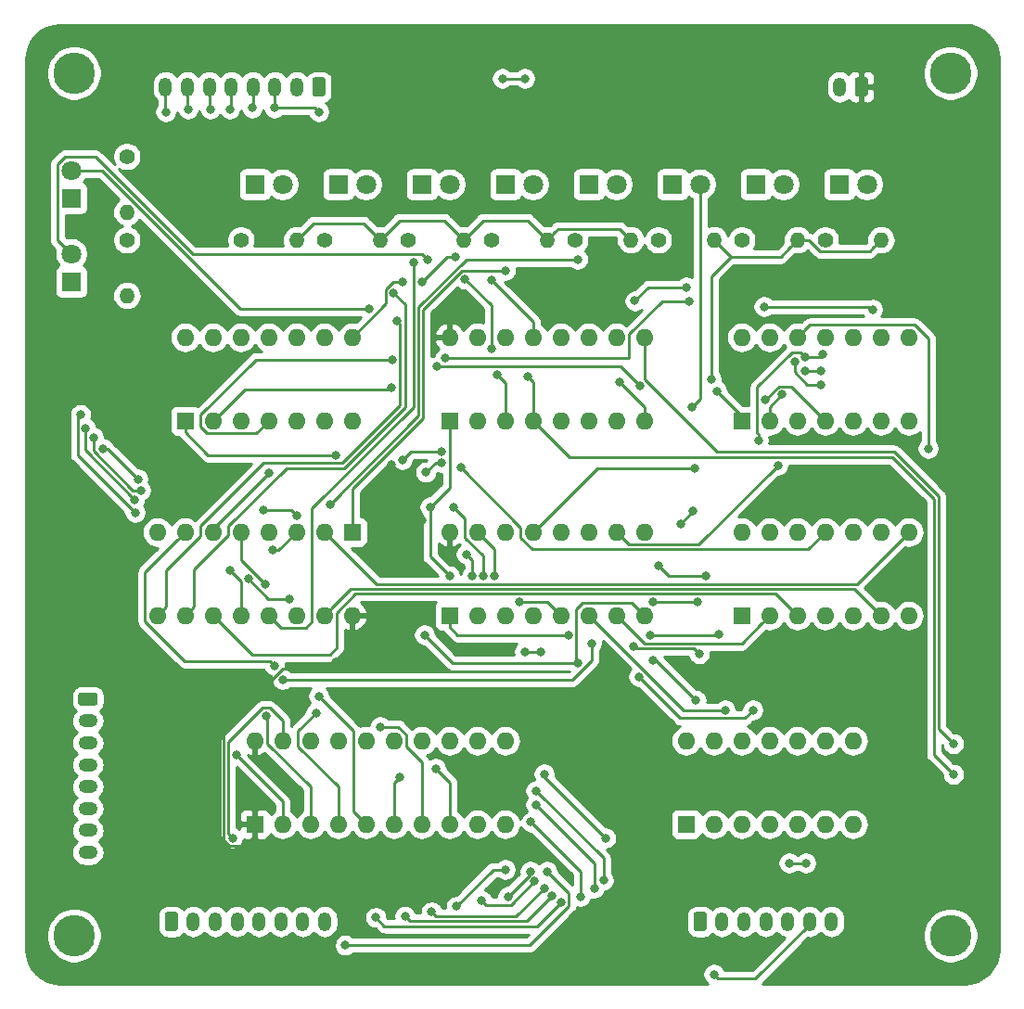
<source format=gbr>
G04 #@! TF.GenerationSoftware,KiCad,Pcbnew,(5.1.2-1)-1*
G04 #@! TF.CreationDate,2019-08-21T21:43:28+10:00*
G04 #@! TF.ProjectId,alu,616c752e-6b69-4636-9164-5f7063625858,rev?*
G04 #@! TF.SameCoordinates,Original*
G04 #@! TF.FileFunction,Copper,L2,Bot*
G04 #@! TF.FilePolarity,Positive*
%FSLAX46Y46*%
G04 Gerber Fmt 4.6, Leading zero omitted, Abs format (unit mm)*
G04 Created by KiCad (PCBNEW (5.1.2-1)-1) date 2019-08-21 21:43:28*
%MOMM*%
%LPD*%
G04 APERTURE LIST*
%ADD10C,3.790000*%
%ADD11C,1.800000*%
%ADD12R,1.800000X1.800000*%
%ADD13C,0.100000*%
%ADD14C,1.200000*%
%ADD15O,1.750000X1.200000*%
%ADD16O,1.200000X1.750000*%
%ADD17O,1.400000X1.400000*%
%ADD18C,1.400000*%
%ADD19O,1.600000X1.600000*%
%ADD20R,1.600000X1.600000*%
%ADD21C,0.800000*%
%ADD22C,0.250000*%
%ADD23C,0.254000*%
G04 APERTURE END LIST*
D10*
X29210000Y-115570000D03*
X109220000Y-115570000D03*
X109220000Y-36830000D03*
X29210000Y-36830000D03*
D11*
X101600000Y-46990000D03*
D12*
X99060000Y-46990000D03*
X28956000Y-55880000D03*
D11*
X28956000Y-53340000D03*
X28956000Y-45720000D03*
D12*
X28956000Y-48260000D03*
D11*
X48260000Y-46990000D03*
D12*
X45720000Y-46990000D03*
X53340000Y-46990000D03*
D11*
X55880000Y-46990000D03*
D12*
X60960000Y-46990000D03*
D11*
X63500000Y-46990000D03*
X71120000Y-46990000D03*
D12*
X68580000Y-46990000D03*
X76200000Y-46990000D03*
D11*
X78740000Y-46990000D03*
X86360000Y-46990000D03*
D12*
X83820000Y-46990000D03*
X91440000Y-46990000D03*
D11*
X93980000Y-46990000D03*
D13*
G36*
X31129505Y-93381204D02*
G01*
X31153773Y-93384804D01*
X31177572Y-93390765D01*
X31200671Y-93399030D01*
X31222850Y-93409520D01*
X31243893Y-93422132D01*
X31263599Y-93436747D01*
X31281777Y-93453223D01*
X31298253Y-93471401D01*
X31312868Y-93491107D01*
X31325480Y-93512150D01*
X31335970Y-93534329D01*
X31344235Y-93557428D01*
X31350196Y-93581227D01*
X31353796Y-93605495D01*
X31355000Y-93629999D01*
X31355000Y-94330001D01*
X31353796Y-94354505D01*
X31350196Y-94378773D01*
X31344235Y-94402572D01*
X31335970Y-94425671D01*
X31325480Y-94447850D01*
X31312868Y-94468893D01*
X31298253Y-94488599D01*
X31281777Y-94506777D01*
X31263599Y-94523253D01*
X31243893Y-94537868D01*
X31222850Y-94550480D01*
X31200671Y-94560970D01*
X31177572Y-94569235D01*
X31153773Y-94575196D01*
X31129505Y-94578796D01*
X31105001Y-94580000D01*
X29854999Y-94580000D01*
X29830495Y-94578796D01*
X29806227Y-94575196D01*
X29782428Y-94569235D01*
X29759329Y-94560970D01*
X29737150Y-94550480D01*
X29716107Y-94537868D01*
X29696401Y-94523253D01*
X29678223Y-94506777D01*
X29661747Y-94488599D01*
X29647132Y-94468893D01*
X29634520Y-94447850D01*
X29624030Y-94425671D01*
X29615765Y-94402572D01*
X29609804Y-94378773D01*
X29606204Y-94354505D01*
X29605000Y-94330001D01*
X29605000Y-93629999D01*
X29606204Y-93605495D01*
X29609804Y-93581227D01*
X29615765Y-93557428D01*
X29624030Y-93534329D01*
X29634520Y-93512150D01*
X29647132Y-93491107D01*
X29661747Y-93471401D01*
X29678223Y-93453223D01*
X29696401Y-93436747D01*
X29716107Y-93422132D01*
X29737150Y-93409520D01*
X29759329Y-93399030D01*
X29782428Y-93390765D01*
X29806227Y-93384804D01*
X29830495Y-93381204D01*
X29854999Y-93380000D01*
X31105001Y-93380000D01*
X31129505Y-93381204D01*
X31129505Y-93381204D01*
G37*
D14*
X30480000Y-93980000D03*
D15*
X30480000Y-95980000D03*
X30480000Y-97980000D03*
X30480000Y-99980000D03*
X30480000Y-101980000D03*
X30480000Y-103980000D03*
X30480000Y-105980000D03*
X30480000Y-107980000D03*
D13*
G36*
X101466505Y-37226204D02*
G01*
X101490773Y-37229804D01*
X101514572Y-37235765D01*
X101537671Y-37244030D01*
X101559850Y-37254520D01*
X101580893Y-37267132D01*
X101600599Y-37281747D01*
X101618777Y-37298223D01*
X101635253Y-37316401D01*
X101649868Y-37336107D01*
X101662480Y-37357150D01*
X101672970Y-37379329D01*
X101681235Y-37402428D01*
X101687196Y-37426227D01*
X101690796Y-37450495D01*
X101692000Y-37474999D01*
X101692000Y-38725001D01*
X101690796Y-38749505D01*
X101687196Y-38773773D01*
X101681235Y-38797572D01*
X101672970Y-38820671D01*
X101662480Y-38842850D01*
X101649868Y-38863893D01*
X101635253Y-38883599D01*
X101618777Y-38901777D01*
X101600599Y-38918253D01*
X101580893Y-38932868D01*
X101559850Y-38945480D01*
X101537671Y-38955970D01*
X101514572Y-38964235D01*
X101490773Y-38970196D01*
X101466505Y-38973796D01*
X101442001Y-38975000D01*
X100741999Y-38975000D01*
X100717495Y-38973796D01*
X100693227Y-38970196D01*
X100669428Y-38964235D01*
X100646329Y-38955970D01*
X100624150Y-38945480D01*
X100603107Y-38932868D01*
X100583401Y-38918253D01*
X100565223Y-38901777D01*
X100548747Y-38883599D01*
X100534132Y-38863893D01*
X100521520Y-38842850D01*
X100511030Y-38820671D01*
X100502765Y-38797572D01*
X100496804Y-38773773D01*
X100493204Y-38749505D01*
X100492000Y-38725001D01*
X100492000Y-37474999D01*
X100493204Y-37450495D01*
X100496804Y-37426227D01*
X100502765Y-37402428D01*
X100511030Y-37379329D01*
X100521520Y-37357150D01*
X100534132Y-37336107D01*
X100548747Y-37316401D01*
X100565223Y-37298223D01*
X100583401Y-37281747D01*
X100603107Y-37267132D01*
X100624150Y-37254520D01*
X100646329Y-37244030D01*
X100669428Y-37235765D01*
X100693227Y-37229804D01*
X100717495Y-37226204D01*
X100741999Y-37225000D01*
X101442001Y-37225000D01*
X101466505Y-37226204D01*
X101466505Y-37226204D01*
G37*
D14*
X101092000Y-38100000D03*
D16*
X99092000Y-38100000D03*
D13*
G36*
X86734505Y-113426204D02*
G01*
X86758773Y-113429804D01*
X86782572Y-113435765D01*
X86805671Y-113444030D01*
X86827850Y-113454520D01*
X86848893Y-113467132D01*
X86868599Y-113481747D01*
X86886777Y-113498223D01*
X86903253Y-113516401D01*
X86917868Y-113536107D01*
X86930480Y-113557150D01*
X86940970Y-113579329D01*
X86949235Y-113602428D01*
X86955196Y-113626227D01*
X86958796Y-113650495D01*
X86960000Y-113674999D01*
X86960000Y-114925001D01*
X86958796Y-114949505D01*
X86955196Y-114973773D01*
X86949235Y-114997572D01*
X86940970Y-115020671D01*
X86930480Y-115042850D01*
X86917868Y-115063893D01*
X86903253Y-115083599D01*
X86886777Y-115101777D01*
X86868599Y-115118253D01*
X86848893Y-115132868D01*
X86827850Y-115145480D01*
X86805671Y-115155970D01*
X86782572Y-115164235D01*
X86758773Y-115170196D01*
X86734505Y-115173796D01*
X86710001Y-115175000D01*
X86009999Y-115175000D01*
X85985495Y-115173796D01*
X85961227Y-115170196D01*
X85937428Y-115164235D01*
X85914329Y-115155970D01*
X85892150Y-115145480D01*
X85871107Y-115132868D01*
X85851401Y-115118253D01*
X85833223Y-115101777D01*
X85816747Y-115083599D01*
X85802132Y-115063893D01*
X85789520Y-115042850D01*
X85779030Y-115020671D01*
X85770765Y-114997572D01*
X85764804Y-114973773D01*
X85761204Y-114949505D01*
X85760000Y-114925001D01*
X85760000Y-113674999D01*
X85761204Y-113650495D01*
X85764804Y-113626227D01*
X85770765Y-113602428D01*
X85779030Y-113579329D01*
X85789520Y-113557150D01*
X85802132Y-113536107D01*
X85816747Y-113516401D01*
X85833223Y-113498223D01*
X85851401Y-113481747D01*
X85871107Y-113467132D01*
X85892150Y-113454520D01*
X85914329Y-113444030D01*
X85937428Y-113435765D01*
X85961227Y-113429804D01*
X85985495Y-113426204D01*
X86009999Y-113425000D01*
X86710001Y-113425000D01*
X86734505Y-113426204D01*
X86734505Y-113426204D01*
G37*
D14*
X86360000Y-114300000D03*
D16*
X88360000Y-114300000D03*
X90360000Y-114300000D03*
X92360000Y-114300000D03*
X94360000Y-114300000D03*
X96360000Y-114300000D03*
X98360000Y-114300000D03*
D13*
G36*
X51936505Y-37226204D02*
G01*
X51960773Y-37229804D01*
X51984572Y-37235765D01*
X52007671Y-37244030D01*
X52029850Y-37254520D01*
X52050893Y-37267132D01*
X52070599Y-37281747D01*
X52088777Y-37298223D01*
X52105253Y-37316401D01*
X52119868Y-37336107D01*
X52132480Y-37357150D01*
X52142970Y-37379329D01*
X52151235Y-37402428D01*
X52157196Y-37426227D01*
X52160796Y-37450495D01*
X52162000Y-37474999D01*
X52162000Y-38725001D01*
X52160796Y-38749505D01*
X52157196Y-38773773D01*
X52151235Y-38797572D01*
X52142970Y-38820671D01*
X52132480Y-38842850D01*
X52119868Y-38863893D01*
X52105253Y-38883599D01*
X52088777Y-38901777D01*
X52070599Y-38918253D01*
X52050893Y-38932868D01*
X52029850Y-38945480D01*
X52007671Y-38955970D01*
X51984572Y-38964235D01*
X51960773Y-38970196D01*
X51936505Y-38973796D01*
X51912001Y-38975000D01*
X51211999Y-38975000D01*
X51187495Y-38973796D01*
X51163227Y-38970196D01*
X51139428Y-38964235D01*
X51116329Y-38955970D01*
X51094150Y-38945480D01*
X51073107Y-38932868D01*
X51053401Y-38918253D01*
X51035223Y-38901777D01*
X51018747Y-38883599D01*
X51004132Y-38863893D01*
X50991520Y-38842850D01*
X50981030Y-38820671D01*
X50972765Y-38797572D01*
X50966804Y-38773773D01*
X50963204Y-38749505D01*
X50962000Y-38725001D01*
X50962000Y-37474999D01*
X50963204Y-37450495D01*
X50966804Y-37426227D01*
X50972765Y-37402428D01*
X50981030Y-37379329D01*
X50991520Y-37357150D01*
X51004132Y-37336107D01*
X51018747Y-37316401D01*
X51035223Y-37298223D01*
X51053401Y-37281747D01*
X51073107Y-37267132D01*
X51094150Y-37254520D01*
X51116329Y-37244030D01*
X51139428Y-37235765D01*
X51163227Y-37229804D01*
X51187495Y-37226204D01*
X51211999Y-37225000D01*
X51912001Y-37225000D01*
X51936505Y-37226204D01*
X51936505Y-37226204D01*
G37*
D14*
X51562000Y-38100000D03*
D16*
X49562000Y-38100000D03*
X47562000Y-38100000D03*
X45562000Y-38100000D03*
X43562000Y-38100000D03*
X41562000Y-38100000D03*
X39562000Y-38100000D03*
X37562000Y-38100000D03*
X52100000Y-114300000D03*
X50100000Y-114300000D03*
X48100000Y-114300000D03*
X46100000Y-114300000D03*
X44100000Y-114300000D03*
X42100000Y-114300000D03*
X40100000Y-114300000D03*
D13*
G36*
X38474505Y-113426204D02*
G01*
X38498773Y-113429804D01*
X38522572Y-113435765D01*
X38545671Y-113444030D01*
X38567850Y-113454520D01*
X38588893Y-113467132D01*
X38608599Y-113481747D01*
X38626777Y-113498223D01*
X38643253Y-113516401D01*
X38657868Y-113536107D01*
X38670480Y-113557150D01*
X38680970Y-113579329D01*
X38689235Y-113602428D01*
X38695196Y-113626227D01*
X38698796Y-113650495D01*
X38700000Y-113674999D01*
X38700000Y-114925001D01*
X38698796Y-114949505D01*
X38695196Y-114973773D01*
X38689235Y-114997572D01*
X38680970Y-115020671D01*
X38670480Y-115042850D01*
X38657868Y-115063893D01*
X38643253Y-115083599D01*
X38626777Y-115101777D01*
X38608599Y-115118253D01*
X38588893Y-115132868D01*
X38567850Y-115145480D01*
X38545671Y-115155970D01*
X38522572Y-115164235D01*
X38498773Y-115170196D01*
X38474505Y-115173796D01*
X38450001Y-115175000D01*
X37749999Y-115175000D01*
X37725495Y-115173796D01*
X37701227Y-115170196D01*
X37677428Y-115164235D01*
X37654329Y-115155970D01*
X37632150Y-115145480D01*
X37611107Y-115132868D01*
X37591401Y-115118253D01*
X37573223Y-115101777D01*
X37556747Y-115083599D01*
X37542132Y-115063893D01*
X37529520Y-115042850D01*
X37519030Y-115020671D01*
X37510765Y-114997572D01*
X37504804Y-114973773D01*
X37501204Y-114949505D01*
X37500000Y-114925001D01*
X37500000Y-113674999D01*
X37501204Y-113650495D01*
X37504804Y-113626227D01*
X37510765Y-113602428D01*
X37519030Y-113579329D01*
X37529520Y-113557150D01*
X37542132Y-113536107D01*
X37556747Y-113516401D01*
X37573223Y-113498223D01*
X37591401Y-113481747D01*
X37611107Y-113467132D01*
X37632150Y-113454520D01*
X37654329Y-113444030D01*
X37677428Y-113435765D01*
X37701227Y-113429804D01*
X37725495Y-113426204D01*
X37749999Y-113425000D01*
X38450001Y-113425000D01*
X38474505Y-113426204D01*
X38474505Y-113426204D01*
G37*
D14*
X38100000Y-114300000D03*
D17*
X34036000Y-57150000D03*
D18*
X34036000Y-52070000D03*
X34036000Y-44450000D03*
D17*
X34036000Y-49530000D03*
X49530000Y-52070000D03*
D18*
X44450000Y-52070000D03*
D17*
X57150000Y-52070000D03*
D18*
X52070000Y-52070000D03*
X59690000Y-52070000D03*
D17*
X64770000Y-52070000D03*
D18*
X67310000Y-52070000D03*
D17*
X72390000Y-52070000D03*
X80010000Y-52070000D03*
D18*
X74930000Y-52070000D03*
X82550000Y-52070000D03*
D17*
X87630000Y-52070000D03*
D18*
X90170000Y-52070000D03*
D17*
X95250000Y-52070000D03*
D18*
X97790000Y-52070000D03*
D17*
X102870000Y-52070000D03*
D19*
X39370000Y-60960000D03*
X54610000Y-68580000D03*
X41910000Y-60960000D03*
X52070000Y-68580000D03*
X44450000Y-60960000D03*
X49530000Y-68580000D03*
X46990000Y-60960000D03*
X46990000Y-68580000D03*
X49530000Y-60960000D03*
X44450000Y-68580000D03*
X52070000Y-60960000D03*
X41910000Y-68580000D03*
X54610000Y-60960000D03*
D20*
X39370000Y-68580000D03*
X63500000Y-68580000D03*
D19*
X81280000Y-60960000D03*
X66040000Y-68580000D03*
X78740000Y-60960000D03*
X68580000Y-68580000D03*
X76200000Y-60960000D03*
X71120000Y-68580000D03*
X73660000Y-60960000D03*
X73660000Y-68580000D03*
X71120000Y-60960000D03*
X76200000Y-68580000D03*
X68580000Y-60960000D03*
X78740000Y-68580000D03*
X66040000Y-60960000D03*
X81280000Y-68580000D03*
X63500000Y-60960000D03*
D20*
X90170000Y-68580000D03*
D19*
X105410000Y-60960000D03*
X92710000Y-68580000D03*
X102870000Y-60960000D03*
X95250000Y-68580000D03*
X100330000Y-60960000D03*
X97790000Y-68580000D03*
X97790000Y-60960000D03*
X100330000Y-68580000D03*
X95250000Y-60960000D03*
X102870000Y-68580000D03*
X92710000Y-60960000D03*
X105410000Y-68580000D03*
X90170000Y-60960000D03*
D20*
X45720000Y-105410000D03*
D19*
X68580000Y-97790000D03*
X48260000Y-105410000D03*
X66040000Y-97790000D03*
X50800000Y-105410000D03*
X63500000Y-97790000D03*
X53340000Y-105410000D03*
X60960000Y-97790000D03*
X55880000Y-105410000D03*
X58420000Y-97790000D03*
X58420000Y-105410000D03*
X55880000Y-97790000D03*
X60960000Y-105410000D03*
X53340000Y-97790000D03*
X63500000Y-105410000D03*
X50800000Y-97790000D03*
X66040000Y-105410000D03*
X48260000Y-97790000D03*
X68580000Y-105410000D03*
X45720000Y-97790000D03*
D20*
X54610000Y-78740000D03*
D19*
X36830000Y-86360000D03*
X52070000Y-78740000D03*
X39370000Y-86360000D03*
X49530000Y-78740000D03*
X41910000Y-86360000D03*
X46990000Y-78740000D03*
X44450000Y-86360000D03*
X44450000Y-78740000D03*
X46990000Y-86360000D03*
X41910000Y-78740000D03*
X49530000Y-86360000D03*
X39370000Y-78740000D03*
X52070000Y-86360000D03*
X36830000Y-78740000D03*
X54610000Y-86360000D03*
X63500000Y-78740000D03*
X81280000Y-86360000D03*
X66040000Y-78740000D03*
X78740000Y-86360000D03*
X68580000Y-78740000D03*
X76200000Y-86360000D03*
X71120000Y-78740000D03*
X73660000Y-86360000D03*
X73660000Y-78740000D03*
X71120000Y-86360000D03*
X76200000Y-78740000D03*
X68580000Y-86360000D03*
X78740000Y-78740000D03*
X66040000Y-86360000D03*
X81280000Y-78740000D03*
D20*
X63500000Y-86360000D03*
D19*
X90170000Y-78740000D03*
X105410000Y-86360000D03*
X92710000Y-78740000D03*
X102870000Y-86360000D03*
X95250000Y-78740000D03*
X100330000Y-86360000D03*
X97790000Y-78740000D03*
X97790000Y-86360000D03*
X100330000Y-78740000D03*
X95250000Y-86360000D03*
X102870000Y-78740000D03*
X92710000Y-86360000D03*
X105410000Y-78740000D03*
D20*
X90170000Y-86360000D03*
X85090000Y-105410000D03*
D19*
X100330000Y-97790000D03*
X87630000Y-105410000D03*
X97790000Y-97790000D03*
X90170000Y-105410000D03*
X95250000Y-97790000D03*
X92710000Y-105410000D03*
X92710000Y-97790000D03*
X95250000Y-105410000D03*
X90170000Y-97790000D03*
X97790000Y-105410000D03*
X87630000Y-97790000D03*
X100330000Y-105410000D03*
X85090000Y-97790000D03*
D21*
X75438000Y-112014000D03*
X70924142Y-105214142D03*
X67818000Y-64378910D03*
X67310000Y-61976000D03*
X64898368Y-55635348D03*
X61468000Y-53848000D03*
X44012268Y-99097000D03*
X58397960Y-56918040D03*
X46736000Y-95504000D03*
X93857653Y-66162347D03*
X60201499Y-54098501D03*
X51308000Y-95250000D03*
X95939999Y-64008000D03*
X97389999Y-64008000D03*
X68583499Y-54860501D03*
X51562000Y-93726000D03*
X94996000Y-63167020D03*
X97389999Y-65278000D03*
X52578000Y-76200000D03*
X75187499Y-53844501D03*
X57150000Y-96520000D03*
X85852000Y-72898000D03*
X85598000Y-67310000D03*
X62230000Y-100330000D03*
X74349999Y-88138000D03*
X81788000Y-88175000D03*
X88069142Y-88069142D03*
X107188000Y-71120000D03*
X82042000Y-85117021D03*
X86106000Y-85117021D03*
X43688000Y-95758000D03*
X53086000Y-90641000D03*
X60891142Y-82227142D03*
X58166000Y-72558653D03*
X60997000Y-77650001D03*
X75184000Y-90678000D03*
X61722000Y-76454000D03*
X61214000Y-88138000D03*
X63500000Y-82767001D03*
X49534653Y-77220653D03*
X46482000Y-76708000D03*
X87376000Y-64770000D03*
X78994000Y-65024000D03*
X76708000Y-111252000D03*
X71374000Y-103632000D03*
X84582000Y-77978000D03*
X85729653Y-76830347D03*
X77540051Y-110527000D03*
X71374000Y-102362000D03*
X109482000Y-100846000D03*
X70612000Y-64516000D03*
X56134000Y-58368040D03*
X109482000Y-98052000D03*
X43688000Y-106680000D03*
X87630000Y-119126000D03*
X43429347Y-82252970D03*
X68313347Y-37325347D03*
X70358000Y-37338000D03*
X48840001Y-84836000D03*
X45117371Y-82990354D03*
X47498000Y-40025010D03*
X47390001Y-80386898D03*
X51562000Y-40386000D03*
X45466000Y-40025010D03*
X46688016Y-83518017D03*
X43434000Y-40132000D03*
X35052000Y-73914000D03*
X31844990Y-71119999D03*
X41656000Y-40132000D03*
X30988000Y-70104000D03*
X35306000Y-74930000D03*
X39624000Y-40132000D03*
X65532000Y-82767001D03*
X65024000Y-80772000D03*
X34761000Y-75768437D03*
X30263000Y-69271949D03*
X37592000Y-40386000D03*
X69850000Y-85117021D03*
X66548000Y-82767001D03*
X63900001Y-76454000D03*
X34798000Y-76962000D03*
X29812990Y-68021979D03*
X53979500Y-116454500D03*
X72392267Y-109728000D03*
X56761000Y-113927000D03*
X73666549Y-112526513D03*
X94488000Y-108966000D03*
X96012000Y-108966000D03*
X59428000Y-113800000D03*
X72843108Y-111959108D03*
X61841000Y-113419000D03*
X72136000Y-111252000D03*
X64127000Y-112911000D03*
X68580000Y-109546951D03*
X66413000Y-112403000D03*
X71267268Y-110643963D03*
X68834000Y-112014000D03*
X70866000Y-109728000D03*
X80409127Y-57643040D03*
X85090000Y-56388000D03*
X92202000Y-58166000D03*
X102108000Y-58420000D03*
X58260990Y-62992000D03*
X63114347Y-62860347D03*
X85344000Y-57658000D03*
X58166000Y-65532000D03*
X62320784Y-63653910D03*
X80894347Y-65409653D03*
X87884000Y-65859999D03*
X59182000Y-55880000D03*
X60958846Y-55881154D03*
X64008000Y-53594000D03*
X67310000Y-55743030D03*
X53086000Y-71722990D03*
X59182000Y-72136000D03*
X62738000Y-71374000D03*
X92319694Y-66675000D03*
X58711000Y-59436000D03*
X64516000Y-72877010D03*
X62738000Y-72390000D03*
X61336347Y-73283653D03*
X46990000Y-73327020D03*
X82550000Y-81788000D03*
X86868000Y-82767001D03*
X86291142Y-89847142D03*
X80264000Y-89154000D03*
X76454000Y-88900000D03*
X48264653Y-92206653D03*
X47493347Y-90927347D03*
X85985063Y-94113063D03*
X82042000Y-90424000D03*
X67564000Y-82767000D03*
X88646000Y-94996000D03*
X77728653Y-106684653D03*
X72136000Y-100838000D03*
X91186000Y-94996000D03*
X80761284Y-91946590D03*
X71845000Y-89662000D03*
X70358000Y-89662000D03*
X58928000Y-101092000D03*
X95939999Y-62738000D03*
X97536000Y-62484000D03*
X93472000Y-72644000D03*
X91694000Y-70358000D03*
D22*
X73117268Y-107407268D02*
X70924142Y-105214142D01*
X75438000Y-109728000D02*
X73117268Y-107407268D01*
X75438000Y-112014000D02*
X75438000Y-109728000D01*
X68580000Y-65140910D02*
X67818000Y-64378910D01*
X68580000Y-68580000D02*
X68580000Y-65140910D01*
X67310000Y-58046980D02*
X64898368Y-55635348D01*
X67310000Y-61976000D02*
X67310000Y-58046980D01*
X27730999Y-52114999D02*
X28056001Y-52440001D01*
X27730999Y-45131999D02*
X27730999Y-52114999D01*
X31154411Y-44494999D02*
X28367999Y-44494999D01*
X28367999Y-44494999D02*
X27730999Y-45131999D01*
X40032912Y-53373500D02*
X31154411Y-44494999D01*
X28056001Y-52440001D02*
X28956000Y-53340000D01*
X60993500Y-53373500D02*
X40032912Y-53373500D01*
X61468000Y-53848000D02*
X60993500Y-53373500D01*
X48260000Y-103344732D02*
X44012268Y-99097000D01*
X48260000Y-105410000D02*
X48260000Y-103344732D01*
X48626998Y-72898000D02*
X53848000Y-72898000D01*
X43324999Y-78199999D02*
X48626998Y-72898000D01*
X43324999Y-78990003D02*
X43324999Y-78199999D01*
X40169999Y-82145003D02*
X43324999Y-78990003D01*
X40169999Y-85560001D02*
X40169999Y-82145003D01*
X39370000Y-86360000D02*
X40169999Y-85560001D01*
X53848000Y-72898000D02*
X59436000Y-67310000D01*
X59436000Y-57956080D02*
X58397960Y-56918040D01*
X59436000Y-67310000D02*
X59436000Y-57956080D01*
X46845001Y-95613001D02*
X46736000Y-95504000D01*
X46845001Y-98040003D02*
X46845001Y-95613001D01*
X50800000Y-101995002D02*
X46845001Y-98040003D01*
X50800000Y-105410000D02*
X50800000Y-101995002D01*
X92710000Y-67310000D02*
X92710000Y-68580000D01*
X93857653Y-66162347D02*
X92710000Y-67310000D01*
X50944999Y-86900001D02*
X50944999Y-76563001D01*
X50359999Y-87485001D02*
X50944999Y-86900001D01*
X48115001Y-87485001D02*
X50359999Y-87485001D01*
X46990000Y-86360000D02*
X48115001Y-87485001D01*
X60201499Y-67306501D02*
X60201499Y-54098501D01*
X50944999Y-76563001D02*
X60201499Y-67306501D01*
X49674999Y-98330001D02*
X49674999Y-96883001D01*
X53340000Y-101995002D02*
X49674999Y-98330001D01*
X49674999Y-96883001D02*
X51308000Y-95250000D01*
X53340000Y-105410000D02*
X53340000Y-101995002D01*
X95939999Y-64008000D02*
X97389999Y-64008000D01*
X54610000Y-78740000D02*
X54610000Y-74804410D01*
X54610000Y-74804410D02*
X61101518Y-68312892D01*
X61101518Y-68312892D02*
X61101518Y-58406892D01*
X61101518Y-58406892D02*
X64647909Y-54860501D01*
X64647909Y-54860501D02*
X68583499Y-54860501D01*
X54754999Y-96918999D02*
X51562000Y-93726000D01*
X54754999Y-104284999D02*
X54754999Y-96918999D01*
X55880000Y-105410000D02*
X54754999Y-104284999D01*
X96136997Y-65278000D02*
X97389999Y-65278000D01*
X94996000Y-64137003D02*
X96136997Y-65278000D01*
X94996000Y-63167020D02*
X94996000Y-64137003D01*
X60651508Y-68126492D02*
X60651508Y-58220492D01*
X52578000Y-76200000D02*
X60651508Y-68126492D01*
X65027499Y-53844501D02*
X75187499Y-53844501D01*
X60651508Y-58220492D02*
X65027499Y-53844501D01*
X58815002Y-96520000D02*
X57150000Y-96520000D01*
X59545001Y-97249999D02*
X58815002Y-96520000D01*
X60960000Y-99745000D02*
X59545001Y-98330001D01*
X59545001Y-98330001D02*
X59545001Y-97249999D01*
X60960000Y-105410000D02*
X60960000Y-99745000D01*
X76962000Y-72898000D02*
X85852000Y-72898000D01*
X71120000Y-78740000D02*
X76962000Y-72898000D01*
X85598000Y-67310000D02*
X86360000Y-66548000D01*
X86360000Y-66548000D02*
X86360000Y-46990000D01*
X63500000Y-101600000D02*
X62230000Y-100330000D01*
X63500000Y-105410000D02*
X63500000Y-101600000D01*
X64228000Y-88138000D02*
X74349999Y-88138000D01*
X63500000Y-87410000D02*
X64228000Y-88138000D01*
X63500000Y-86360000D02*
X63500000Y-87410000D01*
X87963284Y-88175000D02*
X88069142Y-88069142D01*
X81788000Y-88175000D02*
X87963284Y-88175000D01*
X96049999Y-60160001D02*
X95250000Y-60960000D01*
X96375001Y-59834999D02*
X96049999Y-60160001D01*
X105950001Y-59834999D02*
X96375001Y-59834999D01*
X107188000Y-61072998D02*
X105950001Y-59834999D01*
X107188000Y-71120000D02*
X107188000Y-61072998D01*
X82042000Y-85117021D02*
X86106000Y-85117021D01*
X42837258Y-96608742D02*
X43688000Y-95758000D01*
X43339999Y-107405001D02*
X42837258Y-106902260D01*
X44774999Y-107405001D02*
X43339999Y-107405001D01*
X42837258Y-106902260D02*
X42837258Y-96608742D01*
X45720000Y-106460000D02*
X44774999Y-107405001D01*
X45720000Y-105410000D02*
X45720000Y-106460000D01*
X52541000Y-91186000D02*
X53086000Y-90641000D01*
X48260000Y-91186000D02*
X52541000Y-91186000D01*
X43688000Y-95758000D02*
X48260000Y-91186000D01*
X58166000Y-72558653D02*
X58166000Y-74422000D01*
X60997000Y-77253000D02*
X60997000Y-77650001D01*
X58166000Y-74422000D02*
X60997000Y-77253000D01*
X75074999Y-85819999D02*
X75074999Y-90568999D01*
X81280000Y-86360000D02*
X80154999Y-85234999D01*
X75659999Y-85234999D02*
X75074999Y-85819999D01*
X80154999Y-85234999D02*
X75659999Y-85234999D01*
X75074999Y-90568999D02*
X75184000Y-90678000D01*
X63500000Y-74676000D02*
X61722000Y-76454000D01*
X63500000Y-68580000D02*
X63500000Y-74676000D01*
X63754000Y-90678000D02*
X61214000Y-88138000D01*
X75184000Y-90678000D02*
X63754000Y-90678000D01*
X61722000Y-80989001D02*
X61722000Y-76454000D01*
X63500000Y-82767001D02*
X61722000Y-80989001D01*
X49022000Y-76708000D02*
X46482000Y-76708000D01*
X49534653Y-77220653D02*
X49022000Y-76708000D01*
X94550001Y-52769999D02*
X95250000Y-52070000D01*
X93726000Y-53594000D02*
X94550001Y-52769999D01*
X89154000Y-53594000D02*
X93726000Y-53594000D01*
X87630000Y-52070000D02*
X89154000Y-53594000D01*
X102170001Y-52769999D02*
X102870000Y-52070000D01*
X97297999Y-53095001D02*
X101844999Y-53095001D01*
X101844999Y-53095001D02*
X102170001Y-52769999D01*
X96272998Y-52070000D02*
X97297999Y-53095001D01*
X95250000Y-52070000D02*
X96272998Y-52070000D01*
X87376000Y-62088998D02*
X87376000Y-64770000D01*
X87376000Y-55372000D02*
X87376000Y-62088998D01*
X89154000Y-53594000D02*
X87376000Y-55372000D01*
X81280000Y-67310000D02*
X81280000Y-68580000D01*
X78994000Y-65024000D02*
X81280000Y-67310000D01*
X56450001Y-51370001D02*
X57150000Y-52070000D01*
X55626000Y-50546000D02*
X56450001Y-51370001D01*
X51054000Y-50546000D02*
X55626000Y-50546000D01*
X49530000Y-52070000D02*
X51054000Y-50546000D01*
X64070001Y-51370001D02*
X64770000Y-52070000D01*
X62992000Y-50292000D02*
X64070001Y-51370001D01*
X58928000Y-50292000D02*
X62992000Y-50292000D01*
X57150000Y-52070000D02*
X58928000Y-50292000D01*
X71690001Y-51370001D02*
X72390000Y-52070000D01*
X70612000Y-50292000D02*
X71690001Y-51370001D01*
X66548000Y-50292000D02*
X70612000Y-50292000D01*
X64770000Y-52070000D02*
X66548000Y-50292000D01*
X73089999Y-51370001D02*
X72390000Y-52070000D01*
X73415001Y-51044999D02*
X73089999Y-51370001D01*
X78984999Y-51044999D02*
X73415001Y-51044999D01*
X80010000Y-52070000D02*
X78984999Y-51044999D01*
X76708000Y-108966000D02*
X71374000Y-103632000D01*
X76708000Y-111252000D02*
X76708000Y-108966000D01*
X84582000Y-77978000D02*
X85729653Y-76830347D01*
X77540051Y-108528051D02*
X71374000Y-102362000D01*
X77540051Y-110527000D02*
X77540051Y-108528051D01*
X109482000Y-100846000D02*
X107696000Y-99060000D01*
X107696000Y-99060000D02*
X107696000Y-75692000D01*
X107696000Y-75692000D02*
X103886000Y-71882000D01*
X74422000Y-71882000D02*
X71120000Y-68580000D01*
X103886000Y-71882000D02*
X74422000Y-71882000D01*
X71120000Y-65024000D02*
X70612000Y-64516000D01*
X71120000Y-68580000D02*
X71120000Y-65024000D01*
X30228792Y-45720000D02*
X28956000Y-45720000D01*
X44391042Y-58368040D02*
X31743002Y-45720000D01*
X31743002Y-45720000D02*
X30228792Y-45720000D01*
X56134000Y-58368040D02*
X44391042Y-58368040D01*
X109482000Y-98052000D02*
X108146010Y-96716010D01*
X108146009Y-75505599D02*
X104072400Y-71431990D01*
X108146010Y-96716010D02*
X108146009Y-75505599D01*
X104072400Y-71431990D02*
X87941990Y-71431990D01*
X81280000Y-64770000D02*
X81280000Y-60960000D01*
X87941990Y-71431990D02*
X81280000Y-64770000D01*
X43287267Y-106279267D02*
X43688000Y-106680000D01*
X47084001Y-94778999D02*
X46387999Y-94778999D01*
X46387999Y-94778999D02*
X43287267Y-97879731D01*
X48260000Y-95954998D02*
X47084001Y-94778999D01*
X43287267Y-97879731D02*
X43287267Y-106279267D01*
X48260000Y-97790000D02*
X48260000Y-95954998D01*
X96360000Y-114575000D02*
X96360000Y-114300000D01*
X91409001Y-119525999D02*
X96360000Y-114575000D01*
X88029999Y-119525999D02*
X91409001Y-119525999D01*
X87630000Y-119126000D02*
X88029999Y-119525999D01*
X91910001Y-87159999D02*
X92710000Y-86360000D01*
X90170000Y-88900000D02*
X91910001Y-87159999D01*
X81280000Y-88900000D02*
X90170000Y-88900000D01*
X78740000Y-86360000D02*
X81280000Y-88900000D01*
X44450000Y-83273623D02*
X43429347Y-82252970D01*
X44450000Y-86360000D02*
X44450000Y-83273623D01*
X70345347Y-37325347D02*
X70358000Y-37338000D01*
X68313347Y-37325347D02*
X70345347Y-37325347D01*
X46963017Y-84836000D02*
X45117371Y-82990354D01*
X48840001Y-84836000D02*
X46963017Y-84836000D01*
X47562000Y-39961010D02*
X47498000Y-40025010D01*
X47562000Y-38100000D02*
X47562000Y-39961010D01*
X47883102Y-80386898D02*
X47390001Y-80386898D01*
X49530000Y-78740000D02*
X47883102Y-80386898D01*
X51201010Y-40025010D02*
X51562000Y-40386000D01*
X47498000Y-40025010D02*
X51201010Y-40025010D01*
X45562000Y-39929010D02*
X45466000Y-40025010D01*
X45562000Y-38100000D02*
X45562000Y-39929010D01*
X44450000Y-81280001D02*
X46688016Y-83518017D01*
X44450000Y-78740000D02*
X44450000Y-81280001D01*
X43562000Y-40004000D02*
X43434000Y-40132000D01*
X43562000Y-38100000D02*
X43562000Y-40004000D01*
X32257999Y-71119999D02*
X31844990Y-71119999D01*
X35052000Y-73914000D02*
X32257999Y-71119999D01*
X41562000Y-40038000D02*
X41656000Y-40132000D01*
X41562000Y-38100000D02*
X41562000Y-40038000D01*
X34581989Y-74930000D02*
X35306000Y-74930000D01*
X30988000Y-71336011D02*
X34581989Y-74930000D01*
X30988000Y-70104000D02*
X30988000Y-71336011D01*
X39562000Y-40070000D02*
X39624000Y-40132000D01*
X39562000Y-38100000D02*
X39562000Y-40070000D01*
X65532000Y-81280000D02*
X65024000Y-80772000D01*
X65532000Y-82767001D02*
X65532000Y-81280000D01*
X30263000Y-71270435D02*
X30263000Y-69271949D01*
X34761000Y-75768437D02*
X30263000Y-71270435D01*
X37562000Y-40356000D02*
X37592000Y-40386000D01*
X37562000Y-38100000D02*
X37562000Y-40356000D01*
X72417021Y-85117021D02*
X69850000Y-85117021D01*
X73660000Y-86360000D02*
X72417021Y-85117021D01*
X64914999Y-79280001D02*
X64914999Y-77468998D01*
X66548000Y-80913002D02*
X64914999Y-79280001D01*
X64914999Y-77468998D02*
X63900001Y-76454000D01*
X66548000Y-82767001D02*
X66548000Y-80913002D01*
X29537999Y-68296970D02*
X29812990Y-68021979D01*
X29537999Y-71701999D02*
X29537999Y-68296970D01*
X34798000Y-76962000D02*
X29537999Y-71701999D01*
X74391550Y-111727283D02*
X72392267Y-109728000D01*
X74391550Y-112874514D02*
X74391550Y-111727283D01*
X70811564Y-116454500D02*
X74391550Y-112874514D01*
X53979500Y-116454500D02*
X70811564Y-116454500D01*
X71474045Y-114719017D02*
X73666549Y-112526513D01*
X57553017Y-114719017D02*
X71474045Y-114719017D01*
X56761000Y-113927000D02*
X57553017Y-114719017D01*
X94488000Y-108966000D02*
X96012000Y-108966000D01*
X70533208Y-114269008D02*
X72843108Y-111959108D01*
X59897008Y-114269008D02*
X70533208Y-114269008D01*
X59428000Y-113800000D02*
X59897008Y-114269008D01*
X69569001Y-113818999D02*
X72136000Y-111252000D01*
X62240999Y-113818999D02*
X69569001Y-113818999D01*
X61841000Y-113419000D02*
X62240999Y-113818999D01*
X67491049Y-109546951D02*
X68580000Y-109546951D01*
X64127000Y-112911000D02*
X67491049Y-109546951D01*
X69108232Y-112802999D02*
X71267268Y-110643963D01*
X66812999Y-112802999D02*
X69108232Y-112802999D01*
X66413000Y-112403000D02*
X66812999Y-112802999D01*
X70866000Y-109982000D02*
X70866000Y-109728000D01*
X68834000Y-112014000D02*
X70866000Y-109982000D01*
X81664167Y-56388000D02*
X85090000Y-56388000D01*
X80409127Y-57643040D02*
X81664167Y-56388000D01*
X101854000Y-58166000D02*
X102108000Y-58420000D01*
X92202000Y-58166000D02*
X101854000Y-58166000D01*
X46990000Y-68580000D02*
X45864999Y-69705001D01*
X40784999Y-68039999D02*
X45832998Y-62992000D01*
X40784999Y-69120001D02*
X40784999Y-68039999D01*
X41369999Y-69705001D02*
X40784999Y-69120001D01*
X45832998Y-62992000D02*
X58260990Y-62992000D01*
X45864999Y-69705001D02*
X41369999Y-69705001D01*
X82916998Y-57658000D02*
X85344000Y-57658000D01*
X79887653Y-60687345D02*
X82916998Y-57658000D01*
X79887653Y-62860347D02*
X79887653Y-60687345D01*
X63114347Y-62860347D02*
X79887653Y-62860347D01*
X58003411Y-65694589D02*
X58166000Y-65532000D01*
X44795411Y-65694589D02*
X58003411Y-65694589D01*
X41910000Y-68580000D02*
X44795411Y-65694589D01*
X79138604Y-63653910D02*
X80894347Y-65409653D01*
X62320784Y-63653910D02*
X79138604Y-63653910D01*
X90170000Y-68145999D02*
X90170000Y-68580000D01*
X87884000Y-65859999D02*
X90170000Y-68145999D01*
X57672959Y-56570039D02*
X58362998Y-55880000D01*
X58362998Y-55880000D02*
X59182000Y-55880000D01*
X57672959Y-57897041D02*
X57672959Y-56570039D01*
X54610000Y-60960000D02*
X57672959Y-57897041D01*
X63246000Y-53594000D02*
X64008000Y-53594000D01*
X60958846Y-55881154D02*
X63246000Y-53594000D01*
X71120000Y-59553030D02*
X71120000Y-60960000D01*
X67310000Y-55743030D02*
X71120000Y-59553030D01*
X41462990Y-71722990D02*
X53086000Y-71722990D01*
X39370000Y-69630000D02*
X41462990Y-71722990D01*
X39370000Y-68580000D02*
X39370000Y-69630000D01*
X59944000Y-71374000D02*
X62738000Y-71374000D01*
X59182000Y-72136000D02*
X59944000Y-71374000D01*
X93557348Y-65437346D02*
X94647346Y-65437346D01*
X96990001Y-67780001D02*
X97790000Y-68580000D01*
X94647346Y-65437346D02*
X96990001Y-67780001D01*
X92319694Y-66675000D02*
X93557348Y-65437346D01*
X40784999Y-78199999D02*
X46537008Y-72447990D01*
X40784999Y-79103001D02*
X40784999Y-78199999D01*
X37629999Y-85560001D02*
X37629999Y-82258001D01*
X37629999Y-82258001D02*
X40784999Y-79103001D01*
X36830000Y-86360000D02*
X37629999Y-85560001D01*
X46537008Y-72447990D02*
X53661600Y-72447990D01*
X53661600Y-72447990D02*
X58928000Y-67181590D01*
X58928000Y-66802000D02*
X58985990Y-66744010D01*
X58928000Y-67181590D02*
X58928000Y-66802000D01*
X58985990Y-59710990D02*
X58711000Y-59436000D01*
X58985990Y-66744010D02*
X58985990Y-59710990D01*
X52869999Y-79539999D02*
X52070000Y-78740000D01*
X56822001Y-83492001D02*
X52869999Y-79539999D01*
X100657999Y-83492001D02*
X56822001Y-83492001D01*
X105410000Y-78740000D02*
X100657999Y-83492001D01*
X45466000Y-89916000D02*
X42164000Y-86614000D01*
X42164000Y-86614000D02*
X41910000Y-86360000D01*
X53195001Y-86109997D02*
X53195001Y-89298999D01*
X54912977Y-84392021D02*
X53195001Y-86109997D01*
X53195001Y-89298999D02*
X52578000Y-89916000D01*
X93282021Y-84392021D02*
X54912977Y-84392021D01*
X95250000Y-86360000D02*
X93282021Y-84392021D01*
X52578000Y-89916000D02*
X45466000Y-89916000D01*
X69994999Y-78356009D02*
X64516000Y-72877010D01*
X69994999Y-79280001D02*
X69994999Y-78356009D01*
X71030008Y-80315010D02*
X69994999Y-79280001D01*
X96214990Y-80315010D02*
X71030008Y-80315010D01*
X97790000Y-78740000D02*
X96214990Y-80315010D01*
X62230000Y-72390000D02*
X61336347Y-73283653D01*
X62738000Y-72390000D02*
X62230000Y-72390000D01*
X41910000Y-78407020D02*
X41910000Y-78740000D01*
X46990000Y-73327020D02*
X41910000Y-78407020D01*
X83529001Y-82767001D02*
X86868000Y-82767001D01*
X82550000Y-81788000D02*
X83529001Y-82767001D01*
X80460010Y-89350010D02*
X80264000Y-89154000D01*
X85794010Y-89350010D02*
X80460010Y-89350010D01*
X86291142Y-89847142D02*
X85794010Y-89350010D01*
X74728349Y-92206653D02*
X48264653Y-92206653D01*
X76454000Y-90481002D02*
X74728349Y-92206653D01*
X76454000Y-88900000D02*
X76454000Y-90481002D01*
X38570001Y-79539999D02*
X39370000Y-78740000D01*
X35704999Y-86900001D02*
X35704999Y-82405001D01*
X35704999Y-82405001D02*
X38570001Y-79539999D01*
X47093348Y-90527348D02*
X39332346Y-90527348D01*
X39332346Y-90527348D02*
X35704999Y-86900001D01*
X47493347Y-90927347D02*
X47093348Y-90527348D01*
X52869999Y-85560001D02*
X52070000Y-86360000D01*
X54487989Y-83942011D02*
X52869999Y-85560001D01*
X100452011Y-83942011D02*
X54487989Y-83942011D01*
X102870000Y-86360000D02*
X100452011Y-83942011D01*
X82296000Y-90424000D02*
X82042000Y-90424000D01*
X85985063Y-94113063D02*
X82296000Y-90424000D01*
X67564000Y-80264000D02*
X66040000Y-78740000D01*
X67564000Y-82767000D02*
X67564000Y-80264000D01*
X84836000Y-94996000D02*
X76454000Y-86614000D01*
X88646000Y-94996000D02*
X84836000Y-94996000D01*
X76454000Y-86614000D02*
X76200000Y-86360000D01*
X72136000Y-101092000D02*
X72136000Y-100838000D01*
X77728653Y-106684653D02*
X72136000Y-101092000D01*
X84535695Y-95721001D02*
X80761284Y-91946590D01*
X90460999Y-95721001D02*
X84535695Y-95721001D01*
X91186000Y-94996000D02*
X90460999Y-95721001D01*
X71845000Y-89662000D02*
X70358000Y-89662000D01*
X58420000Y-101600000D02*
X58928000Y-101092000D01*
X97282000Y-62738000D02*
X97536000Y-62484000D01*
X95939999Y-62738000D02*
X97282000Y-62738000D01*
X58420000Y-101600000D02*
X58420000Y-105410000D01*
X79865001Y-79865001D02*
X86250999Y-79865001D01*
X86250999Y-79865001D02*
X93472000Y-72644000D01*
X78740000Y-78740000D02*
X79865001Y-79865001D01*
X94752017Y-62338001D02*
X95540000Y-62338001D01*
X91584999Y-65505019D02*
X94752017Y-62338001D01*
X95540000Y-62338001D02*
X95939999Y-62738000D01*
X91584999Y-69683314D02*
X91584999Y-65505019D01*
X91694000Y-69792315D02*
X91584999Y-69683314D01*
X91694000Y-70358000D02*
X91694000Y-69792315D01*
D23*
G36*
X111096344Y-32497738D02*
G01*
X111679595Y-32673832D01*
X112217529Y-32959856D01*
X112689667Y-33344922D01*
X113078019Y-33814359D01*
X113367794Y-34350286D01*
X113547955Y-34932291D01*
X113615001Y-35570198D01*
X113615000Y-116806495D01*
X113552262Y-117446343D01*
X113376168Y-118029595D01*
X113090143Y-118567531D01*
X112705078Y-119039667D01*
X112235641Y-119428019D01*
X111699714Y-119717794D01*
X111117705Y-119897956D01*
X110479811Y-119965000D01*
X92044801Y-119965000D01*
X96208726Y-115801076D01*
X96360000Y-115815975D01*
X96602102Y-115792130D01*
X96834901Y-115721511D01*
X97049449Y-115606833D01*
X97237502Y-115452502D01*
X97360001Y-115303237D01*
X97482499Y-115452502D01*
X97670552Y-115606833D01*
X97885100Y-115721511D01*
X98117899Y-115792130D01*
X98360000Y-115815975D01*
X98602102Y-115792130D01*
X98834901Y-115721511D01*
X99049449Y-115606833D01*
X99237502Y-115452502D01*
X99345573Y-115320817D01*
X106690000Y-115320817D01*
X106690000Y-115819183D01*
X106787226Y-116307974D01*
X106977943Y-116768405D01*
X107254820Y-117182781D01*
X107607219Y-117535180D01*
X108021595Y-117812057D01*
X108482026Y-118002774D01*
X108970817Y-118100000D01*
X109469183Y-118100000D01*
X109957974Y-118002774D01*
X110418405Y-117812057D01*
X110832781Y-117535180D01*
X111185180Y-117182781D01*
X111462057Y-116768405D01*
X111652774Y-116307974D01*
X111750000Y-115819183D01*
X111750000Y-115320817D01*
X111652774Y-114832026D01*
X111462057Y-114371595D01*
X111185180Y-113957219D01*
X110832781Y-113604820D01*
X110418405Y-113327943D01*
X109957974Y-113137226D01*
X109469183Y-113040000D01*
X108970817Y-113040000D01*
X108482026Y-113137226D01*
X108021595Y-113327943D01*
X107607219Y-113604820D01*
X107254820Y-113957219D01*
X106977943Y-114371595D01*
X106787226Y-114832026D01*
X106690000Y-115320817D01*
X99345573Y-115320817D01*
X99391833Y-115264449D01*
X99506511Y-115049900D01*
X99577130Y-114817101D01*
X99595000Y-114635664D01*
X99595000Y-113964335D01*
X99577130Y-113782898D01*
X99506511Y-113550099D01*
X99391833Y-113335551D01*
X99237502Y-113147498D01*
X99049448Y-112993167D01*
X98834900Y-112878489D01*
X98602101Y-112807870D01*
X98360000Y-112784025D01*
X98117898Y-112807870D01*
X97885099Y-112878489D01*
X97670551Y-112993167D01*
X97482498Y-113147498D01*
X97360000Y-113296763D01*
X97237502Y-113147498D01*
X97049448Y-112993167D01*
X96834900Y-112878489D01*
X96602101Y-112807870D01*
X96360000Y-112784025D01*
X96117898Y-112807870D01*
X95885099Y-112878489D01*
X95670551Y-112993167D01*
X95482498Y-113147498D01*
X95360000Y-113296763D01*
X95237502Y-113147498D01*
X95049448Y-112993167D01*
X94834900Y-112878489D01*
X94602101Y-112807870D01*
X94360000Y-112784025D01*
X94117898Y-112807870D01*
X93885099Y-112878489D01*
X93670551Y-112993167D01*
X93482498Y-113147498D01*
X93360000Y-113296763D01*
X93237502Y-113147498D01*
X93049448Y-112993167D01*
X92834900Y-112878489D01*
X92602101Y-112807870D01*
X92360000Y-112784025D01*
X92117898Y-112807870D01*
X91885099Y-112878489D01*
X91670551Y-112993167D01*
X91482498Y-113147498D01*
X91360000Y-113296763D01*
X91237502Y-113147498D01*
X91049448Y-112993167D01*
X90834900Y-112878489D01*
X90602101Y-112807870D01*
X90360000Y-112784025D01*
X90117898Y-112807870D01*
X89885099Y-112878489D01*
X89670551Y-112993167D01*
X89482498Y-113147498D01*
X89360000Y-113296763D01*
X89237502Y-113147498D01*
X89049448Y-112993167D01*
X88834900Y-112878489D01*
X88602101Y-112807870D01*
X88360000Y-112784025D01*
X88117898Y-112807870D01*
X87885099Y-112878489D01*
X87670551Y-112993167D01*
X87482498Y-113147498D01*
X87450809Y-113186111D01*
X87448405Y-113181613D01*
X87337962Y-113047038D01*
X87203387Y-112936595D01*
X87049851Y-112854528D01*
X86883255Y-112803992D01*
X86710001Y-112786928D01*
X86009999Y-112786928D01*
X85836745Y-112803992D01*
X85670149Y-112854528D01*
X85516613Y-112936595D01*
X85382038Y-113047038D01*
X85271595Y-113181613D01*
X85189528Y-113335149D01*
X85138992Y-113501745D01*
X85121928Y-113674999D01*
X85121928Y-114925001D01*
X85138992Y-115098255D01*
X85189528Y-115264851D01*
X85271595Y-115418387D01*
X85382038Y-115552962D01*
X85516613Y-115663405D01*
X85670149Y-115745472D01*
X85836745Y-115796008D01*
X86009999Y-115813072D01*
X86710001Y-115813072D01*
X86883255Y-115796008D01*
X87049851Y-115745472D01*
X87203387Y-115663405D01*
X87337962Y-115552962D01*
X87448405Y-115418387D01*
X87450810Y-115413888D01*
X87482499Y-115452502D01*
X87670552Y-115606833D01*
X87885100Y-115721511D01*
X88117899Y-115792130D01*
X88360000Y-115815975D01*
X88602102Y-115792130D01*
X88834901Y-115721511D01*
X89049449Y-115606833D01*
X89237502Y-115452502D01*
X89360001Y-115303237D01*
X89482499Y-115452502D01*
X89670552Y-115606833D01*
X89885100Y-115721511D01*
X90117899Y-115792130D01*
X90360000Y-115815975D01*
X90602102Y-115792130D01*
X90834901Y-115721511D01*
X91049449Y-115606833D01*
X91237502Y-115452502D01*
X91360001Y-115303237D01*
X91482499Y-115452502D01*
X91670552Y-115606833D01*
X91885100Y-115721511D01*
X92117899Y-115792130D01*
X92360000Y-115815975D01*
X92602102Y-115792130D01*
X92834901Y-115721511D01*
X93049449Y-115606833D01*
X93237502Y-115452502D01*
X93360001Y-115303237D01*
X93482499Y-115452502D01*
X93670552Y-115606833D01*
X93885100Y-115721511D01*
X94079666Y-115780532D01*
X91094200Y-118765999D01*
X88601159Y-118765999D01*
X88547205Y-118635744D01*
X88433937Y-118466226D01*
X88289774Y-118322063D01*
X88120256Y-118208795D01*
X87931898Y-118130774D01*
X87731939Y-118091000D01*
X87528061Y-118091000D01*
X87328102Y-118130774D01*
X87139744Y-118208795D01*
X86970226Y-118322063D01*
X86826063Y-118466226D01*
X86712795Y-118635744D01*
X86634774Y-118824102D01*
X86595000Y-119024061D01*
X86595000Y-119227939D01*
X86634774Y-119427898D01*
X86712795Y-119616256D01*
X86826063Y-119785774D01*
X86970226Y-119929937D01*
X87022702Y-119965000D01*
X27973505Y-119965000D01*
X27333657Y-119902262D01*
X26750405Y-119726168D01*
X26212469Y-119440143D01*
X25740333Y-119055078D01*
X25351981Y-118585641D01*
X25062206Y-118049714D01*
X24882044Y-117467705D01*
X24815000Y-116829811D01*
X24815000Y-115320817D01*
X26680000Y-115320817D01*
X26680000Y-115819183D01*
X26777226Y-116307974D01*
X26967943Y-116768405D01*
X27244820Y-117182781D01*
X27597219Y-117535180D01*
X28011595Y-117812057D01*
X28472026Y-118002774D01*
X28960817Y-118100000D01*
X29459183Y-118100000D01*
X29947974Y-118002774D01*
X30408405Y-117812057D01*
X30822781Y-117535180D01*
X31175180Y-117182781D01*
X31452057Y-116768405D01*
X31642774Y-116307974D01*
X31740000Y-115819183D01*
X31740000Y-115320817D01*
X31642774Y-114832026D01*
X31452057Y-114371595D01*
X31175180Y-113957219D01*
X30892960Y-113674999D01*
X36861928Y-113674999D01*
X36861928Y-114925001D01*
X36878992Y-115098255D01*
X36929528Y-115264851D01*
X37011595Y-115418387D01*
X37122038Y-115552962D01*
X37256613Y-115663405D01*
X37410149Y-115745472D01*
X37576745Y-115796008D01*
X37749999Y-115813072D01*
X38450001Y-115813072D01*
X38623255Y-115796008D01*
X38789851Y-115745472D01*
X38943387Y-115663405D01*
X39077962Y-115552962D01*
X39188405Y-115418387D01*
X39190810Y-115413888D01*
X39222499Y-115452502D01*
X39410552Y-115606833D01*
X39625100Y-115721511D01*
X39857899Y-115792130D01*
X40100000Y-115815975D01*
X40342102Y-115792130D01*
X40574901Y-115721511D01*
X40789449Y-115606833D01*
X40977502Y-115452502D01*
X41100001Y-115303237D01*
X41222499Y-115452502D01*
X41410552Y-115606833D01*
X41625100Y-115721511D01*
X41857899Y-115792130D01*
X42100000Y-115815975D01*
X42342102Y-115792130D01*
X42574901Y-115721511D01*
X42789449Y-115606833D01*
X42977502Y-115452502D01*
X43100001Y-115303237D01*
X43222499Y-115452502D01*
X43410552Y-115606833D01*
X43625100Y-115721511D01*
X43857899Y-115792130D01*
X44100000Y-115815975D01*
X44342102Y-115792130D01*
X44574901Y-115721511D01*
X44789449Y-115606833D01*
X44977502Y-115452502D01*
X45100001Y-115303237D01*
X45222499Y-115452502D01*
X45410552Y-115606833D01*
X45625100Y-115721511D01*
X45857899Y-115792130D01*
X46100000Y-115815975D01*
X46342102Y-115792130D01*
X46574901Y-115721511D01*
X46789449Y-115606833D01*
X46977502Y-115452502D01*
X47100001Y-115303237D01*
X47222499Y-115452502D01*
X47410552Y-115606833D01*
X47625100Y-115721511D01*
X47857899Y-115792130D01*
X48100000Y-115815975D01*
X48342102Y-115792130D01*
X48574901Y-115721511D01*
X48789449Y-115606833D01*
X48977502Y-115452502D01*
X49100001Y-115303237D01*
X49222499Y-115452502D01*
X49410552Y-115606833D01*
X49625100Y-115721511D01*
X49857899Y-115792130D01*
X50100000Y-115815975D01*
X50342102Y-115792130D01*
X50574901Y-115721511D01*
X50789449Y-115606833D01*
X50977502Y-115452502D01*
X51100001Y-115303237D01*
X51222499Y-115452502D01*
X51410552Y-115606833D01*
X51625100Y-115721511D01*
X51857899Y-115792130D01*
X52100000Y-115815975D01*
X52342102Y-115792130D01*
X52574901Y-115721511D01*
X52789449Y-115606833D01*
X52977502Y-115452502D01*
X53131833Y-115264449D01*
X53246511Y-115049900D01*
X53317130Y-114817101D01*
X53335000Y-114635664D01*
X53335000Y-113964335D01*
X53317130Y-113782898D01*
X53246511Y-113550099D01*
X53131833Y-113335551D01*
X52977502Y-113147498D01*
X52789448Y-112993167D01*
X52574900Y-112878489D01*
X52342101Y-112807870D01*
X52100000Y-112784025D01*
X51857898Y-112807870D01*
X51625099Y-112878489D01*
X51410551Y-112993167D01*
X51222498Y-113147498D01*
X51100000Y-113296763D01*
X50977502Y-113147498D01*
X50789448Y-112993167D01*
X50574900Y-112878489D01*
X50342101Y-112807870D01*
X50100000Y-112784025D01*
X49857898Y-112807870D01*
X49625099Y-112878489D01*
X49410551Y-112993167D01*
X49222498Y-113147498D01*
X49100000Y-113296763D01*
X48977502Y-113147498D01*
X48789448Y-112993167D01*
X48574900Y-112878489D01*
X48342101Y-112807870D01*
X48100000Y-112784025D01*
X47857898Y-112807870D01*
X47625099Y-112878489D01*
X47410551Y-112993167D01*
X47222498Y-113147498D01*
X47100000Y-113296763D01*
X46977502Y-113147498D01*
X46789448Y-112993167D01*
X46574900Y-112878489D01*
X46342101Y-112807870D01*
X46100000Y-112784025D01*
X45857898Y-112807870D01*
X45625099Y-112878489D01*
X45410551Y-112993167D01*
X45222498Y-113147498D01*
X45100000Y-113296763D01*
X44977502Y-113147498D01*
X44789448Y-112993167D01*
X44574900Y-112878489D01*
X44342101Y-112807870D01*
X44100000Y-112784025D01*
X43857898Y-112807870D01*
X43625099Y-112878489D01*
X43410551Y-112993167D01*
X43222498Y-113147498D01*
X43100000Y-113296763D01*
X42977502Y-113147498D01*
X42789448Y-112993167D01*
X42574900Y-112878489D01*
X42342101Y-112807870D01*
X42100000Y-112784025D01*
X41857898Y-112807870D01*
X41625099Y-112878489D01*
X41410551Y-112993167D01*
X41222498Y-113147498D01*
X41100000Y-113296763D01*
X40977502Y-113147498D01*
X40789448Y-112993167D01*
X40574900Y-112878489D01*
X40342101Y-112807870D01*
X40100000Y-112784025D01*
X39857898Y-112807870D01*
X39625099Y-112878489D01*
X39410551Y-112993167D01*
X39222498Y-113147498D01*
X39190809Y-113186111D01*
X39188405Y-113181613D01*
X39077962Y-113047038D01*
X38943387Y-112936595D01*
X38789851Y-112854528D01*
X38623255Y-112803992D01*
X38450001Y-112786928D01*
X37749999Y-112786928D01*
X37576745Y-112803992D01*
X37410149Y-112854528D01*
X37256613Y-112936595D01*
X37122038Y-113047038D01*
X37011595Y-113181613D01*
X36929528Y-113335149D01*
X36878992Y-113501745D01*
X36861928Y-113674999D01*
X30892960Y-113674999D01*
X30822781Y-113604820D01*
X30408405Y-113327943D01*
X29947974Y-113137226D01*
X29459183Y-113040000D01*
X28960817Y-113040000D01*
X28472026Y-113137226D01*
X28011595Y-113327943D01*
X27597219Y-113604820D01*
X27244820Y-113957219D01*
X26967943Y-114371595D01*
X26777226Y-114832026D01*
X26680000Y-115320817D01*
X24815000Y-115320817D01*
X24815000Y-95980000D01*
X28964025Y-95980000D01*
X28987870Y-96222102D01*
X29058489Y-96454901D01*
X29173167Y-96669449D01*
X29327498Y-96857502D01*
X29476762Y-96980000D01*
X29327498Y-97102498D01*
X29173167Y-97290551D01*
X29058489Y-97505099D01*
X28987870Y-97737898D01*
X28964025Y-97980000D01*
X28987870Y-98222102D01*
X29058489Y-98454901D01*
X29173167Y-98669449D01*
X29327498Y-98857502D01*
X29476762Y-98980000D01*
X29327498Y-99102498D01*
X29173167Y-99290551D01*
X29058489Y-99505099D01*
X28987870Y-99737898D01*
X28964025Y-99980000D01*
X28987870Y-100222102D01*
X29058489Y-100454901D01*
X29173167Y-100669449D01*
X29327498Y-100857502D01*
X29476762Y-100980000D01*
X29327498Y-101102498D01*
X29173167Y-101290551D01*
X29058489Y-101505099D01*
X28987870Y-101737898D01*
X28964025Y-101980000D01*
X28987870Y-102222102D01*
X29058489Y-102454901D01*
X29173167Y-102669449D01*
X29327498Y-102857502D01*
X29476762Y-102980000D01*
X29327498Y-103102498D01*
X29173167Y-103290551D01*
X29058489Y-103505099D01*
X28987870Y-103737898D01*
X28964025Y-103980000D01*
X28987870Y-104222102D01*
X29058489Y-104454901D01*
X29173167Y-104669449D01*
X29327498Y-104857502D01*
X29476762Y-104980000D01*
X29327498Y-105102498D01*
X29173167Y-105290551D01*
X29058489Y-105505099D01*
X28987870Y-105737898D01*
X28964025Y-105980000D01*
X28987870Y-106222102D01*
X29058489Y-106454901D01*
X29173167Y-106669449D01*
X29327498Y-106857502D01*
X29476762Y-106980000D01*
X29327498Y-107102498D01*
X29173167Y-107290551D01*
X29058489Y-107505099D01*
X28987870Y-107737898D01*
X28964025Y-107980000D01*
X28987870Y-108222102D01*
X29058489Y-108454901D01*
X29173167Y-108669449D01*
X29327498Y-108857502D01*
X29515551Y-109011833D01*
X29730099Y-109126511D01*
X29962898Y-109197130D01*
X30144335Y-109215000D01*
X30815665Y-109215000D01*
X30997102Y-109197130D01*
X31229901Y-109126511D01*
X31444449Y-109011833D01*
X31632502Y-108857502D01*
X31786833Y-108669449D01*
X31901511Y-108454901D01*
X31972130Y-108222102D01*
X31995975Y-107980000D01*
X31972130Y-107737898D01*
X31901511Y-107505099D01*
X31786833Y-107290551D01*
X31632502Y-107102498D01*
X31483238Y-106980000D01*
X31632502Y-106857502D01*
X31786833Y-106669449D01*
X31901511Y-106454901D01*
X31972130Y-106222102D01*
X31995975Y-105980000D01*
X31972130Y-105737898D01*
X31901511Y-105505099D01*
X31786833Y-105290551D01*
X31632502Y-105102498D01*
X31483238Y-104980000D01*
X31632502Y-104857502D01*
X31786833Y-104669449D01*
X31901511Y-104454901D01*
X31972130Y-104222102D01*
X31995975Y-103980000D01*
X31972130Y-103737898D01*
X31901511Y-103505099D01*
X31786833Y-103290551D01*
X31632502Y-103102498D01*
X31483238Y-102980000D01*
X31632502Y-102857502D01*
X31786833Y-102669449D01*
X31901511Y-102454901D01*
X31972130Y-102222102D01*
X31995975Y-101980000D01*
X31972130Y-101737898D01*
X31901511Y-101505099D01*
X31786833Y-101290551D01*
X31632502Y-101102498D01*
X31483238Y-100980000D01*
X31632502Y-100857502D01*
X31786833Y-100669449D01*
X31901511Y-100454901D01*
X31972130Y-100222102D01*
X31995975Y-99980000D01*
X31972130Y-99737898D01*
X31901511Y-99505099D01*
X31786833Y-99290551D01*
X31632502Y-99102498D01*
X31483238Y-98980000D01*
X31632502Y-98857502D01*
X31786833Y-98669449D01*
X31901511Y-98454901D01*
X31972130Y-98222102D01*
X31995975Y-97980000D01*
X31972130Y-97737898D01*
X31901511Y-97505099D01*
X31786833Y-97290551D01*
X31632502Y-97102498D01*
X31483238Y-96980000D01*
X31632502Y-96857502D01*
X31786833Y-96669449D01*
X31901511Y-96454901D01*
X31972130Y-96222102D01*
X31995975Y-95980000D01*
X31972130Y-95737898D01*
X31901511Y-95505099D01*
X31786833Y-95290551D01*
X31632502Y-95102498D01*
X31593889Y-95070809D01*
X31598387Y-95068405D01*
X31732962Y-94957962D01*
X31843405Y-94823387D01*
X31925472Y-94669851D01*
X31976008Y-94503255D01*
X31993072Y-94330001D01*
X31993072Y-93629999D01*
X31976008Y-93456745D01*
X31925472Y-93290149D01*
X31843405Y-93136613D01*
X31732962Y-93002038D01*
X31598387Y-92891595D01*
X31444851Y-92809528D01*
X31278255Y-92758992D01*
X31105001Y-92741928D01*
X29854999Y-92741928D01*
X29681745Y-92758992D01*
X29515149Y-92809528D01*
X29361613Y-92891595D01*
X29227038Y-93002038D01*
X29116595Y-93136613D01*
X29034528Y-93290149D01*
X28983992Y-93456745D01*
X28966928Y-93629999D01*
X28966928Y-94330001D01*
X28983992Y-94503255D01*
X29034528Y-94669851D01*
X29116595Y-94823387D01*
X29227038Y-94957962D01*
X29361613Y-95068405D01*
X29366111Y-95070809D01*
X29327498Y-95102498D01*
X29173167Y-95290551D01*
X29058489Y-95505099D01*
X28987870Y-95737898D01*
X28964025Y-95980000D01*
X24815000Y-95980000D01*
X24815000Y-68296970D01*
X28774323Y-68296970D01*
X28778000Y-68334302D01*
X28777999Y-71664676D01*
X28774323Y-71701999D01*
X28777999Y-71739321D01*
X28777999Y-71739331D01*
X28788996Y-71850984D01*
X28826913Y-71975981D01*
X28832453Y-71994245D01*
X28903025Y-72126275D01*
X28927209Y-72155743D01*
X28997998Y-72242000D01*
X29027002Y-72265803D01*
X33763000Y-77001802D01*
X33763000Y-77063939D01*
X33802774Y-77263898D01*
X33880795Y-77452256D01*
X33994063Y-77621774D01*
X34138226Y-77765937D01*
X34307744Y-77879205D01*
X34496102Y-77957226D01*
X34696061Y-77997000D01*
X34899939Y-77997000D01*
X35099898Y-77957226D01*
X35288256Y-77879205D01*
X35457774Y-77765937D01*
X35601937Y-77621774D01*
X35715205Y-77452256D01*
X35793226Y-77263898D01*
X35833000Y-77063939D01*
X35833000Y-76860061D01*
X35793226Y-76660102D01*
X35715205Y-76471744D01*
X35625527Y-76337531D01*
X35678205Y-76258693D01*
X35756226Y-76070335D01*
X35796000Y-75870376D01*
X35796000Y-75847311D01*
X35796256Y-75847205D01*
X35965774Y-75733937D01*
X36109937Y-75589774D01*
X36223205Y-75420256D01*
X36301226Y-75231898D01*
X36341000Y-75031939D01*
X36341000Y-74828061D01*
X36301226Y-74628102D01*
X36223205Y-74439744D01*
X36109937Y-74270226D01*
X36048617Y-74208906D01*
X36087000Y-74015939D01*
X36087000Y-73812061D01*
X36047226Y-73612102D01*
X35969205Y-73423744D01*
X35855937Y-73254226D01*
X35711774Y-73110063D01*
X35542256Y-72996795D01*
X35353898Y-72918774D01*
X35153939Y-72879000D01*
X35091802Y-72879000D01*
X32821803Y-70609002D01*
X32798000Y-70579998D01*
X32682275Y-70485025D01*
X32656177Y-70471075D01*
X32648927Y-70460225D01*
X32504764Y-70316062D01*
X32335246Y-70202794D01*
X32146888Y-70124773D01*
X32023000Y-70100130D01*
X32023000Y-70002061D01*
X31983226Y-69802102D01*
X31905205Y-69613744D01*
X31791937Y-69444226D01*
X31647774Y-69300063D01*
X31478256Y-69186795D01*
X31289898Y-69108774D01*
X31285651Y-69107929D01*
X31258226Y-68970051D01*
X31180205Y-68781693D01*
X31066937Y-68612175D01*
X30922774Y-68468012D01*
X30786288Y-68376815D01*
X30808216Y-68323877D01*
X30847990Y-68123918D01*
X30847990Y-67920040D01*
X30808216Y-67720081D01*
X30730195Y-67531723D01*
X30616927Y-67362205D01*
X30472764Y-67218042D01*
X30303246Y-67104774D01*
X30114888Y-67026753D01*
X29914929Y-66986979D01*
X29711051Y-66986979D01*
X29511092Y-67026753D01*
X29322734Y-67104774D01*
X29153216Y-67218042D01*
X29009053Y-67362205D01*
X28895785Y-67531723D01*
X28817764Y-67720081D01*
X28777990Y-67920040D01*
X28777990Y-68123918D01*
X28786937Y-68168899D01*
X28774323Y-68296970D01*
X24815000Y-68296970D01*
X24815000Y-45131999D01*
X26967323Y-45131999D01*
X26970999Y-45169322D01*
X26971000Y-52077667D01*
X26967323Y-52114999D01*
X26981997Y-52263984D01*
X27025453Y-52407245D01*
X27096025Y-52539275D01*
X27156941Y-52613500D01*
X27190999Y-52655000D01*
X27219997Y-52678798D01*
X27472269Y-52931070D01*
X27421000Y-53188816D01*
X27421000Y-53491184D01*
X27479989Y-53787743D01*
X27595701Y-54067095D01*
X27763688Y-54318505D01*
X27830127Y-54384944D01*
X27811820Y-54390498D01*
X27701506Y-54449463D01*
X27604815Y-54528815D01*
X27525463Y-54625506D01*
X27466498Y-54735820D01*
X27430188Y-54855518D01*
X27417928Y-54980000D01*
X27417928Y-56780000D01*
X27430188Y-56904482D01*
X27466498Y-57024180D01*
X27525463Y-57134494D01*
X27604815Y-57231185D01*
X27701506Y-57310537D01*
X27811820Y-57369502D01*
X27931518Y-57405812D01*
X28056000Y-57418072D01*
X29856000Y-57418072D01*
X29980482Y-57405812D01*
X30100180Y-57369502D01*
X30210494Y-57310537D01*
X30307185Y-57231185D01*
X30373811Y-57150000D01*
X32694541Y-57150000D01*
X32720317Y-57411706D01*
X32796653Y-57663354D01*
X32920618Y-57895275D01*
X33087445Y-58098555D01*
X33290725Y-58265382D01*
X33522646Y-58389347D01*
X33774294Y-58465683D01*
X33970421Y-58485000D01*
X34101579Y-58485000D01*
X34297706Y-58465683D01*
X34549354Y-58389347D01*
X34781275Y-58265382D01*
X34984555Y-58098555D01*
X35151382Y-57895275D01*
X35275347Y-57663354D01*
X35351683Y-57411706D01*
X35377459Y-57150000D01*
X35351683Y-56888294D01*
X35275347Y-56636646D01*
X35151382Y-56404725D01*
X34984555Y-56201445D01*
X34781275Y-56034618D01*
X34549354Y-55910653D01*
X34297706Y-55834317D01*
X34101579Y-55815000D01*
X33970421Y-55815000D01*
X33774294Y-55834317D01*
X33522646Y-55910653D01*
X33290725Y-56034618D01*
X33087445Y-56201445D01*
X32920618Y-56404725D01*
X32796653Y-56636646D01*
X32720317Y-56888294D01*
X32694541Y-57150000D01*
X30373811Y-57150000D01*
X30386537Y-57134494D01*
X30445502Y-57024180D01*
X30481812Y-56904482D01*
X30494072Y-56780000D01*
X30494072Y-54980000D01*
X30481812Y-54855518D01*
X30445502Y-54735820D01*
X30386537Y-54625506D01*
X30307185Y-54528815D01*
X30210494Y-54449463D01*
X30100180Y-54390498D01*
X30081873Y-54384944D01*
X30148312Y-54318505D01*
X30316299Y-54067095D01*
X30432011Y-53787743D01*
X30491000Y-53491184D01*
X30491000Y-53188816D01*
X30432011Y-52892257D01*
X30316299Y-52612905D01*
X30148312Y-52361495D01*
X29934505Y-52147688D01*
X29683095Y-51979701D01*
X29403743Y-51863989D01*
X29107184Y-51805000D01*
X28804816Y-51805000D01*
X28547070Y-51856269D01*
X28490999Y-51800198D01*
X28490999Y-49798072D01*
X29856000Y-49798072D01*
X29980482Y-49785812D01*
X30100180Y-49749502D01*
X30210494Y-49690537D01*
X30307185Y-49611185D01*
X30386537Y-49514494D01*
X30445502Y-49404180D01*
X30481812Y-49284482D01*
X30494072Y-49160000D01*
X30494072Y-47360000D01*
X30481812Y-47235518D01*
X30445502Y-47115820D01*
X30386537Y-47005506D01*
X30307185Y-46908815D01*
X30210494Y-46829463D01*
X30100180Y-46770498D01*
X30081873Y-46764944D01*
X30148312Y-46698505D01*
X30294313Y-46480000D01*
X31428201Y-46480000D01*
X33337707Y-48389506D01*
X33290725Y-48414618D01*
X33087445Y-48581445D01*
X32920618Y-48784725D01*
X32796653Y-49016646D01*
X32720317Y-49268294D01*
X32694541Y-49530000D01*
X32720317Y-49791706D01*
X32796653Y-50043354D01*
X32920618Y-50275275D01*
X33087445Y-50478555D01*
X33290725Y-50645382D01*
X33522646Y-50769347D01*
X33617828Y-50798220D01*
X33403641Y-50886939D01*
X33184987Y-51033038D01*
X32999038Y-51218987D01*
X32852939Y-51437641D01*
X32752304Y-51680595D01*
X32701000Y-51938514D01*
X32701000Y-52201486D01*
X32752304Y-52459405D01*
X32852939Y-52702359D01*
X32999038Y-52921013D01*
X33184987Y-53106962D01*
X33403641Y-53253061D01*
X33646595Y-53353696D01*
X33904514Y-53405000D01*
X34167486Y-53405000D01*
X34425405Y-53353696D01*
X34668359Y-53253061D01*
X34887013Y-53106962D01*
X35072962Y-52921013D01*
X35219061Y-52702359D01*
X35319696Y-52459405D01*
X35371000Y-52201486D01*
X35371000Y-51938514D01*
X35319696Y-51680595D01*
X35219061Y-51437641D01*
X35072962Y-51218987D01*
X34887013Y-51033038D01*
X34668359Y-50886939D01*
X34454172Y-50798220D01*
X34549354Y-50769347D01*
X34781275Y-50645382D01*
X34984555Y-50478555D01*
X35151382Y-50275275D01*
X35176494Y-50228294D01*
X43827243Y-58879043D01*
X43851041Y-58908041D01*
X43966766Y-59003014D01*
X44098795Y-59073586D01*
X44242056Y-59117043D01*
X44353709Y-59128040D01*
X44353717Y-59128040D01*
X44391042Y-59131716D01*
X44428367Y-59128040D01*
X55367159Y-59128040D01*
X54935906Y-59559292D01*
X54891309Y-59545764D01*
X54680492Y-59525000D01*
X54539508Y-59525000D01*
X54328691Y-59545764D01*
X54058192Y-59627818D01*
X53808899Y-59761068D01*
X53590392Y-59940392D01*
X53411068Y-60158899D01*
X53340000Y-60291858D01*
X53268932Y-60158899D01*
X53089608Y-59940392D01*
X52871101Y-59761068D01*
X52621808Y-59627818D01*
X52351309Y-59545764D01*
X52140492Y-59525000D01*
X51999508Y-59525000D01*
X51788691Y-59545764D01*
X51518192Y-59627818D01*
X51268899Y-59761068D01*
X51050392Y-59940392D01*
X50871068Y-60158899D01*
X50800000Y-60291858D01*
X50728932Y-60158899D01*
X50549608Y-59940392D01*
X50331101Y-59761068D01*
X50081808Y-59627818D01*
X49811309Y-59545764D01*
X49600492Y-59525000D01*
X49459508Y-59525000D01*
X49248691Y-59545764D01*
X48978192Y-59627818D01*
X48728899Y-59761068D01*
X48510392Y-59940392D01*
X48331068Y-60158899D01*
X48260000Y-60291858D01*
X48188932Y-60158899D01*
X48009608Y-59940392D01*
X47791101Y-59761068D01*
X47541808Y-59627818D01*
X47271309Y-59545764D01*
X47060492Y-59525000D01*
X46919508Y-59525000D01*
X46708691Y-59545764D01*
X46438192Y-59627818D01*
X46188899Y-59761068D01*
X45970392Y-59940392D01*
X45791068Y-60158899D01*
X45720000Y-60291858D01*
X45648932Y-60158899D01*
X45469608Y-59940392D01*
X45251101Y-59761068D01*
X45001808Y-59627818D01*
X44731309Y-59545764D01*
X44520492Y-59525000D01*
X44379508Y-59525000D01*
X44168691Y-59545764D01*
X43898192Y-59627818D01*
X43648899Y-59761068D01*
X43430392Y-59940392D01*
X43251068Y-60158899D01*
X43180000Y-60291858D01*
X43108932Y-60158899D01*
X42929608Y-59940392D01*
X42711101Y-59761068D01*
X42461808Y-59627818D01*
X42191309Y-59545764D01*
X41980492Y-59525000D01*
X41839508Y-59525000D01*
X41628691Y-59545764D01*
X41358192Y-59627818D01*
X41108899Y-59761068D01*
X40890392Y-59940392D01*
X40711068Y-60158899D01*
X40640000Y-60291858D01*
X40568932Y-60158899D01*
X40389608Y-59940392D01*
X40171101Y-59761068D01*
X39921808Y-59627818D01*
X39651309Y-59545764D01*
X39440492Y-59525000D01*
X39299508Y-59525000D01*
X39088691Y-59545764D01*
X38818192Y-59627818D01*
X38568899Y-59761068D01*
X38350392Y-59940392D01*
X38171068Y-60158899D01*
X38037818Y-60408192D01*
X37955764Y-60678691D01*
X37928057Y-60960000D01*
X37955764Y-61241309D01*
X38037818Y-61511808D01*
X38171068Y-61761101D01*
X38350392Y-61979608D01*
X38568899Y-62158932D01*
X38818192Y-62292182D01*
X39088691Y-62374236D01*
X39299508Y-62395000D01*
X39440492Y-62395000D01*
X39651309Y-62374236D01*
X39921808Y-62292182D01*
X40171101Y-62158932D01*
X40389608Y-61979608D01*
X40568932Y-61761101D01*
X40640000Y-61628142D01*
X40711068Y-61761101D01*
X40890392Y-61979608D01*
X41108899Y-62158932D01*
X41358192Y-62292182D01*
X41628691Y-62374236D01*
X41839508Y-62395000D01*
X41980492Y-62395000D01*
X42191309Y-62374236D01*
X42461808Y-62292182D01*
X42711101Y-62158932D01*
X42929608Y-61979608D01*
X43108932Y-61761101D01*
X43180000Y-61628142D01*
X43251068Y-61761101D01*
X43430392Y-61979608D01*
X43648899Y-62158932D01*
X43898192Y-62292182D01*
X44168691Y-62374236D01*
X44379508Y-62395000D01*
X44520492Y-62395000D01*
X44731309Y-62374236D01*
X45001808Y-62292182D01*
X45251101Y-62158932D01*
X45469608Y-61979608D01*
X45648932Y-61761101D01*
X45720000Y-61628142D01*
X45791068Y-61761101D01*
X45970392Y-61979608D01*
X46188899Y-62158932D01*
X46325599Y-62232000D01*
X45870323Y-62232000D01*
X45832998Y-62228324D01*
X45795673Y-62232000D01*
X45795665Y-62232000D01*
X45684012Y-62242997D01*
X45540751Y-62286454D01*
X45408722Y-62357026D01*
X45292997Y-62451999D01*
X45269199Y-62480997D01*
X40509010Y-67241187D01*
X40414180Y-67190498D01*
X40294482Y-67154188D01*
X40170000Y-67141928D01*
X38570000Y-67141928D01*
X38445518Y-67154188D01*
X38325820Y-67190498D01*
X38215506Y-67249463D01*
X38118815Y-67328815D01*
X38039463Y-67425506D01*
X37980498Y-67535820D01*
X37944188Y-67655518D01*
X37931928Y-67780000D01*
X37931928Y-69380000D01*
X37944188Y-69504482D01*
X37980498Y-69624180D01*
X38039463Y-69734494D01*
X38118815Y-69831185D01*
X38215506Y-69910537D01*
X38325820Y-69969502D01*
X38445518Y-70005812D01*
X38570000Y-70018072D01*
X38715674Y-70018072D01*
X38735026Y-70054276D01*
X38806201Y-70141002D01*
X38830000Y-70170001D01*
X38858998Y-70193799D01*
X40899191Y-72233993D01*
X40922989Y-72262991D01*
X41038714Y-72357964D01*
X41170743Y-72428536D01*
X41314004Y-72471993D01*
X41425657Y-72482990D01*
X41425667Y-72482990D01*
X41462990Y-72486666D01*
X41500313Y-72482990D01*
X45427206Y-72482990D01*
X40279867Y-77630330D01*
X40171101Y-77541068D01*
X39921808Y-77407818D01*
X39651309Y-77325764D01*
X39440492Y-77305000D01*
X39299508Y-77305000D01*
X39088691Y-77325764D01*
X38818192Y-77407818D01*
X38568899Y-77541068D01*
X38350392Y-77720392D01*
X38171068Y-77938899D01*
X38100000Y-78071858D01*
X38028932Y-77938899D01*
X37849608Y-77720392D01*
X37631101Y-77541068D01*
X37381808Y-77407818D01*
X37111309Y-77325764D01*
X36900492Y-77305000D01*
X36759508Y-77305000D01*
X36548691Y-77325764D01*
X36278192Y-77407818D01*
X36028899Y-77541068D01*
X35810392Y-77720392D01*
X35631068Y-77938899D01*
X35497818Y-78188192D01*
X35415764Y-78458691D01*
X35388057Y-78740000D01*
X35415764Y-79021309D01*
X35497818Y-79291808D01*
X35631068Y-79541101D01*
X35810392Y-79759608D01*
X36028899Y-79938932D01*
X36278192Y-80072182D01*
X36548691Y-80154236D01*
X36759508Y-80175000D01*
X36860198Y-80175000D01*
X35193997Y-81841202D01*
X35164999Y-81865000D01*
X35141201Y-81893998D01*
X35141200Y-81893999D01*
X35070025Y-81980725D01*
X34999453Y-82112755D01*
X34987843Y-82151031D01*
X34955997Y-82256015D01*
X34953161Y-82284808D01*
X34941323Y-82405001D01*
X34945000Y-82442333D01*
X34944999Y-86862678D01*
X34941323Y-86900001D01*
X34944999Y-86937323D01*
X34944999Y-86937333D01*
X34955996Y-87048986D01*
X34999453Y-87192247D01*
X35070025Y-87324277D01*
X35101806Y-87363002D01*
X35164998Y-87440002D01*
X35194002Y-87463805D01*
X38768546Y-91038350D01*
X38792345Y-91067349D01*
X38908070Y-91162322D01*
X39040099Y-91232894D01*
X39183360Y-91276351D01*
X39295013Y-91287348D01*
X39295022Y-91287348D01*
X39332345Y-91291024D01*
X39369668Y-91287348D01*
X46522188Y-91287348D01*
X46576142Y-91417603D01*
X46689410Y-91587121D01*
X46833573Y-91731284D01*
X47003091Y-91844552D01*
X47191449Y-91922573D01*
X47263050Y-91936815D01*
X47229653Y-92104714D01*
X47229653Y-92308592D01*
X47269427Y-92508551D01*
X47347448Y-92696909D01*
X47460716Y-92866427D01*
X47604879Y-93010590D01*
X47774397Y-93123858D01*
X47962755Y-93201879D01*
X48162714Y-93241653D01*
X48366592Y-93241653D01*
X48566551Y-93201879D01*
X48754909Y-93123858D01*
X48924427Y-93010590D01*
X48968364Y-92966653D01*
X50857636Y-92966653D01*
X50758063Y-93066226D01*
X50644795Y-93235744D01*
X50566774Y-93424102D01*
X50527000Y-93624061D01*
X50527000Y-93827939D01*
X50566774Y-94027898D01*
X50644795Y-94216256D01*
X50752011Y-94376716D01*
X50648226Y-94446063D01*
X50504063Y-94590226D01*
X50390795Y-94759744D01*
X50312774Y-94948102D01*
X50273000Y-95148061D01*
X50273000Y-95210198D01*
X49163997Y-96319202D01*
X49134999Y-96343000D01*
X49111201Y-96371998D01*
X49111200Y-96371999D01*
X49040025Y-96458725D01*
X49020000Y-96496189D01*
X49020000Y-95992323D01*
X49023676Y-95954998D01*
X49020000Y-95917673D01*
X49020000Y-95917665D01*
X49009003Y-95806012D01*
X48965546Y-95662751D01*
X48894974Y-95530722D01*
X48800001Y-95414997D01*
X48771003Y-95391199D01*
X47647805Y-94268002D01*
X47624002Y-94238998D01*
X47508277Y-94144025D01*
X47376248Y-94073453D01*
X47232987Y-94029996D01*
X47121334Y-94018999D01*
X47121323Y-94018999D01*
X47084001Y-94015323D01*
X47046679Y-94018999D01*
X46425321Y-94018999D01*
X46387998Y-94015323D01*
X46350675Y-94018999D01*
X46350666Y-94018999D01*
X46239013Y-94029996D01*
X46095752Y-94073453D01*
X45963723Y-94144025D01*
X45847998Y-94238998D01*
X45824200Y-94267996D01*
X42776270Y-97315927D01*
X42747266Y-97339730D01*
X42704184Y-97392226D01*
X42652293Y-97455455D01*
X42599634Y-97553972D01*
X42581721Y-97587485D01*
X42538264Y-97730746D01*
X42527267Y-97842399D01*
X42527267Y-97842409D01*
X42523591Y-97879731D01*
X42527267Y-97917053D01*
X42527268Y-106241935D01*
X42523591Y-106279267D01*
X42527268Y-106316600D01*
X42538265Y-106428253D01*
X42551447Y-106471709D01*
X42581721Y-106571513D01*
X42652293Y-106703543D01*
X42653000Y-106704404D01*
X42653000Y-106781939D01*
X42692774Y-106981898D01*
X42770795Y-107170256D01*
X42884063Y-107339774D01*
X43028226Y-107483937D01*
X43197744Y-107597205D01*
X43386102Y-107675226D01*
X43586061Y-107715000D01*
X43789939Y-107715000D01*
X43989898Y-107675226D01*
X44178256Y-107597205D01*
X44347774Y-107483937D01*
X44491937Y-107339774D01*
X44605205Y-107170256D01*
X44683226Y-106981898D01*
X44717021Y-106812000D01*
X44795518Y-106835812D01*
X44920000Y-106848072D01*
X45434250Y-106845000D01*
X45593000Y-106686250D01*
X45593000Y-105537000D01*
X44443750Y-105537000D01*
X44285000Y-105695750D01*
X44284177Y-105833569D01*
X44178256Y-105762795D01*
X44047267Y-105708537D01*
X44047267Y-104610000D01*
X44281928Y-104610000D01*
X44285000Y-105124250D01*
X44443750Y-105283000D01*
X45593000Y-105283000D01*
X45593000Y-104133750D01*
X45434250Y-103975000D01*
X44920000Y-103971928D01*
X44795518Y-103984188D01*
X44675820Y-104020498D01*
X44565506Y-104079463D01*
X44468815Y-104158815D01*
X44389463Y-104255506D01*
X44330498Y-104365820D01*
X44294188Y-104485518D01*
X44281928Y-104610000D01*
X44047267Y-104610000D01*
X44047267Y-100206800D01*
X47500001Y-103659535D01*
X47500001Y-104189099D01*
X47458899Y-104211068D01*
X47240392Y-104390392D01*
X47147581Y-104503482D01*
X47145812Y-104485518D01*
X47109502Y-104365820D01*
X47050537Y-104255506D01*
X46971185Y-104158815D01*
X46874494Y-104079463D01*
X46764180Y-104020498D01*
X46644482Y-103984188D01*
X46520000Y-103971928D01*
X46005750Y-103975000D01*
X45847000Y-104133750D01*
X45847000Y-105283000D01*
X45867000Y-105283000D01*
X45867000Y-105537000D01*
X45847000Y-105537000D01*
X45847000Y-106686250D01*
X46005750Y-106845000D01*
X46520000Y-106848072D01*
X46644482Y-106835812D01*
X46764180Y-106799502D01*
X46874494Y-106740537D01*
X46971185Y-106661185D01*
X47050537Y-106564494D01*
X47109502Y-106454180D01*
X47145812Y-106334482D01*
X47147581Y-106316518D01*
X47240392Y-106429608D01*
X47458899Y-106608932D01*
X47708192Y-106742182D01*
X47978691Y-106824236D01*
X48189508Y-106845000D01*
X48330492Y-106845000D01*
X48541309Y-106824236D01*
X48811808Y-106742182D01*
X49061101Y-106608932D01*
X49279608Y-106429608D01*
X49458932Y-106211101D01*
X49530000Y-106078142D01*
X49601068Y-106211101D01*
X49780392Y-106429608D01*
X49998899Y-106608932D01*
X50248192Y-106742182D01*
X50518691Y-106824236D01*
X50729508Y-106845000D01*
X50870492Y-106845000D01*
X51081309Y-106824236D01*
X51351808Y-106742182D01*
X51601101Y-106608932D01*
X51819608Y-106429608D01*
X51998932Y-106211101D01*
X52070000Y-106078142D01*
X52141068Y-106211101D01*
X52320392Y-106429608D01*
X52538899Y-106608932D01*
X52788192Y-106742182D01*
X53058691Y-106824236D01*
X53269508Y-106845000D01*
X53410492Y-106845000D01*
X53621309Y-106824236D01*
X53891808Y-106742182D01*
X54141101Y-106608932D01*
X54359608Y-106429608D01*
X54538932Y-106211101D01*
X54610000Y-106078142D01*
X54681068Y-106211101D01*
X54860392Y-106429608D01*
X55078899Y-106608932D01*
X55328192Y-106742182D01*
X55598691Y-106824236D01*
X55809508Y-106845000D01*
X55950492Y-106845000D01*
X56161309Y-106824236D01*
X56431808Y-106742182D01*
X56681101Y-106608932D01*
X56899608Y-106429608D01*
X57078932Y-106211101D01*
X57150000Y-106078142D01*
X57221068Y-106211101D01*
X57400392Y-106429608D01*
X57618899Y-106608932D01*
X57868192Y-106742182D01*
X58138691Y-106824236D01*
X58349508Y-106845000D01*
X58490492Y-106845000D01*
X58701309Y-106824236D01*
X58971808Y-106742182D01*
X59221101Y-106608932D01*
X59439608Y-106429608D01*
X59618932Y-106211101D01*
X59690000Y-106078142D01*
X59761068Y-106211101D01*
X59940392Y-106429608D01*
X60158899Y-106608932D01*
X60408192Y-106742182D01*
X60678691Y-106824236D01*
X60889508Y-106845000D01*
X61030492Y-106845000D01*
X61241309Y-106824236D01*
X61511808Y-106742182D01*
X61761101Y-106608932D01*
X61979608Y-106429608D01*
X62158932Y-106211101D01*
X62230000Y-106078142D01*
X62301068Y-106211101D01*
X62480392Y-106429608D01*
X62698899Y-106608932D01*
X62948192Y-106742182D01*
X63218691Y-106824236D01*
X63429508Y-106845000D01*
X63570492Y-106845000D01*
X63781309Y-106824236D01*
X64051808Y-106742182D01*
X64301101Y-106608932D01*
X64519608Y-106429608D01*
X64698932Y-106211101D01*
X64770000Y-106078142D01*
X64841068Y-106211101D01*
X65020392Y-106429608D01*
X65238899Y-106608932D01*
X65488192Y-106742182D01*
X65758691Y-106824236D01*
X65969508Y-106845000D01*
X66110492Y-106845000D01*
X66321309Y-106824236D01*
X66591808Y-106742182D01*
X66841101Y-106608932D01*
X67059608Y-106429608D01*
X67238932Y-106211101D01*
X67310000Y-106078142D01*
X67381068Y-106211101D01*
X67560392Y-106429608D01*
X67778899Y-106608932D01*
X68028192Y-106742182D01*
X68298691Y-106824236D01*
X68509508Y-106845000D01*
X68650492Y-106845000D01*
X68861309Y-106824236D01*
X69131808Y-106742182D01*
X69381101Y-106608932D01*
X69599608Y-106429608D01*
X69778932Y-106211101D01*
X69912182Y-105961808D01*
X69994236Y-105691309D01*
X69995634Y-105677111D01*
X70006937Y-105704398D01*
X70120205Y-105873916D01*
X70264368Y-106018079D01*
X70433886Y-106131347D01*
X70622244Y-106209368D01*
X70822203Y-106249142D01*
X70884341Y-106249142D01*
X72606265Y-107971067D01*
X72606270Y-107971071D01*
X74678001Y-110042803D01*
X74678000Y-110938932D01*
X73427267Y-109688199D01*
X73427267Y-109626061D01*
X73387493Y-109426102D01*
X73309472Y-109237744D01*
X73196204Y-109068226D01*
X73052041Y-108924063D01*
X72882523Y-108810795D01*
X72694165Y-108732774D01*
X72494206Y-108693000D01*
X72290328Y-108693000D01*
X72090369Y-108732774D01*
X71902011Y-108810795D01*
X71732493Y-108924063D01*
X71629134Y-109027423D01*
X71525774Y-108924063D01*
X71356256Y-108810795D01*
X71167898Y-108732774D01*
X70967939Y-108693000D01*
X70764061Y-108693000D01*
X70564102Y-108732774D01*
X70375744Y-108810795D01*
X70206226Y-108924063D01*
X70062063Y-109068226D01*
X69948795Y-109237744D01*
X69870774Y-109426102D01*
X69831000Y-109626061D01*
X69831000Y-109829939D01*
X69849625Y-109923573D01*
X68794199Y-110979000D01*
X68732061Y-110979000D01*
X68532102Y-111018774D01*
X68343744Y-111096795D01*
X68174226Y-111210063D01*
X68030063Y-111354226D01*
X67916795Y-111523744D01*
X67838774Y-111712102D01*
X67799000Y-111912061D01*
X67799000Y-112042999D01*
X67384159Y-112042999D01*
X67330205Y-111912744D01*
X67216937Y-111743226D01*
X67072774Y-111599063D01*
X66903256Y-111485795D01*
X66714898Y-111407774D01*
X66706665Y-111406136D01*
X67805851Y-110306951D01*
X67876289Y-110306951D01*
X67920226Y-110350888D01*
X68089744Y-110464156D01*
X68278102Y-110542177D01*
X68478061Y-110581951D01*
X68681939Y-110581951D01*
X68881898Y-110542177D01*
X69070256Y-110464156D01*
X69239774Y-110350888D01*
X69383937Y-110206725D01*
X69497205Y-110037207D01*
X69575226Y-109848849D01*
X69615000Y-109648890D01*
X69615000Y-109445012D01*
X69575226Y-109245053D01*
X69497205Y-109056695D01*
X69383937Y-108887177D01*
X69239774Y-108743014D01*
X69070256Y-108629746D01*
X68881898Y-108551725D01*
X68681939Y-108511951D01*
X68478061Y-108511951D01*
X68278102Y-108551725D01*
X68089744Y-108629746D01*
X67920226Y-108743014D01*
X67876289Y-108786951D01*
X67528374Y-108786951D01*
X67491049Y-108783275D01*
X67453724Y-108786951D01*
X67453716Y-108786951D01*
X67342063Y-108797948D01*
X67198802Y-108841405D01*
X67066773Y-108911977D01*
X66951048Y-109006950D01*
X66927250Y-109035948D01*
X64087199Y-111876000D01*
X64025061Y-111876000D01*
X63825102Y-111915774D01*
X63636744Y-111993795D01*
X63467226Y-112107063D01*
X63323063Y-112251226D01*
X63209795Y-112420744D01*
X63131774Y-112609102D01*
X63092000Y-112809061D01*
X63092000Y-113012939D01*
X63101162Y-113058999D01*
X62812159Y-113058999D01*
X62758205Y-112928744D01*
X62644937Y-112759226D01*
X62500774Y-112615063D01*
X62331256Y-112501795D01*
X62142898Y-112423774D01*
X61942939Y-112384000D01*
X61739061Y-112384000D01*
X61539102Y-112423774D01*
X61350744Y-112501795D01*
X61181226Y-112615063D01*
X61037063Y-112759226D01*
X60923795Y-112928744D01*
X60845774Y-113117102D01*
X60806000Y-113317061D01*
X60806000Y-113509008D01*
X60425395Y-113509008D01*
X60423226Y-113498102D01*
X60345205Y-113309744D01*
X60231937Y-113140226D01*
X60087774Y-112996063D01*
X59918256Y-112882795D01*
X59729898Y-112804774D01*
X59529939Y-112765000D01*
X59326061Y-112765000D01*
X59126102Y-112804774D01*
X58937744Y-112882795D01*
X58768226Y-112996063D01*
X58624063Y-113140226D01*
X58510795Y-113309744D01*
X58432774Y-113498102D01*
X58393000Y-113698061D01*
X58393000Y-113901939D01*
X58404353Y-113959017D01*
X57867819Y-113959017D01*
X57796000Y-113887198D01*
X57796000Y-113825061D01*
X57756226Y-113625102D01*
X57678205Y-113436744D01*
X57564937Y-113267226D01*
X57420774Y-113123063D01*
X57251256Y-113009795D01*
X57062898Y-112931774D01*
X56862939Y-112892000D01*
X56659061Y-112892000D01*
X56459102Y-112931774D01*
X56270744Y-113009795D01*
X56101226Y-113123063D01*
X55957063Y-113267226D01*
X55843795Y-113436744D01*
X55765774Y-113625102D01*
X55726000Y-113825061D01*
X55726000Y-114028939D01*
X55765774Y-114228898D01*
X55843795Y-114417256D01*
X55957063Y-114586774D01*
X56101226Y-114730937D01*
X56270744Y-114844205D01*
X56459102Y-114922226D01*
X56659061Y-114962000D01*
X56721198Y-114962000D01*
X56989218Y-115230019D01*
X57013016Y-115259018D01*
X57128741Y-115353991D01*
X57260770Y-115424563D01*
X57404031Y-115468020D01*
X57515684Y-115479017D01*
X57515693Y-115479017D01*
X57553016Y-115482693D01*
X57590339Y-115479017D01*
X70712246Y-115479017D01*
X70496763Y-115694500D01*
X54683211Y-115694500D01*
X54639274Y-115650563D01*
X54469756Y-115537295D01*
X54281398Y-115459274D01*
X54081439Y-115419500D01*
X53877561Y-115419500D01*
X53677602Y-115459274D01*
X53489244Y-115537295D01*
X53319726Y-115650563D01*
X53175563Y-115794726D01*
X53062295Y-115964244D01*
X52984274Y-116152602D01*
X52944500Y-116352561D01*
X52944500Y-116556439D01*
X52984274Y-116756398D01*
X53062295Y-116944756D01*
X53175563Y-117114274D01*
X53319726Y-117258437D01*
X53489244Y-117371705D01*
X53677602Y-117449726D01*
X53877561Y-117489500D01*
X54081439Y-117489500D01*
X54281398Y-117449726D01*
X54469756Y-117371705D01*
X54639274Y-117258437D01*
X54683211Y-117214500D01*
X70774242Y-117214500D01*
X70811564Y-117218176D01*
X70848886Y-117214500D01*
X70848897Y-117214500D01*
X70960550Y-117203503D01*
X71103811Y-117160046D01*
X71235840Y-117089474D01*
X71351565Y-116994501D01*
X71375368Y-116965497D01*
X74902554Y-113438312D01*
X74931551Y-113414515D01*
X75026524Y-113298790D01*
X75097096Y-113166761D01*
X75140553Y-113023500D01*
X75141846Y-113010369D01*
X75336061Y-113049000D01*
X75539939Y-113049000D01*
X75739898Y-113009226D01*
X75928256Y-112931205D01*
X76097774Y-112817937D01*
X76241937Y-112673774D01*
X76355205Y-112504256D01*
X76433226Y-112315898D01*
X76445333Y-112255030D01*
X76606061Y-112287000D01*
X76809939Y-112287000D01*
X77009898Y-112247226D01*
X77198256Y-112169205D01*
X77367774Y-112055937D01*
X77511937Y-111911774D01*
X77625205Y-111742256D01*
X77703226Y-111553898D01*
X77704071Y-111549651D01*
X77841949Y-111522226D01*
X78030307Y-111444205D01*
X78199825Y-111330937D01*
X78343988Y-111186774D01*
X78457256Y-111017256D01*
X78535277Y-110828898D01*
X78575051Y-110628939D01*
X78575051Y-110425061D01*
X78535277Y-110225102D01*
X78457256Y-110036744D01*
X78343988Y-109867226D01*
X78300051Y-109823289D01*
X78300051Y-108864061D01*
X93453000Y-108864061D01*
X93453000Y-109067939D01*
X93492774Y-109267898D01*
X93570795Y-109456256D01*
X93684063Y-109625774D01*
X93828226Y-109769937D01*
X93997744Y-109883205D01*
X94186102Y-109961226D01*
X94386061Y-110001000D01*
X94589939Y-110001000D01*
X94789898Y-109961226D01*
X94978256Y-109883205D01*
X95147774Y-109769937D01*
X95191711Y-109726000D01*
X95308289Y-109726000D01*
X95352226Y-109769937D01*
X95521744Y-109883205D01*
X95710102Y-109961226D01*
X95910061Y-110001000D01*
X96113939Y-110001000D01*
X96313898Y-109961226D01*
X96502256Y-109883205D01*
X96671774Y-109769937D01*
X96815937Y-109625774D01*
X96929205Y-109456256D01*
X97007226Y-109267898D01*
X97047000Y-109067939D01*
X97047000Y-108864061D01*
X97007226Y-108664102D01*
X96929205Y-108475744D01*
X96815937Y-108306226D01*
X96671774Y-108162063D01*
X96502256Y-108048795D01*
X96313898Y-107970774D01*
X96113939Y-107931000D01*
X95910061Y-107931000D01*
X95710102Y-107970774D01*
X95521744Y-108048795D01*
X95352226Y-108162063D01*
X95308289Y-108206000D01*
X95191711Y-108206000D01*
X95147774Y-108162063D01*
X94978256Y-108048795D01*
X94789898Y-107970774D01*
X94589939Y-107931000D01*
X94386061Y-107931000D01*
X94186102Y-107970774D01*
X93997744Y-108048795D01*
X93828226Y-108162063D01*
X93684063Y-108306226D01*
X93570795Y-108475744D01*
X93492774Y-108664102D01*
X93453000Y-108864061D01*
X78300051Y-108864061D01*
X78300051Y-108565374D01*
X78303727Y-108528051D01*
X78300051Y-108490728D01*
X78300051Y-108490718D01*
X78289054Y-108379065D01*
X78245597Y-108235804D01*
X78179857Y-108112814D01*
X78175025Y-108103774D01*
X78103850Y-108017048D01*
X78080052Y-107988050D01*
X78051054Y-107964252D01*
X77806455Y-107719653D01*
X77830592Y-107719653D01*
X78030551Y-107679879D01*
X78218909Y-107601858D01*
X78388427Y-107488590D01*
X78532590Y-107344427D01*
X78645858Y-107174909D01*
X78723879Y-106986551D01*
X78763653Y-106786592D01*
X78763653Y-106582714D01*
X78723879Y-106382755D01*
X78645858Y-106194397D01*
X78532590Y-106024879D01*
X78388427Y-105880716D01*
X78218909Y-105767448D01*
X78030551Y-105689427D01*
X77830592Y-105649653D01*
X77768455Y-105649653D01*
X76728802Y-104610000D01*
X83651928Y-104610000D01*
X83651928Y-106210000D01*
X83664188Y-106334482D01*
X83700498Y-106454180D01*
X83759463Y-106564494D01*
X83838815Y-106661185D01*
X83935506Y-106740537D01*
X84045820Y-106799502D01*
X84165518Y-106835812D01*
X84290000Y-106848072D01*
X85890000Y-106848072D01*
X86014482Y-106835812D01*
X86134180Y-106799502D01*
X86244494Y-106740537D01*
X86341185Y-106661185D01*
X86420537Y-106564494D01*
X86479502Y-106454180D01*
X86515812Y-106334482D01*
X86517581Y-106316518D01*
X86610392Y-106429608D01*
X86828899Y-106608932D01*
X87078192Y-106742182D01*
X87348691Y-106824236D01*
X87559508Y-106845000D01*
X87700492Y-106845000D01*
X87911309Y-106824236D01*
X88181808Y-106742182D01*
X88431101Y-106608932D01*
X88649608Y-106429608D01*
X88828932Y-106211101D01*
X88900000Y-106078142D01*
X88971068Y-106211101D01*
X89150392Y-106429608D01*
X89368899Y-106608932D01*
X89618192Y-106742182D01*
X89888691Y-106824236D01*
X90099508Y-106845000D01*
X90240492Y-106845000D01*
X90451309Y-106824236D01*
X90721808Y-106742182D01*
X90971101Y-106608932D01*
X91189608Y-106429608D01*
X91368932Y-106211101D01*
X91440000Y-106078142D01*
X91511068Y-106211101D01*
X91690392Y-106429608D01*
X91908899Y-106608932D01*
X92158192Y-106742182D01*
X92428691Y-106824236D01*
X92639508Y-106845000D01*
X92780492Y-106845000D01*
X92991309Y-106824236D01*
X93261808Y-106742182D01*
X93511101Y-106608932D01*
X93729608Y-106429608D01*
X93908932Y-106211101D01*
X93980000Y-106078142D01*
X94051068Y-106211101D01*
X94230392Y-106429608D01*
X94448899Y-106608932D01*
X94698192Y-106742182D01*
X94968691Y-106824236D01*
X95179508Y-106845000D01*
X95320492Y-106845000D01*
X95531309Y-106824236D01*
X95801808Y-106742182D01*
X96051101Y-106608932D01*
X96269608Y-106429608D01*
X96448932Y-106211101D01*
X96520000Y-106078142D01*
X96591068Y-106211101D01*
X96770392Y-106429608D01*
X96988899Y-106608932D01*
X97238192Y-106742182D01*
X97508691Y-106824236D01*
X97719508Y-106845000D01*
X97860492Y-106845000D01*
X98071309Y-106824236D01*
X98341808Y-106742182D01*
X98591101Y-106608932D01*
X98809608Y-106429608D01*
X98988932Y-106211101D01*
X99060000Y-106078142D01*
X99131068Y-106211101D01*
X99310392Y-106429608D01*
X99528899Y-106608932D01*
X99778192Y-106742182D01*
X100048691Y-106824236D01*
X100259508Y-106845000D01*
X100400492Y-106845000D01*
X100611309Y-106824236D01*
X100881808Y-106742182D01*
X101131101Y-106608932D01*
X101349608Y-106429608D01*
X101528932Y-106211101D01*
X101662182Y-105961808D01*
X101744236Y-105691309D01*
X101771943Y-105410000D01*
X101744236Y-105128691D01*
X101662182Y-104858192D01*
X101528932Y-104608899D01*
X101349608Y-104390392D01*
X101131101Y-104211068D01*
X100881808Y-104077818D01*
X100611309Y-103995764D01*
X100400492Y-103975000D01*
X100259508Y-103975000D01*
X100048691Y-103995764D01*
X99778192Y-104077818D01*
X99528899Y-104211068D01*
X99310392Y-104390392D01*
X99131068Y-104608899D01*
X99060000Y-104741858D01*
X98988932Y-104608899D01*
X98809608Y-104390392D01*
X98591101Y-104211068D01*
X98341808Y-104077818D01*
X98071309Y-103995764D01*
X97860492Y-103975000D01*
X97719508Y-103975000D01*
X97508691Y-103995764D01*
X97238192Y-104077818D01*
X96988899Y-104211068D01*
X96770392Y-104390392D01*
X96591068Y-104608899D01*
X96520000Y-104741858D01*
X96448932Y-104608899D01*
X96269608Y-104390392D01*
X96051101Y-104211068D01*
X95801808Y-104077818D01*
X95531309Y-103995764D01*
X95320492Y-103975000D01*
X95179508Y-103975000D01*
X94968691Y-103995764D01*
X94698192Y-104077818D01*
X94448899Y-104211068D01*
X94230392Y-104390392D01*
X94051068Y-104608899D01*
X93980000Y-104741858D01*
X93908932Y-104608899D01*
X93729608Y-104390392D01*
X93511101Y-104211068D01*
X93261808Y-104077818D01*
X92991309Y-103995764D01*
X92780492Y-103975000D01*
X92639508Y-103975000D01*
X92428691Y-103995764D01*
X92158192Y-104077818D01*
X91908899Y-104211068D01*
X91690392Y-104390392D01*
X91511068Y-104608899D01*
X91440000Y-104741858D01*
X91368932Y-104608899D01*
X91189608Y-104390392D01*
X90971101Y-104211068D01*
X90721808Y-104077818D01*
X90451309Y-103995764D01*
X90240492Y-103975000D01*
X90099508Y-103975000D01*
X89888691Y-103995764D01*
X89618192Y-104077818D01*
X89368899Y-104211068D01*
X89150392Y-104390392D01*
X88971068Y-104608899D01*
X88900000Y-104741858D01*
X88828932Y-104608899D01*
X88649608Y-104390392D01*
X88431101Y-104211068D01*
X88181808Y-104077818D01*
X87911309Y-103995764D01*
X87700492Y-103975000D01*
X87559508Y-103975000D01*
X87348691Y-103995764D01*
X87078192Y-104077818D01*
X86828899Y-104211068D01*
X86610392Y-104390392D01*
X86517581Y-104503482D01*
X86515812Y-104485518D01*
X86479502Y-104365820D01*
X86420537Y-104255506D01*
X86341185Y-104158815D01*
X86244494Y-104079463D01*
X86134180Y-104020498D01*
X86014482Y-103984188D01*
X85890000Y-103971928D01*
X84290000Y-103971928D01*
X84165518Y-103984188D01*
X84045820Y-104020498D01*
X83935506Y-104079463D01*
X83838815Y-104158815D01*
X83759463Y-104255506D01*
X83700498Y-104365820D01*
X83664188Y-104485518D01*
X83651928Y-104610000D01*
X76728802Y-104610000D01*
X73152375Y-101033574D01*
X73171000Y-100939939D01*
X73171000Y-100736061D01*
X73131226Y-100536102D01*
X73053205Y-100347744D01*
X72939937Y-100178226D01*
X72795774Y-100034063D01*
X72626256Y-99920795D01*
X72437898Y-99842774D01*
X72237939Y-99803000D01*
X72034061Y-99803000D01*
X71834102Y-99842774D01*
X71645744Y-99920795D01*
X71476226Y-100034063D01*
X71332063Y-100178226D01*
X71218795Y-100347744D01*
X71140774Y-100536102D01*
X71101000Y-100736061D01*
X71101000Y-100939939D01*
X71140774Y-101139898D01*
X71218795Y-101328256D01*
X71224303Y-101336500D01*
X71072102Y-101366774D01*
X70883744Y-101444795D01*
X70714226Y-101558063D01*
X70570063Y-101702226D01*
X70456795Y-101871744D01*
X70378774Y-102060102D01*
X70339000Y-102260061D01*
X70339000Y-102463939D01*
X70378774Y-102663898D01*
X70456795Y-102852256D01*
X70553510Y-102997000D01*
X70456795Y-103141744D01*
X70378774Y-103330102D01*
X70339000Y-103530061D01*
X70339000Y-103733939D01*
X70378774Y-103933898D01*
X70456795Y-104122256D01*
X70543245Y-104251639D01*
X70433886Y-104296937D01*
X70264368Y-104410205D01*
X70120205Y-104554368D01*
X70006937Y-104723886D01*
X69928916Y-104912244D01*
X69928782Y-104912916D01*
X69912182Y-104858192D01*
X69778932Y-104608899D01*
X69599608Y-104390392D01*
X69381101Y-104211068D01*
X69131808Y-104077818D01*
X68861309Y-103995764D01*
X68650492Y-103975000D01*
X68509508Y-103975000D01*
X68298691Y-103995764D01*
X68028192Y-104077818D01*
X67778899Y-104211068D01*
X67560392Y-104390392D01*
X67381068Y-104608899D01*
X67310000Y-104741858D01*
X67238932Y-104608899D01*
X67059608Y-104390392D01*
X66841101Y-104211068D01*
X66591808Y-104077818D01*
X66321309Y-103995764D01*
X66110492Y-103975000D01*
X65969508Y-103975000D01*
X65758691Y-103995764D01*
X65488192Y-104077818D01*
X65238899Y-104211068D01*
X65020392Y-104390392D01*
X64841068Y-104608899D01*
X64770000Y-104741858D01*
X64698932Y-104608899D01*
X64519608Y-104390392D01*
X64301101Y-104211068D01*
X64260000Y-104189099D01*
X64260000Y-101637322D01*
X64263676Y-101599999D01*
X64260000Y-101562676D01*
X64260000Y-101562667D01*
X64249003Y-101451014D01*
X64205546Y-101307753D01*
X64134974Y-101175724D01*
X64040001Y-101059999D01*
X64011003Y-101036201D01*
X63265000Y-100290199D01*
X63265000Y-100228061D01*
X63225226Y-100028102D01*
X63147205Y-99839744D01*
X63033937Y-99670226D01*
X62889774Y-99526063D01*
X62720256Y-99412795D01*
X62531898Y-99334774D01*
X62331939Y-99295000D01*
X62128061Y-99295000D01*
X61928102Y-99334774D01*
X61739744Y-99412795D01*
X61667972Y-99460751D01*
X61665546Y-99452753D01*
X61594974Y-99320724D01*
X61500001Y-99204999D01*
X61471003Y-99181201D01*
X61435217Y-99145415D01*
X61511808Y-99122182D01*
X61761101Y-98988932D01*
X61979608Y-98809608D01*
X62158932Y-98591101D01*
X62230000Y-98458142D01*
X62301068Y-98591101D01*
X62480392Y-98809608D01*
X62698899Y-98988932D01*
X62948192Y-99122182D01*
X63218691Y-99204236D01*
X63429508Y-99225000D01*
X63570492Y-99225000D01*
X63781309Y-99204236D01*
X64051808Y-99122182D01*
X64301101Y-98988932D01*
X64519608Y-98809608D01*
X64698932Y-98591101D01*
X64770000Y-98458142D01*
X64841068Y-98591101D01*
X65020392Y-98809608D01*
X65238899Y-98988932D01*
X65488192Y-99122182D01*
X65758691Y-99204236D01*
X65969508Y-99225000D01*
X66110492Y-99225000D01*
X66321309Y-99204236D01*
X66591808Y-99122182D01*
X66841101Y-98988932D01*
X67059608Y-98809608D01*
X67238932Y-98591101D01*
X67310000Y-98458142D01*
X67381068Y-98591101D01*
X67560392Y-98809608D01*
X67778899Y-98988932D01*
X68028192Y-99122182D01*
X68298691Y-99204236D01*
X68509508Y-99225000D01*
X68650492Y-99225000D01*
X68861309Y-99204236D01*
X69131808Y-99122182D01*
X69381101Y-98988932D01*
X69599608Y-98809608D01*
X69778932Y-98591101D01*
X69912182Y-98341808D01*
X69994236Y-98071309D01*
X70021943Y-97790000D01*
X69994236Y-97508691D01*
X69912182Y-97238192D01*
X69778932Y-96988899D01*
X69599608Y-96770392D01*
X69381101Y-96591068D01*
X69131808Y-96457818D01*
X68861309Y-96375764D01*
X68650492Y-96355000D01*
X68509508Y-96355000D01*
X68298691Y-96375764D01*
X68028192Y-96457818D01*
X67778899Y-96591068D01*
X67560392Y-96770392D01*
X67381068Y-96988899D01*
X67310000Y-97121858D01*
X67238932Y-96988899D01*
X67059608Y-96770392D01*
X66841101Y-96591068D01*
X66591808Y-96457818D01*
X66321309Y-96375764D01*
X66110492Y-96355000D01*
X65969508Y-96355000D01*
X65758691Y-96375764D01*
X65488192Y-96457818D01*
X65238899Y-96591068D01*
X65020392Y-96770392D01*
X64841068Y-96988899D01*
X64770000Y-97121858D01*
X64698932Y-96988899D01*
X64519608Y-96770392D01*
X64301101Y-96591068D01*
X64051808Y-96457818D01*
X63781309Y-96375764D01*
X63570492Y-96355000D01*
X63429508Y-96355000D01*
X63218691Y-96375764D01*
X62948192Y-96457818D01*
X62698899Y-96591068D01*
X62480392Y-96770392D01*
X62301068Y-96988899D01*
X62230000Y-97121858D01*
X62158932Y-96988899D01*
X61979608Y-96770392D01*
X61761101Y-96591068D01*
X61511808Y-96457818D01*
X61241309Y-96375764D01*
X61030492Y-96355000D01*
X60889508Y-96355000D01*
X60678691Y-96375764D01*
X60408192Y-96457818D01*
X60158899Y-96591068D01*
X60050134Y-96680329D01*
X59378805Y-96009002D01*
X59355003Y-95979999D01*
X59239278Y-95885026D01*
X59107249Y-95814454D01*
X58963988Y-95770997D01*
X58852335Y-95760000D01*
X58852324Y-95760000D01*
X58815002Y-95756324D01*
X58777680Y-95760000D01*
X57853711Y-95760000D01*
X57809774Y-95716063D01*
X57640256Y-95602795D01*
X57451898Y-95524774D01*
X57251939Y-95485000D01*
X57048061Y-95485000D01*
X56848102Y-95524774D01*
X56659744Y-95602795D01*
X56490226Y-95716063D01*
X56346063Y-95860226D01*
X56232795Y-96029744D01*
X56154774Y-96218102D01*
X56124141Y-96372103D01*
X55950492Y-96355000D01*
X55809508Y-96355000D01*
X55598691Y-96375764D01*
X55353409Y-96450169D01*
X55318798Y-96407995D01*
X55318794Y-96407991D01*
X55295000Y-96378998D01*
X55266007Y-96355204D01*
X52597000Y-93686199D01*
X52597000Y-93624061D01*
X52557226Y-93424102D01*
X52479205Y-93235744D01*
X52365937Y-93066226D01*
X52266364Y-92966653D01*
X74691027Y-92966653D01*
X74728349Y-92970329D01*
X74765671Y-92966653D01*
X74765682Y-92966653D01*
X74877335Y-92955656D01*
X75020596Y-92912199D01*
X75152625Y-92841627D01*
X75268350Y-92746654D01*
X75292153Y-92717650D01*
X76965003Y-91044801D01*
X76994001Y-91021003D01*
X77027735Y-90979898D01*
X77088974Y-90905279D01*
X77159546Y-90773249D01*
X77162246Y-90764347D01*
X77203003Y-90629988D01*
X77214000Y-90518335D01*
X77214000Y-90518326D01*
X77217676Y-90481003D01*
X77214000Y-90443680D01*
X77214000Y-89603711D01*
X77257937Y-89559774D01*
X77371205Y-89390256D01*
X77449226Y-89201898D01*
X77489000Y-89001939D01*
X77489000Y-88798061D01*
X77470561Y-88705362D01*
X80004681Y-91239482D01*
X79957347Y-91286816D01*
X79844079Y-91456334D01*
X79766058Y-91644692D01*
X79726284Y-91844651D01*
X79726284Y-92048529D01*
X79766058Y-92248488D01*
X79844079Y-92436846D01*
X79957347Y-92606364D01*
X80101510Y-92750527D01*
X80271028Y-92863795D01*
X80459386Y-92941816D01*
X80659345Y-92981590D01*
X80721483Y-92981590D01*
X83971896Y-96232004D01*
X83995694Y-96261002D01*
X84111419Y-96355975D01*
X84243448Y-96426547D01*
X84386709Y-96470004D01*
X84495371Y-96480706D01*
X84288899Y-96591068D01*
X84070392Y-96770392D01*
X83891068Y-96988899D01*
X83757818Y-97238192D01*
X83675764Y-97508691D01*
X83648057Y-97790000D01*
X83675764Y-98071309D01*
X83757818Y-98341808D01*
X83891068Y-98591101D01*
X84070392Y-98809608D01*
X84288899Y-98988932D01*
X84538192Y-99122182D01*
X84808691Y-99204236D01*
X85019508Y-99225000D01*
X85160492Y-99225000D01*
X85371309Y-99204236D01*
X85641808Y-99122182D01*
X85891101Y-98988932D01*
X86109608Y-98809608D01*
X86288932Y-98591101D01*
X86360000Y-98458142D01*
X86431068Y-98591101D01*
X86610392Y-98809608D01*
X86828899Y-98988932D01*
X87078192Y-99122182D01*
X87348691Y-99204236D01*
X87559508Y-99225000D01*
X87700492Y-99225000D01*
X87911309Y-99204236D01*
X88181808Y-99122182D01*
X88431101Y-98988932D01*
X88649608Y-98809608D01*
X88828932Y-98591101D01*
X88900000Y-98458142D01*
X88971068Y-98591101D01*
X89150392Y-98809608D01*
X89368899Y-98988932D01*
X89618192Y-99122182D01*
X89888691Y-99204236D01*
X90099508Y-99225000D01*
X90240492Y-99225000D01*
X90451309Y-99204236D01*
X90721808Y-99122182D01*
X90971101Y-98988932D01*
X91189608Y-98809608D01*
X91368932Y-98591101D01*
X91440000Y-98458142D01*
X91511068Y-98591101D01*
X91690392Y-98809608D01*
X91908899Y-98988932D01*
X92158192Y-99122182D01*
X92428691Y-99204236D01*
X92639508Y-99225000D01*
X92780492Y-99225000D01*
X92991309Y-99204236D01*
X93261808Y-99122182D01*
X93511101Y-98988932D01*
X93729608Y-98809608D01*
X93908932Y-98591101D01*
X93980000Y-98458142D01*
X94051068Y-98591101D01*
X94230392Y-98809608D01*
X94448899Y-98988932D01*
X94698192Y-99122182D01*
X94968691Y-99204236D01*
X95179508Y-99225000D01*
X95320492Y-99225000D01*
X95531309Y-99204236D01*
X95801808Y-99122182D01*
X96051101Y-98988932D01*
X96269608Y-98809608D01*
X96448932Y-98591101D01*
X96520000Y-98458142D01*
X96591068Y-98591101D01*
X96770392Y-98809608D01*
X96988899Y-98988932D01*
X97238192Y-99122182D01*
X97508691Y-99204236D01*
X97719508Y-99225000D01*
X97860492Y-99225000D01*
X98071309Y-99204236D01*
X98341808Y-99122182D01*
X98591101Y-98988932D01*
X98809608Y-98809608D01*
X98988932Y-98591101D01*
X99060000Y-98458142D01*
X99131068Y-98591101D01*
X99310392Y-98809608D01*
X99528899Y-98988932D01*
X99778192Y-99122182D01*
X100048691Y-99204236D01*
X100259508Y-99225000D01*
X100400492Y-99225000D01*
X100611309Y-99204236D01*
X100881808Y-99122182D01*
X101131101Y-98988932D01*
X101349608Y-98809608D01*
X101528932Y-98591101D01*
X101662182Y-98341808D01*
X101744236Y-98071309D01*
X101771943Y-97790000D01*
X101744236Y-97508691D01*
X101662182Y-97238192D01*
X101528932Y-96988899D01*
X101349608Y-96770392D01*
X101131101Y-96591068D01*
X100881808Y-96457818D01*
X100611309Y-96375764D01*
X100400492Y-96355000D01*
X100259508Y-96355000D01*
X100048691Y-96375764D01*
X99778192Y-96457818D01*
X99528899Y-96591068D01*
X99310392Y-96770392D01*
X99131068Y-96988899D01*
X99060000Y-97121858D01*
X98988932Y-96988899D01*
X98809608Y-96770392D01*
X98591101Y-96591068D01*
X98341808Y-96457818D01*
X98071309Y-96375764D01*
X97860492Y-96355000D01*
X97719508Y-96355000D01*
X97508691Y-96375764D01*
X97238192Y-96457818D01*
X96988899Y-96591068D01*
X96770392Y-96770392D01*
X96591068Y-96988899D01*
X96520000Y-97121858D01*
X96448932Y-96988899D01*
X96269608Y-96770392D01*
X96051101Y-96591068D01*
X95801808Y-96457818D01*
X95531309Y-96375764D01*
X95320492Y-96355000D01*
X95179508Y-96355000D01*
X94968691Y-96375764D01*
X94698192Y-96457818D01*
X94448899Y-96591068D01*
X94230392Y-96770392D01*
X94051068Y-96988899D01*
X93980000Y-97121858D01*
X93908932Y-96988899D01*
X93729608Y-96770392D01*
X93511101Y-96591068D01*
X93261808Y-96457818D01*
X92991309Y-96375764D01*
X92780492Y-96355000D01*
X92639508Y-96355000D01*
X92428691Y-96375764D01*
X92158192Y-96457818D01*
X91908899Y-96591068D01*
X91690392Y-96770392D01*
X91511068Y-96988899D01*
X91440000Y-97121858D01*
X91368932Y-96988899D01*
X91189608Y-96770392D01*
X90971101Y-96591068D01*
X90721808Y-96457818D01*
X90685983Y-96446951D01*
X90753246Y-96426547D01*
X90885275Y-96355975D01*
X91001000Y-96261002D01*
X91024802Y-96231999D01*
X91225801Y-96031000D01*
X91287939Y-96031000D01*
X91487898Y-95991226D01*
X91676256Y-95913205D01*
X91845774Y-95799937D01*
X91989937Y-95655774D01*
X92103205Y-95486256D01*
X92181226Y-95297898D01*
X92221000Y-95097939D01*
X92221000Y-94894061D01*
X92181226Y-94694102D01*
X92103205Y-94505744D01*
X91989937Y-94336226D01*
X91845774Y-94192063D01*
X91676256Y-94078795D01*
X91487898Y-94000774D01*
X91287939Y-93961000D01*
X91084061Y-93961000D01*
X90884102Y-94000774D01*
X90695744Y-94078795D01*
X90526226Y-94192063D01*
X90382063Y-94336226D01*
X90268795Y-94505744D01*
X90190774Y-94694102D01*
X90151000Y-94894061D01*
X90151000Y-94956199D01*
X90146198Y-94961001D01*
X89681000Y-94961001D01*
X89681000Y-94894061D01*
X89641226Y-94694102D01*
X89563205Y-94505744D01*
X89449937Y-94336226D01*
X89305774Y-94192063D01*
X89136256Y-94078795D01*
X88947898Y-94000774D01*
X88747939Y-93961000D01*
X88544061Y-93961000D01*
X88344102Y-94000774D01*
X88155744Y-94078795D01*
X87986226Y-94192063D01*
X87942289Y-94236000D01*
X87015886Y-94236000D01*
X87020063Y-94215002D01*
X87020063Y-94011124D01*
X86980289Y-93811165D01*
X86902268Y-93622807D01*
X86789000Y-93453289D01*
X86644837Y-93309126D01*
X86475319Y-93195858D01*
X86286961Y-93117837D01*
X86087002Y-93078063D01*
X86024865Y-93078063D01*
X83056811Y-90110010D01*
X85288153Y-90110010D01*
X85295916Y-90149040D01*
X85373937Y-90337398D01*
X85487205Y-90506916D01*
X85631368Y-90651079D01*
X85800886Y-90764347D01*
X85989244Y-90842368D01*
X86189203Y-90882142D01*
X86393081Y-90882142D01*
X86593040Y-90842368D01*
X86781398Y-90764347D01*
X86950916Y-90651079D01*
X87095079Y-90506916D01*
X87208347Y-90337398D01*
X87286368Y-90149040D01*
X87326142Y-89949081D01*
X87326142Y-89745203D01*
X87309194Y-89660000D01*
X90132678Y-89660000D01*
X90170000Y-89663676D01*
X90207322Y-89660000D01*
X90207333Y-89660000D01*
X90318986Y-89649003D01*
X90462247Y-89605546D01*
X90594276Y-89534974D01*
X90710001Y-89440001D01*
X90733804Y-89410997D01*
X92384094Y-87760708D01*
X92428691Y-87774236D01*
X92639508Y-87795000D01*
X92780492Y-87795000D01*
X92991309Y-87774236D01*
X93261808Y-87692182D01*
X93511101Y-87558932D01*
X93729608Y-87379608D01*
X93908932Y-87161101D01*
X93980000Y-87028142D01*
X94051068Y-87161101D01*
X94230392Y-87379608D01*
X94448899Y-87558932D01*
X94698192Y-87692182D01*
X94968691Y-87774236D01*
X95179508Y-87795000D01*
X95320492Y-87795000D01*
X95531309Y-87774236D01*
X95801808Y-87692182D01*
X96051101Y-87558932D01*
X96269608Y-87379608D01*
X96448932Y-87161101D01*
X96520000Y-87028142D01*
X96591068Y-87161101D01*
X96770392Y-87379608D01*
X96988899Y-87558932D01*
X97238192Y-87692182D01*
X97508691Y-87774236D01*
X97719508Y-87795000D01*
X97860492Y-87795000D01*
X98071309Y-87774236D01*
X98341808Y-87692182D01*
X98591101Y-87558932D01*
X98809608Y-87379608D01*
X98988932Y-87161101D01*
X99060000Y-87028142D01*
X99131068Y-87161101D01*
X99310392Y-87379608D01*
X99528899Y-87558932D01*
X99778192Y-87692182D01*
X100048691Y-87774236D01*
X100259508Y-87795000D01*
X100400492Y-87795000D01*
X100611309Y-87774236D01*
X100881808Y-87692182D01*
X101131101Y-87558932D01*
X101349608Y-87379608D01*
X101528932Y-87161101D01*
X101600000Y-87028142D01*
X101671068Y-87161101D01*
X101850392Y-87379608D01*
X102068899Y-87558932D01*
X102318192Y-87692182D01*
X102588691Y-87774236D01*
X102799508Y-87795000D01*
X102940492Y-87795000D01*
X103151309Y-87774236D01*
X103421808Y-87692182D01*
X103671101Y-87558932D01*
X103889608Y-87379608D01*
X104068932Y-87161101D01*
X104140000Y-87028142D01*
X104211068Y-87161101D01*
X104390392Y-87379608D01*
X104608899Y-87558932D01*
X104858192Y-87692182D01*
X105128691Y-87774236D01*
X105339508Y-87795000D01*
X105480492Y-87795000D01*
X105691309Y-87774236D01*
X105961808Y-87692182D01*
X106211101Y-87558932D01*
X106429608Y-87379608D01*
X106608932Y-87161101D01*
X106742182Y-86911808D01*
X106824236Y-86641309D01*
X106851943Y-86360000D01*
X106824236Y-86078691D01*
X106742182Y-85808192D01*
X106608932Y-85558899D01*
X106429608Y-85340392D01*
X106211101Y-85161068D01*
X105961808Y-85027818D01*
X105691309Y-84945764D01*
X105480492Y-84925000D01*
X105339508Y-84925000D01*
X105128691Y-84945764D01*
X104858192Y-85027818D01*
X104608899Y-85161068D01*
X104390392Y-85340392D01*
X104211068Y-85558899D01*
X104140000Y-85691858D01*
X104068932Y-85558899D01*
X103889608Y-85340392D01*
X103671101Y-85161068D01*
X103421808Y-85027818D01*
X103151309Y-84945764D01*
X102940492Y-84925000D01*
X102799508Y-84925000D01*
X102588691Y-84945764D01*
X102544094Y-84959292D01*
X101404801Y-83820000D01*
X105084094Y-80140708D01*
X105128691Y-80154236D01*
X105339508Y-80175000D01*
X105480492Y-80175000D01*
X105691309Y-80154236D01*
X105961808Y-80072182D01*
X106211101Y-79938932D01*
X106429608Y-79759608D01*
X106608932Y-79541101D01*
X106742182Y-79291808D01*
X106824236Y-79021309D01*
X106851943Y-78740000D01*
X106824236Y-78458691D01*
X106742182Y-78188192D01*
X106608932Y-77938899D01*
X106429608Y-77720392D01*
X106211101Y-77541068D01*
X105961808Y-77407818D01*
X105691309Y-77325764D01*
X105480492Y-77305000D01*
X105339508Y-77305000D01*
X105128691Y-77325764D01*
X104858192Y-77407818D01*
X104608899Y-77541068D01*
X104390392Y-77720392D01*
X104211068Y-77938899D01*
X104140000Y-78071858D01*
X104068932Y-77938899D01*
X103889608Y-77720392D01*
X103671101Y-77541068D01*
X103421808Y-77407818D01*
X103151309Y-77325764D01*
X102940492Y-77305000D01*
X102799508Y-77305000D01*
X102588691Y-77325764D01*
X102318192Y-77407818D01*
X102068899Y-77541068D01*
X101850392Y-77720392D01*
X101671068Y-77938899D01*
X101600000Y-78071858D01*
X101528932Y-77938899D01*
X101349608Y-77720392D01*
X101131101Y-77541068D01*
X100881808Y-77407818D01*
X100611309Y-77325764D01*
X100400492Y-77305000D01*
X100259508Y-77305000D01*
X100048691Y-77325764D01*
X99778192Y-77407818D01*
X99528899Y-77541068D01*
X99310392Y-77720392D01*
X99131068Y-77938899D01*
X99060000Y-78071858D01*
X98988932Y-77938899D01*
X98809608Y-77720392D01*
X98591101Y-77541068D01*
X98341808Y-77407818D01*
X98071309Y-77325764D01*
X97860492Y-77305000D01*
X97719508Y-77305000D01*
X97508691Y-77325764D01*
X97238192Y-77407818D01*
X96988899Y-77541068D01*
X96770392Y-77720392D01*
X96591068Y-77938899D01*
X96520000Y-78071858D01*
X96448932Y-77938899D01*
X96269608Y-77720392D01*
X96051101Y-77541068D01*
X95801808Y-77407818D01*
X95531309Y-77325764D01*
X95320492Y-77305000D01*
X95179508Y-77305000D01*
X94968691Y-77325764D01*
X94698192Y-77407818D01*
X94448899Y-77541068D01*
X94230392Y-77720392D01*
X94051068Y-77938899D01*
X93980000Y-78071858D01*
X93908932Y-77938899D01*
X93729608Y-77720392D01*
X93511101Y-77541068D01*
X93261808Y-77407818D01*
X92991309Y-77325764D01*
X92780492Y-77305000D01*
X92639508Y-77305000D01*
X92428691Y-77325764D01*
X92158192Y-77407818D01*
X91908899Y-77541068D01*
X91690392Y-77720392D01*
X91511068Y-77938899D01*
X91440000Y-78071858D01*
X91368932Y-77938899D01*
X91189608Y-77720392D01*
X90971101Y-77541068D01*
X90721808Y-77407818D01*
X90451309Y-77325764D01*
X90240492Y-77305000D01*
X90099508Y-77305000D01*
X89888691Y-77325764D01*
X89854738Y-77336063D01*
X93511802Y-73679000D01*
X93573939Y-73679000D01*
X93773898Y-73639226D01*
X93962256Y-73561205D01*
X94131774Y-73447937D01*
X94275937Y-73303774D01*
X94389205Y-73134256D01*
X94467226Y-72945898D01*
X94507000Y-72745939D01*
X94507000Y-72642000D01*
X103571199Y-72642000D01*
X106936001Y-76006803D01*
X106936000Y-99022678D01*
X106932324Y-99060000D01*
X106936000Y-99097322D01*
X106936000Y-99097332D01*
X106946997Y-99208985D01*
X106973089Y-99295000D01*
X106990454Y-99352246D01*
X107061026Y-99484276D01*
X107095320Y-99526063D01*
X107155999Y-99600001D01*
X107185002Y-99623803D01*
X108447000Y-100885802D01*
X108447000Y-100947939D01*
X108486774Y-101147898D01*
X108564795Y-101336256D01*
X108678063Y-101505774D01*
X108822226Y-101649937D01*
X108991744Y-101763205D01*
X109180102Y-101841226D01*
X109380061Y-101881000D01*
X109583939Y-101881000D01*
X109783898Y-101841226D01*
X109972256Y-101763205D01*
X110141774Y-101649937D01*
X110285937Y-101505774D01*
X110399205Y-101336256D01*
X110477226Y-101147898D01*
X110517000Y-100947939D01*
X110517000Y-100744061D01*
X110477226Y-100544102D01*
X110399205Y-100355744D01*
X110285937Y-100186226D01*
X110141774Y-100042063D01*
X109972256Y-99928795D01*
X109783898Y-99850774D01*
X109583939Y-99811000D01*
X109521802Y-99811000D01*
X108456000Y-98745199D01*
X108456000Y-98199185D01*
X108486774Y-98353898D01*
X108564795Y-98542256D01*
X108678063Y-98711774D01*
X108822226Y-98855937D01*
X108991744Y-98969205D01*
X109180102Y-99047226D01*
X109380061Y-99087000D01*
X109583939Y-99087000D01*
X109783898Y-99047226D01*
X109972256Y-98969205D01*
X110141774Y-98855937D01*
X110285937Y-98711774D01*
X110399205Y-98542256D01*
X110477226Y-98353898D01*
X110517000Y-98153939D01*
X110517000Y-97950061D01*
X110477226Y-97750102D01*
X110399205Y-97561744D01*
X110285937Y-97392226D01*
X110141774Y-97248063D01*
X109972256Y-97134795D01*
X109783898Y-97056774D01*
X109583939Y-97017000D01*
X109521802Y-97017000D01*
X108906010Y-96401209D01*
X108906008Y-75542931D01*
X108909685Y-75505598D01*
X108895011Y-75356612D01*
X108851555Y-75213352D01*
X108780983Y-75081322D01*
X108709808Y-74994596D01*
X108709803Y-74994591D01*
X108686009Y-74965598D01*
X108657016Y-74941804D01*
X104636204Y-70920993D01*
X104612401Y-70891989D01*
X104496676Y-70797016D01*
X104364647Y-70726444D01*
X104221386Y-70682987D01*
X104109733Y-70671990D01*
X104109722Y-70671990D01*
X104072400Y-70668314D01*
X104035078Y-70671990D01*
X92684217Y-70671990D01*
X92689226Y-70659898D01*
X92729000Y-70459939D01*
X92729000Y-70256061D01*
X92689226Y-70056102D01*
X92672201Y-70015000D01*
X92780492Y-70015000D01*
X92991309Y-69994236D01*
X93261808Y-69912182D01*
X93511101Y-69778932D01*
X93729608Y-69599608D01*
X93908932Y-69381101D01*
X93980000Y-69248142D01*
X94051068Y-69381101D01*
X94230392Y-69599608D01*
X94448899Y-69778932D01*
X94698192Y-69912182D01*
X94968691Y-69994236D01*
X95179508Y-70015000D01*
X95320492Y-70015000D01*
X95531309Y-69994236D01*
X95801808Y-69912182D01*
X96051101Y-69778932D01*
X96269608Y-69599608D01*
X96448932Y-69381101D01*
X96520000Y-69248142D01*
X96591068Y-69381101D01*
X96770392Y-69599608D01*
X96988899Y-69778932D01*
X97238192Y-69912182D01*
X97508691Y-69994236D01*
X97719508Y-70015000D01*
X97860492Y-70015000D01*
X98071309Y-69994236D01*
X98341808Y-69912182D01*
X98591101Y-69778932D01*
X98809608Y-69599608D01*
X98988932Y-69381101D01*
X99060000Y-69248142D01*
X99131068Y-69381101D01*
X99310392Y-69599608D01*
X99528899Y-69778932D01*
X99778192Y-69912182D01*
X100048691Y-69994236D01*
X100259508Y-70015000D01*
X100400492Y-70015000D01*
X100611309Y-69994236D01*
X100881808Y-69912182D01*
X101131101Y-69778932D01*
X101349608Y-69599608D01*
X101528932Y-69381101D01*
X101600000Y-69248142D01*
X101671068Y-69381101D01*
X101850392Y-69599608D01*
X102068899Y-69778932D01*
X102318192Y-69912182D01*
X102588691Y-69994236D01*
X102799508Y-70015000D01*
X102940492Y-70015000D01*
X103151309Y-69994236D01*
X103421808Y-69912182D01*
X103671101Y-69778932D01*
X103889608Y-69599608D01*
X104068932Y-69381101D01*
X104140000Y-69248142D01*
X104211068Y-69381101D01*
X104390392Y-69599608D01*
X104608899Y-69778932D01*
X104858192Y-69912182D01*
X105128691Y-69994236D01*
X105339508Y-70015000D01*
X105480492Y-70015000D01*
X105691309Y-69994236D01*
X105961808Y-69912182D01*
X106211101Y-69778932D01*
X106428000Y-69600928D01*
X106428000Y-70416289D01*
X106384063Y-70460226D01*
X106270795Y-70629744D01*
X106192774Y-70818102D01*
X106153000Y-71018061D01*
X106153000Y-71221939D01*
X106192774Y-71421898D01*
X106270795Y-71610256D01*
X106384063Y-71779774D01*
X106528226Y-71923937D01*
X106697744Y-72037205D01*
X106886102Y-72115226D01*
X107086061Y-72155000D01*
X107289939Y-72155000D01*
X107489898Y-72115226D01*
X107678256Y-72037205D01*
X107847774Y-71923937D01*
X107991937Y-71779774D01*
X108105205Y-71610256D01*
X108183226Y-71421898D01*
X108223000Y-71221939D01*
X108223000Y-71018061D01*
X108183226Y-70818102D01*
X108105205Y-70629744D01*
X107991937Y-70460226D01*
X107948000Y-70416289D01*
X107948000Y-61110321D01*
X107951676Y-61072998D01*
X107948000Y-61035675D01*
X107948000Y-61035665D01*
X107937003Y-60924012D01*
X107893546Y-60780751D01*
X107833147Y-60667754D01*
X107822974Y-60648721D01*
X107751799Y-60561995D01*
X107728001Y-60532997D01*
X107699003Y-60509199D01*
X106513805Y-59324002D01*
X106490002Y-59294998D01*
X106374277Y-59200025D01*
X106242248Y-59129453D01*
X106098987Y-59085996D01*
X105987334Y-59074999D01*
X105987323Y-59074999D01*
X105950001Y-59071323D01*
X105912679Y-59074999D01*
X102915128Y-59074999D01*
X103025205Y-58910256D01*
X103103226Y-58721898D01*
X103143000Y-58521939D01*
X103143000Y-58318061D01*
X103103226Y-58118102D01*
X103025205Y-57929744D01*
X102911937Y-57760226D01*
X102767774Y-57616063D01*
X102598256Y-57502795D01*
X102409898Y-57424774D01*
X102209939Y-57385000D01*
X102006061Y-57385000D01*
X101897455Y-57406603D01*
X101891333Y-57406000D01*
X101891322Y-57406000D01*
X101854000Y-57402324D01*
X101816678Y-57406000D01*
X92905711Y-57406000D01*
X92861774Y-57362063D01*
X92692256Y-57248795D01*
X92503898Y-57170774D01*
X92303939Y-57131000D01*
X92100061Y-57131000D01*
X91900102Y-57170774D01*
X91711744Y-57248795D01*
X91542226Y-57362063D01*
X91398063Y-57506226D01*
X91284795Y-57675744D01*
X91206774Y-57864102D01*
X91167000Y-58064061D01*
X91167000Y-58267939D01*
X91206774Y-58467898D01*
X91284795Y-58656256D01*
X91398063Y-58825774D01*
X91542226Y-58969937D01*
X91711744Y-59083205D01*
X91900102Y-59161226D01*
X92100061Y-59201000D01*
X92303939Y-59201000D01*
X92503898Y-59161226D01*
X92692256Y-59083205D01*
X92861774Y-58969937D01*
X92905711Y-58926000D01*
X101201315Y-58926000D01*
X101300872Y-59074999D01*
X96412323Y-59074999D01*
X96375000Y-59071323D01*
X96337677Y-59074999D01*
X96337668Y-59074999D01*
X96226015Y-59085996D01*
X96082754Y-59129453D01*
X95950725Y-59200025D01*
X95835000Y-59294998D01*
X95811197Y-59324002D01*
X95575907Y-59559292D01*
X95531309Y-59545764D01*
X95320492Y-59525000D01*
X95179508Y-59525000D01*
X94968691Y-59545764D01*
X94698192Y-59627818D01*
X94448899Y-59761068D01*
X94230392Y-59940392D01*
X94051068Y-60158899D01*
X93980000Y-60291858D01*
X93908932Y-60158899D01*
X93729608Y-59940392D01*
X93511101Y-59761068D01*
X93261808Y-59627818D01*
X92991309Y-59545764D01*
X92780492Y-59525000D01*
X92639508Y-59525000D01*
X92428691Y-59545764D01*
X92158192Y-59627818D01*
X91908899Y-59761068D01*
X91690392Y-59940392D01*
X91511068Y-60158899D01*
X91440000Y-60291858D01*
X91368932Y-60158899D01*
X91189608Y-59940392D01*
X90971101Y-59761068D01*
X90721808Y-59627818D01*
X90451309Y-59545764D01*
X90240492Y-59525000D01*
X90099508Y-59525000D01*
X89888691Y-59545764D01*
X89618192Y-59627818D01*
X89368899Y-59761068D01*
X89150392Y-59940392D01*
X88971068Y-60158899D01*
X88837818Y-60408192D01*
X88755764Y-60678691D01*
X88728057Y-60960000D01*
X88755764Y-61241309D01*
X88837818Y-61511808D01*
X88971068Y-61761101D01*
X89150392Y-61979608D01*
X89368899Y-62158932D01*
X89618192Y-62292182D01*
X89888691Y-62374236D01*
X90099508Y-62395000D01*
X90240492Y-62395000D01*
X90451309Y-62374236D01*
X90721808Y-62292182D01*
X90971101Y-62158932D01*
X91189608Y-61979608D01*
X91368932Y-61761101D01*
X91440000Y-61628142D01*
X91511068Y-61761101D01*
X91690392Y-61979608D01*
X91908899Y-62158932D01*
X92158192Y-62292182D01*
X92428691Y-62374236D01*
X92639508Y-62395000D01*
X92780492Y-62395000D01*
X92991309Y-62374236D01*
X93261808Y-62292182D01*
X93511101Y-62158932D01*
X93729608Y-61979608D01*
X93908932Y-61761101D01*
X93980000Y-61628142D01*
X94051068Y-61761101D01*
X94142592Y-61872624D01*
X91073997Y-64941220D01*
X91044999Y-64965018D01*
X91021201Y-64994016D01*
X91021200Y-64994017D01*
X90950025Y-65080743D01*
X90879453Y-65212773D01*
X90854147Y-65296200D01*
X90835997Y-65356033D01*
X90831436Y-65402342D01*
X90821323Y-65505019D01*
X90825000Y-65542351D01*
X90825000Y-67141928D01*
X90240731Y-67141928D01*
X88919000Y-65820198D01*
X88919000Y-65758060D01*
X88879226Y-65558101D01*
X88801205Y-65369743D01*
X88687937Y-65200225D01*
X88543774Y-65056062D01*
X88394249Y-64956153D01*
X88411000Y-64871939D01*
X88411000Y-64668061D01*
X88371226Y-64468102D01*
X88293205Y-64279744D01*
X88179937Y-64110226D01*
X88136000Y-64066289D01*
X88136000Y-55686801D01*
X89468802Y-54354000D01*
X93688678Y-54354000D01*
X93726000Y-54357676D01*
X93763322Y-54354000D01*
X93763333Y-54354000D01*
X93874986Y-54343003D01*
X94018247Y-54299546D01*
X94150276Y-54228974D01*
X94266001Y-54134001D01*
X94289803Y-54104998D01*
X95007252Y-53387550D01*
X95184421Y-53405000D01*
X95315579Y-53405000D01*
X95511706Y-53385683D01*
X95763354Y-53309347D01*
X95995275Y-53185382D01*
X96170102Y-53041906D01*
X96734200Y-53606004D01*
X96757998Y-53635002D01*
X96873723Y-53729975D01*
X97005752Y-53800547D01*
X97149013Y-53844004D01*
X97260666Y-53855001D01*
X97260675Y-53855001D01*
X97297998Y-53858677D01*
X97335321Y-53855001D01*
X101807677Y-53855001D01*
X101844999Y-53858677D01*
X101882321Y-53855001D01*
X101882332Y-53855001D01*
X101993985Y-53844004D01*
X102137246Y-53800547D01*
X102269275Y-53729975D01*
X102385000Y-53635002D01*
X102408803Y-53605998D01*
X102627251Y-53387550D01*
X102804421Y-53405000D01*
X102935579Y-53405000D01*
X103131706Y-53385683D01*
X103383354Y-53309347D01*
X103615275Y-53185382D01*
X103818555Y-53018555D01*
X103985382Y-52815275D01*
X104109347Y-52583354D01*
X104185683Y-52331706D01*
X104211459Y-52070000D01*
X104185683Y-51808294D01*
X104109347Y-51556646D01*
X103985382Y-51324725D01*
X103818555Y-51121445D01*
X103615275Y-50954618D01*
X103383354Y-50830653D01*
X103131706Y-50754317D01*
X102935579Y-50735000D01*
X102804421Y-50735000D01*
X102608294Y-50754317D01*
X102356646Y-50830653D01*
X102124725Y-50954618D01*
X101921445Y-51121445D01*
X101754618Y-51324725D01*
X101630653Y-51556646D01*
X101554317Y-51808294D01*
X101528541Y-52070000D01*
X101552450Y-52312749D01*
X101530198Y-52335001D01*
X99098442Y-52335001D01*
X99125000Y-52201486D01*
X99125000Y-51938514D01*
X99073696Y-51680595D01*
X98973061Y-51437641D01*
X98826962Y-51218987D01*
X98641013Y-51033038D01*
X98422359Y-50886939D01*
X98179405Y-50786304D01*
X97921486Y-50735000D01*
X97658514Y-50735000D01*
X97400595Y-50786304D01*
X97157641Y-50886939D01*
X96938987Y-51033038D01*
X96753038Y-51218987D01*
X96631999Y-51400135D01*
X96565245Y-51364454D01*
X96421984Y-51320997D01*
X96357076Y-51314604D01*
X96198555Y-51121445D01*
X95995275Y-50954618D01*
X95763354Y-50830653D01*
X95511706Y-50754317D01*
X95315579Y-50735000D01*
X95184421Y-50735000D01*
X94988294Y-50754317D01*
X94736646Y-50830653D01*
X94504725Y-50954618D01*
X94301445Y-51121445D01*
X94134618Y-51324725D01*
X94010653Y-51556646D01*
X93934317Y-51808294D01*
X93908541Y-52070000D01*
X93932450Y-52312748D01*
X93411198Y-52834000D01*
X91265102Y-52834000D01*
X91353061Y-52702359D01*
X91453696Y-52459405D01*
X91505000Y-52201486D01*
X91505000Y-51938514D01*
X91453696Y-51680595D01*
X91353061Y-51437641D01*
X91206962Y-51218987D01*
X91021013Y-51033038D01*
X90802359Y-50886939D01*
X90559405Y-50786304D01*
X90301486Y-50735000D01*
X90038514Y-50735000D01*
X89780595Y-50786304D01*
X89537641Y-50886939D01*
X89318987Y-51033038D01*
X89133038Y-51218987D01*
X88986939Y-51437641D01*
X88898220Y-51651828D01*
X88869347Y-51556646D01*
X88745382Y-51324725D01*
X88578555Y-51121445D01*
X88375275Y-50954618D01*
X88143354Y-50830653D01*
X87891706Y-50754317D01*
X87695579Y-50735000D01*
X87564421Y-50735000D01*
X87368294Y-50754317D01*
X87120000Y-50829636D01*
X87120000Y-48328313D01*
X87338505Y-48182312D01*
X87552312Y-47968505D01*
X87720299Y-47717095D01*
X87836011Y-47437743D01*
X87895000Y-47141184D01*
X87895000Y-46838816D01*
X87836011Y-46542257D01*
X87720299Y-46262905D01*
X87604768Y-46090000D01*
X89901928Y-46090000D01*
X89901928Y-47890000D01*
X89914188Y-48014482D01*
X89950498Y-48134180D01*
X90009463Y-48244494D01*
X90088815Y-48341185D01*
X90185506Y-48420537D01*
X90295820Y-48479502D01*
X90415518Y-48515812D01*
X90540000Y-48528072D01*
X92340000Y-48528072D01*
X92464482Y-48515812D01*
X92584180Y-48479502D01*
X92694494Y-48420537D01*
X92791185Y-48341185D01*
X92870537Y-48244494D01*
X92929502Y-48134180D01*
X92935056Y-48115873D01*
X93001495Y-48182312D01*
X93252905Y-48350299D01*
X93532257Y-48466011D01*
X93828816Y-48525000D01*
X94131184Y-48525000D01*
X94427743Y-48466011D01*
X94707095Y-48350299D01*
X94958505Y-48182312D01*
X95172312Y-47968505D01*
X95340299Y-47717095D01*
X95456011Y-47437743D01*
X95515000Y-47141184D01*
X95515000Y-46838816D01*
X95456011Y-46542257D01*
X95340299Y-46262905D01*
X95224768Y-46090000D01*
X97521928Y-46090000D01*
X97521928Y-47890000D01*
X97534188Y-48014482D01*
X97570498Y-48134180D01*
X97629463Y-48244494D01*
X97708815Y-48341185D01*
X97805506Y-48420537D01*
X97915820Y-48479502D01*
X98035518Y-48515812D01*
X98160000Y-48528072D01*
X99960000Y-48528072D01*
X100084482Y-48515812D01*
X100204180Y-48479502D01*
X100314494Y-48420537D01*
X100411185Y-48341185D01*
X100490537Y-48244494D01*
X100549502Y-48134180D01*
X100555056Y-48115873D01*
X100621495Y-48182312D01*
X100872905Y-48350299D01*
X101152257Y-48466011D01*
X101448816Y-48525000D01*
X101751184Y-48525000D01*
X102047743Y-48466011D01*
X102327095Y-48350299D01*
X102578505Y-48182312D01*
X102792312Y-47968505D01*
X102960299Y-47717095D01*
X103076011Y-47437743D01*
X103135000Y-47141184D01*
X103135000Y-46838816D01*
X103076011Y-46542257D01*
X102960299Y-46262905D01*
X102792312Y-46011495D01*
X102578505Y-45797688D01*
X102327095Y-45629701D01*
X102047743Y-45513989D01*
X101751184Y-45455000D01*
X101448816Y-45455000D01*
X101152257Y-45513989D01*
X100872905Y-45629701D01*
X100621495Y-45797688D01*
X100555056Y-45864127D01*
X100549502Y-45845820D01*
X100490537Y-45735506D01*
X100411185Y-45638815D01*
X100314494Y-45559463D01*
X100204180Y-45500498D01*
X100084482Y-45464188D01*
X99960000Y-45451928D01*
X98160000Y-45451928D01*
X98035518Y-45464188D01*
X97915820Y-45500498D01*
X97805506Y-45559463D01*
X97708815Y-45638815D01*
X97629463Y-45735506D01*
X97570498Y-45845820D01*
X97534188Y-45965518D01*
X97521928Y-46090000D01*
X95224768Y-46090000D01*
X95172312Y-46011495D01*
X94958505Y-45797688D01*
X94707095Y-45629701D01*
X94427743Y-45513989D01*
X94131184Y-45455000D01*
X93828816Y-45455000D01*
X93532257Y-45513989D01*
X93252905Y-45629701D01*
X93001495Y-45797688D01*
X92935056Y-45864127D01*
X92929502Y-45845820D01*
X92870537Y-45735506D01*
X92791185Y-45638815D01*
X92694494Y-45559463D01*
X92584180Y-45500498D01*
X92464482Y-45464188D01*
X92340000Y-45451928D01*
X90540000Y-45451928D01*
X90415518Y-45464188D01*
X90295820Y-45500498D01*
X90185506Y-45559463D01*
X90088815Y-45638815D01*
X90009463Y-45735506D01*
X89950498Y-45845820D01*
X89914188Y-45965518D01*
X89901928Y-46090000D01*
X87604768Y-46090000D01*
X87552312Y-46011495D01*
X87338505Y-45797688D01*
X87087095Y-45629701D01*
X86807743Y-45513989D01*
X86511184Y-45455000D01*
X86208816Y-45455000D01*
X85912257Y-45513989D01*
X85632905Y-45629701D01*
X85381495Y-45797688D01*
X85315056Y-45864127D01*
X85309502Y-45845820D01*
X85250537Y-45735506D01*
X85171185Y-45638815D01*
X85074494Y-45559463D01*
X84964180Y-45500498D01*
X84844482Y-45464188D01*
X84720000Y-45451928D01*
X82920000Y-45451928D01*
X82795518Y-45464188D01*
X82675820Y-45500498D01*
X82565506Y-45559463D01*
X82468815Y-45638815D01*
X82389463Y-45735506D01*
X82330498Y-45845820D01*
X82294188Y-45965518D01*
X82281928Y-46090000D01*
X82281928Y-47890000D01*
X82294188Y-48014482D01*
X82330498Y-48134180D01*
X82389463Y-48244494D01*
X82468815Y-48341185D01*
X82565506Y-48420537D01*
X82675820Y-48479502D01*
X82795518Y-48515812D01*
X82920000Y-48528072D01*
X84720000Y-48528072D01*
X84844482Y-48515812D01*
X84964180Y-48479502D01*
X85074494Y-48420537D01*
X85171185Y-48341185D01*
X85250537Y-48244494D01*
X85309502Y-48134180D01*
X85315056Y-48115873D01*
X85381495Y-48182312D01*
X85600001Y-48328313D01*
X85600001Y-55483988D01*
X85580256Y-55470795D01*
X85391898Y-55392774D01*
X85191939Y-55353000D01*
X84988061Y-55353000D01*
X84788102Y-55392774D01*
X84599744Y-55470795D01*
X84430226Y-55584063D01*
X84386289Y-55628000D01*
X81701500Y-55628000D01*
X81664167Y-55624323D01*
X81626834Y-55628000D01*
X81515181Y-55638997D01*
X81371920Y-55682454D01*
X81239891Y-55753026D01*
X81124166Y-55847999D01*
X81100368Y-55876997D01*
X80369326Y-56608040D01*
X80307188Y-56608040D01*
X80107229Y-56647814D01*
X79918871Y-56725835D01*
X79749353Y-56839103D01*
X79605190Y-56983266D01*
X79491922Y-57152784D01*
X79413901Y-57341142D01*
X79374127Y-57541101D01*
X79374127Y-57744979D01*
X79413901Y-57944938D01*
X79491922Y-58133296D01*
X79605190Y-58302814D01*
X79749353Y-58446977D01*
X79918871Y-58560245D01*
X80107229Y-58638266D01*
X80307188Y-58678040D01*
X80511066Y-58678040D01*
X80711025Y-58638266D01*
X80899383Y-58560245D01*
X81021642Y-58478554D01*
X79649867Y-59850330D01*
X79541101Y-59761068D01*
X79291808Y-59627818D01*
X79021309Y-59545764D01*
X78810492Y-59525000D01*
X78669508Y-59525000D01*
X78458691Y-59545764D01*
X78188192Y-59627818D01*
X77938899Y-59761068D01*
X77720392Y-59940392D01*
X77541068Y-60158899D01*
X77470000Y-60291858D01*
X77398932Y-60158899D01*
X77219608Y-59940392D01*
X77001101Y-59761068D01*
X76751808Y-59627818D01*
X76481309Y-59545764D01*
X76270492Y-59525000D01*
X76129508Y-59525000D01*
X75918691Y-59545764D01*
X75648192Y-59627818D01*
X75398899Y-59761068D01*
X75180392Y-59940392D01*
X75001068Y-60158899D01*
X74930000Y-60291858D01*
X74858932Y-60158899D01*
X74679608Y-59940392D01*
X74461101Y-59761068D01*
X74211808Y-59627818D01*
X73941309Y-59545764D01*
X73730492Y-59525000D01*
X73589508Y-59525000D01*
X73378691Y-59545764D01*
X73108192Y-59627818D01*
X72858899Y-59761068D01*
X72640392Y-59940392D01*
X72461068Y-60158899D01*
X72390000Y-60291858D01*
X72318932Y-60158899D01*
X72139608Y-59940392D01*
X71921101Y-59761068D01*
X71880000Y-59739099D01*
X71880000Y-59590355D01*
X71883676Y-59553030D01*
X71880000Y-59515705D01*
X71880000Y-59515697D01*
X71869003Y-59404044D01*
X71825546Y-59260783D01*
X71754974Y-59128754D01*
X71660001Y-59013029D01*
X71631004Y-58989232D01*
X68537272Y-55895501D01*
X68685438Y-55895501D01*
X68885397Y-55855727D01*
X69073755Y-55777706D01*
X69243273Y-55664438D01*
X69387436Y-55520275D01*
X69500704Y-55350757D01*
X69578725Y-55162399D01*
X69618499Y-54962440D01*
X69618499Y-54758562D01*
X69587855Y-54604501D01*
X74483788Y-54604501D01*
X74527725Y-54648438D01*
X74697243Y-54761706D01*
X74885601Y-54839727D01*
X75085560Y-54879501D01*
X75289438Y-54879501D01*
X75489397Y-54839727D01*
X75677755Y-54761706D01*
X75847273Y-54648438D01*
X75991436Y-54504275D01*
X76104704Y-54334757D01*
X76182725Y-54146399D01*
X76222499Y-53946440D01*
X76222499Y-53742562D01*
X76182725Y-53542603D01*
X76104704Y-53354245D01*
X75991436Y-53184727D01*
X75847342Y-53040633D01*
X75966962Y-52921013D01*
X76113061Y-52702359D01*
X76213696Y-52459405D01*
X76265000Y-52201486D01*
X76265000Y-51938514D01*
X76238442Y-51804999D01*
X78670198Y-51804999D01*
X78692450Y-51827251D01*
X78668541Y-52070000D01*
X78694317Y-52331706D01*
X78770653Y-52583354D01*
X78894618Y-52815275D01*
X79061445Y-53018555D01*
X79264725Y-53185382D01*
X79496646Y-53309347D01*
X79748294Y-53385683D01*
X79944421Y-53405000D01*
X80075579Y-53405000D01*
X80271706Y-53385683D01*
X80523354Y-53309347D01*
X80755275Y-53185382D01*
X80958555Y-53018555D01*
X81125382Y-52815275D01*
X81249347Y-52583354D01*
X81278220Y-52488172D01*
X81366939Y-52702359D01*
X81513038Y-52921013D01*
X81698987Y-53106962D01*
X81917641Y-53253061D01*
X82160595Y-53353696D01*
X82418514Y-53405000D01*
X82681486Y-53405000D01*
X82939405Y-53353696D01*
X83182359Y-53253061D01*
X83401013Y-53106962D01*
X83586962Y-52921013D01*
X83733061Y-52702359D01*
X83833696Y-52459405D01*
X83885000Y-52201486D01*
X83885000Y-51938514D01*
X83833696Y-51680595D01*
X83733061Y-51437641D01*
X83586962Y-51218987D01*
X83401013Y-51033038D01*
X83182359Y-50886939D01*
X82939405Y-50786304D01*
X82681486Y-50735000D01*
X82418514Y-50735000D01*
X82160595Y-50786304D01*
X81917641Y-50886939D01*
X81698987Y-51033038D01*
X81513038Y-51218987D01*
X81366939Y-51437641D01*
X81278220Y-51651828D01*
X81249347Y-51556646D01*
X81125382Y-51324725D01*
X80958555Y-51121445D01*
X80755275Y-50954618D01*
X80523354Y-50830653D01*
X80271706Y-50754317D01*
X80075579Y-50735000D01*
X79944421Y-50735000D01*
X79767251Y-50752450D01*
X79548803Y-50534001D01*
X79525000Y-50504998D01*
X79409275Y-50410025D01*
X79277246Y-50339453D01*
X79133985Y-50295996D01*
X79022332Y-50284999D01*
X79022321Y-50284999D01*
X78984999Y-50281323D01*
X78947677Y-50284999D01*
X73452323Y-50284999D01*
X73415000Y-50281323D01*
X73377677Y-50284999D01*
X73377668Y-50284999D01*
X73266015Y-50295996D01*
X73122754Y-50339453D01*
X72990725Y-50410025D01*
X72875000Y-50504998D01*
X72851197Y-50534002D01*
X72632749Y-50752450D01*
X72455579Y-50735000D01*
X72324421Y-50735000D01*
X72147252Y-50752450D01*
X71175804Y-49781002D01*
X71152001Y-49751999D01*
X71036276Y-49657026D01*
X70904247Y-49586454D01*
X70760986Y-49542997D01*
X70649333Y-49532000D01*
X70649322Y-49532000D01*
X70612000Y-49528324D01*
X70574678Y-49532000D01*
X66585325Y-49532000D01*
X66548000Y-49528324D01*
X66510675Y-49532000D01*
X66510667Y-49532000D01*
X66399014Y-49542997D01*
X66255753Y-49586454D01*
X66123724Y-49657026D01*
X66007999Y-49751999D01*
X65984201Y-49780997D01*
X65012749Y-50752450D01*
X64835579Y-50735000D01*
X64704421Y-50735000D01*
X64527252Y-50752450D01*
X63555804Y-49781002D01*
X63532001Y-49751999D01*
X63416276Y-49657026D01*
X63284247Y-49586454D01*
X63140986Y-49542997D01*
X63029333Y-49532000D01*
X63029322Y-49532000D01*
X62992000Y-49528324D01*
X62954678Y-49532000D01*
X58965325Y-49532000D01*
X58928000Y-49528324D01*
X58890675Y-49532000D01*
X58890667Y-49532000D01*
X58779014Y-49542997D01*
X58635753Y-49586454D01*
X58503724Y-49657026D01*
X58387999Y-49751999D01*
X58364201Y-49780997D01*
X57392749Y-50752450D01*
X57215579Y-50735000D01*
X57084421Y-50735000D01*
X56907252Y-50752450D01*
X56189803Y-50035002D01*
X56166001Y-50005999D01*
X56050276Y-49911026D01*
X55918247Y-49840454D01*
X55774986Y-49796997D01*
X55663333Y-49786000D01*
X55663322Y-49786000D01*
X55626000Y-49782324D01*
X55588678Y-49786000D01*
X51091322Y-49786000D01*
X51053999Y-49782324D01*
X51016676Y-49786000D01*
X51016667Y-49786000D01*
X50905014Y-49796997D01*
X50761753Y-49840454D01*
X50629724Y-49911026D01*
X50629722Y-49911027D01*
X50629723Y-49911027D01*
X50542996Y-49982201D01*
X50542992Y-49982205D01*
X50513999Y-50005999D01*
X50490205Y-50034992D01*
X49772748Y-50752450D01*
X49595579Y-50735000D01*
X49464421Y-50735000D01*
X49268294Y-50754317D01*
X49016646Y-50830653D01*
X48784725Y-50954618D01*
X48581445Y-51121445D01*
X48414618Y-51324725D01*
X48290653Y-51556646D01*
X48214317Y-51808294D01*
X48188541Y-52070000D01*
X48214317Y-52331706D01*
X48290653Y-52583354D01*
X48306766Y-52613500D01*
X45669868Y-52613500D01*
X45733696Y-52459405D01*
X45785000Y-52201486D01*
X45785000Y-51938514D01*
X45733696Y-51680595D01*
X45633061Y-51437641D01*
X45486962Y-51218987D01*
X45301013Y-51033038D01*
X45082359Y-50886939D01*
X44839405Y-50786304D01*
X44581486Y-50735000D01*
X44318514Y-50735000D01*
X44060595Y-50786304D01*
X43817641Y-50886939D01*
X43598987Y-51033038D01*
X43413038Y-51218987D01*
X43266939Y-51437641D01*
X43166304Y-51680595D01*
X43115000Y-51938514D01*
X43115000Y-52201486D01*
X43166304Y-52459405D01*
X43230132Y-52613500D01*
X40347714Y-52613500D01*
X33824214Y-46090000D01*
X44181928Y-46090000D01*
X44181928Y-47890000D01*
X44194188Y-48014482D01*
X44230498Y-48134180D01*
X44289463Y-48244494D01*
X44368815Y-48341185D01*
X44465506Y-48420537D01*
X44575820Y-48479502D01*
X44695518Y-48515812D01*
X44820000Y-48528072D01*
X46620000Y-48528072D01*
X46744482Y-48515812D01*
X46864180Y-48479502D01*
X46974494Y-48420537D01*
X47071185Y-48341185D01*
X47150537Y-48244494D01*
X47209502Y-48134180D01*
X47215056Y-48115873D01*
X47281495Y-48182312D01*
X47532905Y-48350299D01*
X47812257Y-48466011D01*
X48108816Y-48525000D01*
X48411184Y-48525000D01*
X48707743Y-48466011D01*
X48987095Y-48350299D01*
X49238505Y-48182312D01*
X49452312Y-47968505D01*
X49620299Y-47717095D01*
X49736011Y-47437743D01*
X49795000Y-47141184D01*
X49795000Y-46838816D01*
X49736011Y-46542257D01*
X49620299Y-46262905D01*
X49504768Y-46090000D01*
X51801928Y-46090000D01*
X51801928Y-47890000D01*
X51814188Y-48014482D01*
X51850498Y-48134180D01*
X51909463Y-48244494D01*
X51988815Y-48341185D01*
X52085506Y-48420537D01*
X52195820Y-48479502D01*
X52315518Y-48515812D01*
X52440000Y-48528072D01*
X54240000Y-48528072D01*
X54364482Y-48515812D01*
X54484180Y-48479502D01*
X54594494Y-48420537D01*
X54691185Y-48341185D01*
X54770537Y-48244494D01*
X54829502Y-48134180D01*
X54835056Y-48115873D01*
X54901495Y-48182312D01*
X55152905Y-48350299D01*
X55432257Y-48466011D01*
X55728816Y-48525000D01*
X56031184Y-48525000D01*
X56327743Y-48466011D01*
X56607095Y-48350299D01*
X56858505Y-48182312D01*
X57072312Y-47968505D01*
X57240299Y-47717095D01*
X57356011Y-47437743D01*
X57415000Y-47141184D01*
X57415000Y-46838816D01*
X57356011Y-46542257D01*
X57240299Y-46262905D01*
X57124768Y-46090000D01*
X59421928Y-46090000D01*
X59421928Y-47890000D01*
X59434188Y-48014482D01*
X59470498Y-48134180D01*
X59529463Y-48244494D01*
X59608815Y-48341185D01*
X59705506Y-48420537D01*
X59815820Y-48479502D01*
X59935518Y-48515812D01*
X60060000Y-48528072D01*
X61860000Y-48528072D01*
X61984482Y-48515812D01*
X62104180Y-48479502D01*
X62214494Y-48420537D01*
X62311185Y-48341185D01*
X62390537Y-48244494D01*
X62449502Y-48134180D01*
X62455056Y-48115873D01*
X62521495Y-48182312D01*
X62772905Y-48350299D01*
X63052257Y-48466011D01*
X63348816Y-48525000D01*
X63651184Y-48525000D01*
X63947743Y-48466011D01*
X64227095Y-48350299D01*
X64478505Y-48182312D01*
X64692312Y-47968505D01*
X64860299Y-47717095D01*
X64976011Y-47437743D01*
X65035000Y-47141184D01*
X65035000Y-46838816D01*
X64976011Y-46542257D01*
X64860299Y-46262905D01*
X64744768Y-46090000D01*
X67041928Y-46090000D01*
X67041928Y-47890000D01*
X67054188Y-48014482D01*
X67090498Y-48134180D01*
X67149463Y-48244494D01*
X67228815Y-48341185D01*
X67325506Y-48420537D01*
X67435820Y-48479502D01*
X67555518Y-48515812D01*
X67680000Y-48528072D01*
X69480000Y-48528072D01*
X69604482Y-48515812D01*
X69724180Y-48479502D01*
X69834494Y-48420537D01*
X69931185Y-48341185D01*
X70010537Y-48244494D01*
X70069502Y-48134180D01*
X70075056Y-48115873D01*
X70141495Y-48182312D01*
X70392905Y-48350299D01*
X70672257Y-48466011D01*
X70968816Y-48525000D01*
X71271184Y-48525000D01*
X71567743Y-48466011D01*
X71847095Y-48350299D01*
X72098505Y-48182312D01*
X72312312Y-47968505D01*
X72480299Y-47717095D01*
X72596011Y-47437743D01*
X72655000Y-47141184D01*
X72655000Y-46838816D01*
X72596011Y-46542257D01*
X72480299Y-46262905D01*
X72364768Y-46090000D01*
X74661928Y-46090000D01*
X74661928Y-47890000D01*
X74674188Y-48014482D01*
X74710498Y-48134180D01*
X74769463Y-48244494D01*
X74848815Y-48341185D01*
X74945506Y-48420537D01*
X75055820Y-48479502D01*
X75175518Y-48515812D01*
X75300000Y-48528072D01*
X77100000Y-48528072D01*
X77224482Y-48515812D01*
X77344180Y-48479502D01*
X77454494Y-48420537D01*
X77551185Y-48341185D01*
X77630537Y-48244494D01*
X77689502Y-48134180D01*
X77695056Y-48115873D01*
X77761495Y-48182312D01*
X78012905Y-48350299D01*
X78292257Y-48466011D01*
X78588816Y-48525000D01*
X78891184Y-48525000D01*
X79187743Y-48466011D01*
X79467095Y-48350299D01*
X79718505Y-48182312D01*
X79932312Y-47968505D01*
X80100299Y-47717095D01*
X80216011Y-47437743D01*
X80275000Y-47141184D01*
X80275000Y-46838816D01*
X80216011Y-46542257D01*
X80100299Y-46262905D01*
X79932312Y-46011495D01*
X79718505Y-45797688D01*
X79467095Y-45629701D01*
X79187743Y-45513989D01*
X78891184Y-45455000D01*
X78588816Y-45455000D01*
X78292257Y-45513989D01*
X78012905Y-45629701D01*
X77761495Y-45797688D01*
X77695056Y-45864127D01*
X77689502Y-45845820D01*
X77630537Y-45735506D01*
X77551185Y-45638815D01*
X77454494Y-45559463D01*
X77344180Y-45500498D01*
X77224482Y-45464188D01*
X77100000Y-45451928D01*
X75300000Y-45451928D01*
X75175518Y-45464188D01*
X75055820Y-45500498D01*
X74945506Y-45559463D01*
X74848815Y-45638815D01*
X74769463Y-45735506D01*
X74710498Y-45845820D01*
X74674188Y-45965518D01*
X74661928Y-46090000D01*
X72364768Y-46090000D01*
X72312312Y-46011495D01*
X72098505Y-45797688D01*
X71847095Y-45629701D01*
X71567743Y-45513989D01*
X71271184Y-45455000D01*
X70968816Y-45455000D01*
X70672257Y-45513989D01*
X70392905Y-45629701D01*
X70141495Y-45797688D01*
X70075056Y-45864127D01*
X70069502Y-45845820D01*
X70010537Y-45735506D01*
X69931185Y-45638815D01*
X69834494Y-45559463D01*
X69724180Y-45500498D01*
X69604482Y-45464188D01*
X69480000Y-45451928D01*
X67680000Y-45451928D01*
X67555518Y-45464188D01*
X67435820Y-45500498D01*
X67325506Y-45559463D01*
X67228815Y-45638815D01*
X67149463Y-45735506D01*
X67090498Y-45845820D01*
X67054188Y-45965518D01*
X67041928Y-46090000D01*
X64744768Y-46090000D01*
X64692312Y-46011495D01*
X64478505Y-45797688D01*
X64227095Y-45629701D01*
X63947743Y-45513989D01*
X63651184Y-45455000D01*
X63348816Y-45455000D01*
X63052257Y-45513989D01*
X62772905Y-45629701D01*
X62521495Y-45797688D01*
X62455056Y-45864127D01*
X62449502Y-45845820D01*
X62390537Y-45735506D01*
X62311185Y-45638815D01*
X62214494Y-45559463D01*
X62104180Y-45500498D01*
X61984482Y-45464188D01*
X61860000Y-45451928D01*
X60060000Y-45451928D01*
X59935518Y-45464188D01*
X59815820Y-45500498D01*
X59705506Y-45559463D01*
X59608815Y-45638815D01*
X59529463Y-45735506D01*
X59470498Y-45845820D01*
X59434188Y-45965518D01*
X59421928Y-46090000D01*
X57124768Y-46090000D01*
X57072312Y-46011495D01*
X56858505Y-45797688D01*
X56607095Y-45629701D01*
X56327743Y-45513989D01*
X56031184Y-45455000D01*
X55728816Y-45455000D01*
X55432257Y-45513989D01*
X55152905Y-45629701D01*
X54901495Y-45797688D01*
X54835056Y-45864127D01*
X54829502Y-45845820D01*
X54770537Y-45735506D01*
X54691185Y-45638815D01*
X54594494Y-45559463D01*
X54484180Y-45500498D01*
X54364482Y-45464188D01*
X54240000Y-45451928D01*
X52440000Y-45451928D01*
X52315518Y-45464188D01*
X52195820Y-45500498D01*
X52085506Y-45559463D01*
X51988815Y-45638815D01*
X51909463Y-45735506D01*
X51850498Y-45845820D01*
X51814188Y-45965518D01*
X51801928Y-46090000D01*
X49504768Y-46090000D01*
X49452312Y-46011495D01*
X49238505Y-45797688D01*
X48987095Y-45629701D01*
X48707743Y-45513989D01*
X48411184Y-45455000D01*
X48108816Y-45455000D01*
X47812257Y-45513989D01*
X47532905Y-45629701D01*
X47281495Y-45797688D01*
X47215056Y-45864127D01*
X47209502Y-45845820D01*
X47150537Y-45735506D01*
X47071185Y-45638815D01*
X46974494Y-45559463D01*
X46864180Y-45500498D01*
X46744482Y-45464188D01*
X46620000Y-45451928D01*
X44820000Y-45451928D01*
X44695518Y-45464188D01*
X44575820Y-45500498D01*
X44465506Y-45559463D01*
X44368815Y-45638815D01*
X44289463Y-45735506D01*
X44230498Y-45845820D01*
X44194188Y-45965518D01*
X44181928Y-46090000D01*
X33824214Y-46090000D01*
X33294045Y-45559832D01*
X33403641Y-45633061D01*
X33646595Y-45733696D01*
X33904514Y-45785000D01*
X34167486Y-45785000D01*
X34425405Y-45733696D01*
X34668359Y-45633061D01*
X34887013Y-45486962D01*
X35072962Y-45301013D01*
X35219061Y-45082359D01*
X35319696Y-44839405D01*
X35371000Y-44581486D01*
X35371000Y-44318514D01*
X35319696Y-44060595D01*
X35219061Y-43817641D01*
X35072962Y-43598987D01*
X34887013Y-43413038D01*
X34668359Y-43266939D01*
X34425405Y-43166304D01*
X34167486Y-43115000D01*
X33904514Y-43115000D01*
X33646595Y-43166304D01*
X33403641Y-43266939D01*
X33184987Y-43413038D01*
X32999038Y-43598987D01*
X32852939Y-43817641D01*
X32752304Y-44060595D01*
X32701000Y-44318514D01*
X32701000Y-44581486D01*
X32752304Y-44839405D01*
X32852939Y-45082359D01*
X32926168Y-45191955D01*
X31718215Y-43984002D01*
X31694412Y-43954998D01*
X31578687Y-43860025D01*
X31446658Y-43789453D01*
X31303397Y-43745996D01*
X31191744Y-43734999D01*
X31191733Y-43734999D01*
X31154411Y-43731323D01*
X31117089Y-43734999D01*
X28405321Y-43734999D01*
X28367998Y-43731323D01*
X28330675Y-43734999D01*
X28330666Y-43734999D01*
X28219013Y-43745996D01*
X28075752Y-43789453D01*
X27943722Y-43860025D01*
X27860082Y-43928667D01*
X27827998Y-43954998D01*
X27804199Y-43983997D01*
X27220001Y-44568196D01*
X27190998Y-44591998D01*
X27148335Y-44643984D01*
X27096025Y-44707723D01*
X27053519Y-44787246D01*
X27025453Y-44839753D01*
X26981996Y-44983014D01*
X26970999Y-45094667D01*
X26970999Y-45094677D01*
X26967323Y-45131999D01*
X24815000Y-45131999D01*
X24815000Y-36580817D01*
X26680000Y-36580817D01*
X26680000Y-37079183D01*
X26777226Y-37567974D01*
X26967943Y-38028405D01*
X27244820Y-38442781D01*
X27597219Y-38795180D01*
X28011595Y-39072057D01*
X28472026Y-39262774D01*
X28960817Y-39360000D01*
X29459183Y-39360000D01*
X29947974Y-39262774D01*
X30408405Y-39072057D01*
X30822781Y-38795180D01*
X31175180Y-38442781D01*
X31452057Y-38028405D01*
X31561438Y-37764335D01*
X36327000Y-37764335D01*
X36327000Y-38435664D01*
X36344870Y-38617101D01*
X36415489Y-38849900D01*
X36530167Y-39064448D01*
X36684498Y-39252502D01*
X36802001Y-39348934D01*
X36802001Y-39712288D01*
X36788063Y-39726226D01*
X36674795Y-39895744D01*
X36596774Y-40084102D01*
X36557000Y-40284061D01*
X36557000Y-40487939D01*
X36596774Y-40687898D01*
X36674795Y-40876256D01*
X36788063Y-41045774D01*
X36932226Y-41189937D01*
X37101744Y-41303205D01*
X37290102Y-41381226D01*
X37490061Y-41421000D01*
X37693939Y-41421000D01*
X37893898Y-41381226D01*
X38082256Y-41303205D01*
X38251774Y-41189937D01*
X38395937Y-41045774D01*
X38509205Y-40876256D01*
X38587226Y-40687898D01*
X38627000Y-40487939D01*
X38627000Y-40424979D01*
X38628774Y-40433898D01*
X38706795Y-40622256D01*
X38820063Y-40791774D01*
X38964226Y-40935937D01*
X39133744Y-41049205D01*
X39322102Y-41127226D01*
X39522061Y-41167000D01*
X39725939Y-41167000D01*
X39925898Y-41127226D01*
X40114256Y-41049205D01*
X40283774Y-40935937D01*
X40427937Y-40791774D01*
X40541205Y-40622256D01*
X40619226Y-40433898D01*
X40640000Y-40329459D01*
X40660774Y-40433898D01*
X40738795Y-40622256D01*
X40852063Y-40791774D01*
X40996226Y-40935937D01*
X41165744Y-41049205D01*
X41354102Y-41127226D01*
X41554061Y-41167000D01*
X41757939Y-41167000D01*
X41957898Y-41127226D01*
X42146256Y-41049205D01*
X42315774Y-40935937D01*
X42459937Y-40791774D01*
X42545000Y-40664468D01*
X42630063Y-40791774D01*
X42774226Y-40935937D01*
X42943744Y-41049205D01*
X43132102Y-41127226D01*
X43332061Y-41167000D01*
X43535939Y-41167000D01*
X43735898Y-41127226D01*
X43924256Y-41049205D01*
X44093774Y-40935937D01*
X44237937Y-40791774D01*
X44351205Y-40622256D01*
X44429226Y-40433898D01*
X44460641Y-40275964D01*
X44470774Y-40326908D01*
X44548795Y-40515266D01*
X44662063Y-40684784D01*
X44806226Y-40828947D01*
X44975744Y-40942215D01*
X45164102Y-41020236D01*
X45364061Y-41060010D01*
X45567939Y-41060010D01*
X45767898Y-41020236D01*
X45956256Y-40942215D01*
X46125774Y-40828947D01*
X46269937Y-40684784D01*
X46383205Y-40515266D01*
X46461226Y-40326908D01*
X46482000Y-40222469D01*
X46502774Y-40326908D01*
X46580795Y-40515266D01*
X46694063Y-40684784D01*
X46838226Y-40828947D01*
X47007744Y-40942215D01*
X47196102Y-41020236D01*
X47396061Y-41060010D01*
X47599939Y-41060010D01*
X47799898Y-41020236D01*
X47988256Y-40942215D01*
X48157774Y-40828947D01*
X48201711Y-40785010D01*
X50606999Y-40785010D01*
X50644795Y-40876256D01*
X50758063Y-41045774D01*
X50902226Y-41189937D01*
X51071744Y-41303205D01*
X51260102Y-41381226D01*
X51460061Y-41421000D01*
X51663939Y-41421000D01*
X51863898Y-41381226D01*
X52052256Y-41303205D01*
X52221774Y-41189937D01*
X52365937Y-41045774D01*
X52479205Y-40876256D01*
X52557226Y-40687898D01*
X52597000Y-40487939D01*
X52597000Y-40284061D01*
X52557226Y-40084102D01*
X52479205Y-39895744D01*
X52365937Y-39726226D01*
X52221774Y-39582063D01*
X52193502Y-39563172D01*
X52251851Y-39545472D01*
X52405387Y-39463405D01*
X52539962Y-39352962D01*
X52650405Y-39218387D01*
X52732472Y-39064851D01*
X52783008Y-38898255D01*
X52800072Y-38725001D01*
X52800072Y-37474999D01*
X52783008Y-37301745D01*
X52759245Y-37223408D01*
X67278347Y-37223408D01*
X67278347Y-37427286D01*
X67318121Y-37627245D01*
X67396142Y-37815603D01*
X67509410Y-37985121D01*
X67653573Y-38129284D01*
X67823091Y-38242552D01*
X68011449Y-38320573D01*
X68211408Y-38360347D01*
X68415286Y-38360347D01*
X68615245Y-38320573D01*
X68803603Y-38242552D01*
X68973121Y-38129284D01*
X69017058Y-38085347D01*
X69641636Y-38085347D01*
X69698226Y-38141937D01*
X69867744Y-38255205D01*
X70056102Y-38333226D01*
X70256061Y-38373000D01*
X70459939Y-38373000D01*
X70659898Y-38333226D01*
X70848256Y-38255205D01*
X71017774Y-38141937D01*
X71161937Y-37997774D01*
X71275205Y-37828256D01*
X71301682Y-37764335D01*
X97857000Y-37764335D01*
X97857000Y-38435664D01*
X97874870Y-38617101D01*
X97945489Y-38849900D01*
X98060167Y-39064448D01*
X98214498Y-39252502D01*
X98402551Y-39406833D01*
X98617099Y-39521511D01*
X98849898Y-39592130D01*
X99092000Y-39615975D01*
X99334101Y-39592130D01*
X99566900Y-39521511D01*
X99781448Y-39406833D01*
X99935309Y-39280564D01*
X99961463Y-39329494D01*
X100040815Y-39426185D01*
X100137506Y-39505537D01*
X100247820Y-39564502D01*
X100367518Y-39600812D01*
X100492000Y-39613072D01*
X100806250Y-39610000D01*
X100965000Y-39451250D01*
X100965000Y-38227000D01*
X101219000Y-38227000D01*
X101219000Y-39451250D01*
X101377750Y-39610000D01*
X101692000Y-39613072D01*
X101816482Y-39600812D01*
X101936180Y-39564502D01*
X102046494Y-39505537D01*
X102143185Y-39426185D01*
X102222537Y-39329494D01*
X102281502Y-39219180D01*
X102317812Y-39099482D01*
X102330072Y-38975000D01*
X102327000Y-38385750D01*
X102168250Y-38227000D01*
X101219000Y-38227000D01*
X100965000Y-38227000D01*
X100945000Y-38227000D01*
X100945000Y-37973000D01*
X100965000Y-37973000D01*
X100965000Y-36748750D01*
X101219000Y-36748750D01*
X101219000Y-37973000D01*
X102168250Y-37973000D01*
X102327000Y-37814250D01*
X102330072Y-37225000D01*
X102317812Y-37100518D01*
X102281502Y-36980820D01*
X102222537Y-36870506D01*
X102143185Y-36773815D01*
X102046494Y-36694463D01*
X101936180Y-36635498D01*
X101816482Y-36599188D01*
X101692000Y-36586928D01*
X101377750Y-36590000D01*
X101219000Y-36748750D01*
X100965000Y-36748750D01*
X100806250Y-36590000D01*
X100492000Y-36586928D01*
X100367518Y-36599188D01*
X100247820Y-36635498D01*
X100137506Y-36694463D01*
X100040815Y-36773815D01*
X99961463Y-36870506D01*
X99935309Y-36919436D01*
X99781449Y-36793167D01*
X99566901Y-36678489D01*
X99334102Y-36607870D01*
X99092000Y-36584025D01*
X98849899Y-36607870D01*
X98617100Y-36678489D01*
X98402552Y-36793167D01*
X98214499Y-36947498D01*
X98060168Y-37135551D01*
X97945489Y-37350099D01*
X97874870Y-37582898D01*
X97857000Y-37764335D01*
X71301682Y-37764335D01*
X71353226Y-37639898D01*
X71393000Y-37439939D01*
X71393000Y-37236061D01*
X71353226Y-37036102D01*
X71275205Y-36847744D01*
X71161937Y-36678226D01*
X71064528Y-36580817D01*
X106690000Y-36580817D01*
X106690000Y-37079183D01*
X106787226Y-37567974D01*
X106977943Y-38028405D01*
X107254820Y-38442781D01*
X107607219Y-38795180D01*
X108021595Y-39072057D01*
X108482026Y-39262774D01*
X108970817Y-39360000D01*
X109469183Y-39360000D01*
X109957974Y-39262774D01*
X110418405Y-39072057D01*
X110832781Y-38795180D01*
X111185180Y-38442781D01*
X111462057Y-38028405D01*
X111652774Y-37567974D01*
X111750000Y-37079183D01*
X111750000Y-36580817D01*
X111652774Y-36092026D01*
X111462057Y-35631595D01*
X111185180Y-35217219D01*
X110832781Y-34864820D01*
X110418405Y-34587943D01*
X109957974Y-34397226D01*
X109469183Y-34300000D01*
X108970817Y-34300000D01*
X108482026Y-34397226D01*
X108021595Y-34587943D01*
X107607219Y-34864820D01*
X107254820Y-35217219D01*
X106977943Y-35631595D01*
X106787226Y-36092026D01*
X106690000Y-36580817D01*
X71064528Y-36580817D01*
X71017774Y-36534063D01*
X70848256Y-36420795D01*
X70659898Y-36342774D01*
X70459939Y-36303000D01*
X70256061Y-36303000D01*
X70056102Y-36342774D01*
X69867744Y-36420795D01*
X69698226Y-36534063D01*
X69666942Y-36565347D01*
X69017058Y-36565347D01*
X68973121Y-36521410D01*
X68803603Y-36408142D01*
X68615245Y-36330121D01*
X68415286Y-36290347D01*
X68211408Y-36290347D01*
X68011449Y-36330121D01*
X67823091Y-36408142D01*
X67653573Y-36521410D01*
X67509410Y-36665573D01*
X67396142Y-36835091D01*
X67318121Y-37023449D01*
X67278347Y-37223408D01*
X52759245Y-37223408D01*
X52732472Y-37135149D01*
X52650405Y-36981613D01*
X52539962Y-36847038D01*
X52405387Y-36736595D01*
X52251851Y-36654528D01*
X52085255Y-36603992D01*
X51912001Y-36586928D01*
X51211999Y-36586928D01*
X51038745Y-36603992D01*
X50872149Y-36654528D01*
X50718613Y-36736595D01*
X50584038Y-36847038D01*
X50473595Y-36981613D01*
X50471191Y-36986111D01*
X50439502Y-36947498D01*
X50251449Y-36793167D01*
X50036901Y-36678489D01*
X49804102Y-36607870D01*
X49562000Y-36584025D01*
X49319899Y-36607870D01*
X49087100Y-36678489D01*
X48872552Y-36793167D01*
X48684499Y-36947498D01*
X48562001Y-37096763D01*
X48439502Y-36947498D01*
X48251449Y-36793167D01*
X48036901Y-36678489D01*
X47804102Y-36607870D01*
X47562000Y-36584025D01*
X47319899Y-36607870D01*
X47087100Y-36678489D01*
X46872552Y-36793167D01*
X46684499Y-36947498D01*
X46562001Y-37096763D01*
X46439502Y-36947498D01*
X46251449Y-36793167D01*
X46036901Y-36678489D01*
X45804102Y-36607870D01*
X45562000Y-36584025D01*
X45319899Y-36607870D01*
X45087100Y-36678489D01*
X44872552Y-36793167D01*
X44684499Y-36947498D01*
X44562001Y-37096763D01*
X44439502Y-36947498D01*
X44251449Y-36793167D01*
X44036901Y-36678489D01*
X43804102Y-36607870D01*
X43562000Y-36584025D01*
X43319899Y-36607870D01*
X43087100Y-36678489D01*
X42872552Y-36793167D01*
X42684499Y-36947498D01*
X42562001Y-37096763D01*
X42439502Y-36947498D01*
X42251449Y-36793167D01*
X42036901Y-36678489D01*
X41804102Y-36607870D01*
X41562000Y-36584025D01*
X41319899Y-36607870D01*
X41087100Y-36678489D01*
X40872552Y-36793167D01*
X40684499Y-36947498D01*
X40562001Y-37096763D01*
X40439502Y-36947498D01*
X40251449Y-36793167D01*
X40036901Y-36678489D01*
X39804102Y-36607870D01*
X39562000Y-36584025D01*
X39319899Y-36607870D01*
X39087100Y-36678489D01*
X38872552Y-36793167D01*
X38684499Y-36947498D01*
X38562001Y-37096763D01*
X38439502Y-36947498D01*
X38251449Y-36793167D01*
X38036901Y-36678489D01*
X37804102Y-36607870D01*
X37562000Y-36584025D01*
X37319899Y-36607870D01*
X37087100Y-36678489D01*
X36872552Y-36793167D01*
X36684499Y-36947498D01*
X36530168Y-37135551D01*
X36415489Y-37350099D01*
X36344870Y-37582898D01*
X36327000Y-37764335D01*
X31561438Y-37764335D01*
X31642774Y-37567974D01*
X31740000Y-37079183D01*
X31740000Y-36580817D01*
X31642774Y-36092026D01*
X31452057Y-35631595D01*
X31175180Y-35217219D01*
X30822781Y-34864820D01*
X30408405Y-34587943D01*
X29947974Y-34397226D01*
X29459183Y-34300000D01*
X28960817Y-34300000D01*
X28472026Y-34397226D01*
X28011595Y-34587943D01*
X27597219Y-34864820D01*
X27244820Y-35217219D01*
X26967943Y-35631595D01*
X26777226Y-36092026D01*
X26680000Y-36580817D01*
X24815000Y-36580817D01*
X24815000Y-35593504D01*
X24877738Y-34953656D01*
X25053832Y-34370405D01*
X25339856Y-33832471D01*
X25724922Y-33360333D01*
X26194359Y-32971981D01*
X26730286Y-32682206D01*
X27312291Y-32502045D01*
X27950189Y-32435000D01*
X110456496Y-32435000D01*
X111096344Y-32497738D01*
X111096344Y-32497738D01*
G37*
X111096344Y-32497738D02*
X111679595Y-32673832D01*
X112217529Y-32959856D01*
X112689667Y-33344922D01*
X113078019Y-33814359D01*
X113367794Y-34350286D01*
X113547955Y-34932291D01*
X113615001Y-35570198D01*
X113615000Y-116806495D01*
X113552262Y-117446343D01*
X113376168Y-118029595D01*
X113090143Y-118567531D01*
X112705078Y-119039667D01*
X112235641Y-119428019D01*
X111699714Y-119717794D01*
X111117705Y-119897956D01*
X110479811Y-119965000D01*
X92044801Y-119965000D01*
X96208726Y-115801076D01*
X96360000Y-115815975D01*
X96602102Y-115792130D01*
X96834901Y-115721511D01*
X97049449Y-115606833D01*
X97237502Y-115452502D01*
X97360001Y-115303237D01*
X97482499Y-115452502D01*
X97670552Y-115606833D01*
X97885100Y-115721511D01*
X98117899Y-115792130D01*
X98360000Y-115815975D01*
X98602102Y-115792130D01*
X98834901Y-115721511D01*
X99049449Y-115606833D01*
X99237502Y-115452502D01*
X99345573Y-115320817D01*
X106690000Y-115320817D01*
X106690000Y-115819183D01*
X106787226Y-116307974D01*
X106977943Y-116768405D01*
X107254820Y-117182781D01*
X107607219Y-117535180D01*
X108021595Y-117812057D01*
X108482026Y-118002774D01*
X108970817Y-118100000D01*
X109469183Y-118100000D01*
X109957974Y-118002774D01*
X110418405Y-117812057D01*
X110832781Y-117535180D01*
X111185180Y-117182781D01*
X111462057Y-116768405D01*
X111652774Y-116307974D01*
X111750000Y-115819183D01*
X111750000Y-115320817D01*
X111652774Y-114832026D01*
X111462057Y-114371595D01*
X111185180Y-113957219D01*
X110832781Y-113604820D01*
X110418405Y-113327943D01*
X109957974Y-113137226D01*
X109469183Y-113040000D01*
X108970817Y-113040000D01*
X108482026Y-113137226D01*
X108021595Y-113327943D01*
X107607219Y-113604820D01*
X107254820Y-113957219D01*
X106977943Y-114371595D01*
X106787226Y-114832026D01*
X106690000Y-115320817D01*
X99345573Y-115320817D01*
X99391833Y-115264449D01*
X99506511Y-115049900D01*
X99577130Y-114817101D01*
X99595000Y-114635664D01*
X99595000Y-113964335D01*
X99577130Y-113782898D01*
X99506511Y-113550099D01*
X99391833Y-113335551D01*
X99237502Y-113147498D01*
X99049448Y-112993167D01*
X98834900Y-112878489D01*
X98602101Y-112807870D01*
X98360000Y-112784025D01*
X98117898Y-112807870D01*
X97885099Y-112878489D01*
X97670551Y-112993167D01*
X97482498Y-113147498D01*
X97360000Y-113296763D01*
X97237502Y-113147498D01*
X97049448Y-112993167D01*
X96834900Y-112878489D01*
X96602101Y-112807870D01*
X96360000Y-112784025D01*
X96117898Y-112807870D01*
X95885099Y-112878489D01*
X95670551Y-112993167D01*
X95482498Y-113147498D01*
X95360000Y-113296763D01*
X95237502Y-113147498D01*
X95049448Y-112993167D01*
X94834900Y-112878489D01*
X94602101Y-112807870D01*
X94360000Y-112784025D01*
X94117898Y-112807870D01*
X93885099Y-112878489D01*
X93670551Y-112993167D01*
X93482498Y-113147498D01*
X93360000Y-113296763D01*
X93237502Y-113147498D01*
X93049448Y-112993167D01*
X92834900Y-112878489D01*
X92602101Y-112807870D01*
X92360000Y-112784025D01*
X92117898Y-112807870D01*
X91885099Y-112878489D01*
X91670551Y-112993167D01*
X91482498Y-113147498D01*
X91360000Y-113296763D01*
X91237502Y-113147498D01*
X91049448Y-112993167D01*
X90834900Y-112878489D01*
X90602101Y-112807870D01*
X90360000Y-112784025D01*
X90117898Y-112807870D01*
X89885099Y-112878489D01*
X89670551Y-112993167D01*
X89482498Y-113147498D01*
X89360000Y-113296763D01*
X89237502Y-113147498D01*
X89049448Y-112993167D01*
X88834900Y-112878489D01*
X88602101Y-112807870D01*
X88360000Y-112784025D01*
X88117898Y-112807870D01*
X87885099Y-112878489D01*
X87670551Y-112993167D01*
X87482498Y-113147498D01*
X87450809Y-113186111D01*
X87448405Y-113181613D01*
X87337962Y-113047038D01*
X87203387Y-112936595D01*
X87049851Y-112854528D01*
X86883255Y-112803992D01*
X86710001Y-112786928D01*
X86009999Y-112786928D01*
X85836745Y-112803992D01*
X85670149Y-112854528D01*
X85516613Y-112936595D01*
X85382038Y-113047038D01*
X85271595Y-113181613D01*
X85189528Y-113335149D01*
X85138992Y-113501745D01*
X85121928Y-113674999D01*
X85121928Y-114925001D01*
X85138992Y-115098255D01*
X85189528Y-115264851D01*
X85271595Y-115418387D01*
X85382038Y-115552962D01*
X85516613Y-115663405D01*
X85670149Y-115745472D01*
X85836745Y-115796008D01*
X86009999Y-115813072D01*
X86710001Y-115813072D01*
X86883255Y-115796008D01*
X87049851Y-115745472D01*
X87203387Y-115663405D01*
X87337962Y-115552962D01*
X87448405Y-115418387D01*
X87450810Y-115413888D01*
X87482499Y-115452502D01*
X87670552Y-115606833D01*
X87885100Y-115721511D01*
X88117899Y-115792130D01*
X88360000Y-115815975D01*
X88602102Y-115792130D01*
X88834901Y-115721511D01*
X89049449Y-115606833D01*
X89237502Y-115452502D01*
X89360001Y-115303237D01*
X89482499Y-115452502D01*
X89670552Y-115606833D01*
X89885100Y-115721511D01*
X90117899Y-115792130D01*
X90360000Y-115815975D01*
X90602102Y-115792130D01*
X90834901Y-115721511D01*
X91049449Y-115606833D01*
X91237502Y-115452502D01*
X91360001Y-115303237D01*
X91482499Y-115452502D01*
X91670552Y-115606833D01*
X91885100Y-115721511D01*
X92117899Y-115792130D01*
X92360000Y-115815975D01*
X92602102Y-115792130D01*
X92834901Y-115721511D01*
X93049449Y-115606833D01*
X93237502Y-115452502D01*
X93360001Y-115303237D01*
X93482499Y-115452502D01*
X93670552Y-115606833D01*
X93885100Y-115721511D01*
X94079666Y-115780532D01*
X91094200Y-118765999D01*
X88601159Y-118765999D01*
X88547205Y-118635744D01*
X88433937Y-118466226D01*
X88289774Y-118322063D01*
X88120256Y-118208795D01*
X87931898Y-118130774D01*
X87731939Y-118091000D01*
X87528061Y-118091000D01*
X87328102Y-118130774D01*
X87139744Y-118208795D01*
X86970226Y-118322063D01*
X86826063Y-118466226D01*
X86712795Y-118635744D01*
X86634774Y-118824102D01*
X86595000Y-119024061D01*
X86595000Y-119227939D01*
X86634774Y-119427898D01*
X86712795Y-119616256D01*
X86826063Y-119785774D01*
X86970226Y-119929937D01*
X87022702Y-119965000D01*
X27973505Y-119965000D01*
X27333657Y-119902262D01*
X26750405Y-119726168D01*
X26212469Y-119440143D01*
X25740333Y-119055078D01*
X25351981Y-118585641D01*
X25062206Y-118049714D01*
X24882044Y-117467705D01*
X24815000Y-116829811D01*
X24815000Y-115320817D01*
X26680000Y-115320817D01*
X26680000Y-115819183D01*
X26777226Y-116307974D01*
X26967943Y-116768405D01*
X27244820Y-117182781D01*
X27597219Y-117535180D01*
X28011595Y-117812057D01*
X28472026Y-118002774D01*
X28960817Y-118100000D01*
X29459183Y-118100000D01*
X29947974Y-118002774D01*
X30408405Y-117812057D01*
X30822781Y-117535180D01*
X31175180Y-117182781D01*
X31452057Y-116768405D01*
X31642774Y-116307974D01*
X31740000Y-115819183D01*
X31740000Y-115320817D01*
X31642774Y-114832026D01*
X31452057Y-114371595D01*
X31175180Y-113957219D01*
X30892960Y-113674999D01*
X36861928Y-113674999D01*
X36861928Y-114925001D01*
X36878992Y-115098255D01*
X36929528Y-115264851D01*
X37011595Y-115418387D01*
X37122038Y-115552962D01*
X37256613Y-115663405D01*
X37410149Y-115745472D01*
X37576745Y-115796008D01*
X37749999Y-115813072D01*
X38450001Y-115813072D01*
X38623255Y-115796008D01*
X38789851Y-115745472D01*
X38943387Y-115663405D01*
X39077962Y-115552962D01*
X39188405Y-115418387D01*
X39190810Y-115413888D01*
X39222499Y-115452502D01*
X39410552Y-115606833D01*
X39625100Y-115721511D01*
X39857899Y-115792130D01*
X40100000Y-115815975D01*
X40342102Y-115792130D01*
X40574901Y-115721511D01*
X40789449Y-115606833D01*
X40977502Y-115452502D01*
X41100001Y-115303237D01*
X41222499Y-115452502D01*
X41410552Y-115606833D01*
X41625100Y-115721511D01*
X41857899Y-115792130D01*
X42100000Y-115815975D01*
X42342102Y-115792130D01*
X42574901Y-115721511D01*
X42789449Y-115606833D01*
X42977502Y-115452502D01*
X43100001Y-115303237D01*
X43222499Y-115452502D01*
X43410552Y-115606833D01*
X43625100Y-115721511D01*
X43857899Y-115792130D01*
X44100000Y-115815975D01*
X44342102Y-115792130D01*
X44574901Y-115721511D01*
X44789449Y-115606833D01*
X44977502Y-115452502D01*
X45100001Y-115303237D01*
X45222499Y-115452502D01*
X45410552Y-115606833D01*
X45625100Y-115721511D01*
X45857899Y-115792130D01*
X46100000Y-115815975D01*
X46342102Y-115792130D01*
X46574901Y-115721511D01*
X46789449Y-115606833D01*
X46977502Y-115452502D01*
X47100001Y-115303237D01*
X47222499Y-115452502D01*
X47410552Y-115606833D01*
X47625100Y-115721511D01*
X47857899Y-115792130D01*
X48100000Y-115815975D01*
X48342102Y-115792130D01*
X48574901Y-115721511D01*
X48789449Y-115606833D01*
X48977502Y-115452502D01*
X49100001Y-115303237D01*
X49222499Y-115452502D01*
X49410552Y-115606833D01*
X49625100Y-115721511D01*
X49857899Y-115792130D01*
X50100000Y-115815975D01*
X50342102Y-115792130D01*
X50574901Y-115721511D01*
X50789449Y-115606833D01*
X50977502Y-115452502D01*
X51100001Y-115303237D01*
X51222499Y-115452502D01*
X51410552Y-115606833D01*
X51625100Y-115721511D01*
X51857899Y-115792130D01*
X52100000Y-115815975D01*
X52342102Y-115792130D01*
X52574901Y-115721511D01*
X52789449Y-115606833D01*
X52977502Y-115452502D01*
X53131833Y-115264449D01*
X53246511Y-115049900D01*
X53317130Y-114817101D01*
X53335000Y-114635664D01*
X53335000Y-113964335D01*
X53317130Y-113782898D01*
X53246511Y-113550099D01*
X53131833Y-113335551D01*
X52977502Y-113147498D01*
X52789448Y-112993167D01*
X52574900Y-112878489D01*
X52342101Y-112807870D01*
X52100000Y-112784025D01*
X51857898Y-112807870D01*
X51625099Y-112878489D01*
X51410551Y-112993167D01*
X51222498Y-113147498D01*
X51100000Y-113296763D01*
X50977502Y-113147498D01*
X50789448Y-112993167D01*
X50574900Y-112878489D01*
X50342101Y-112807870D01*
X50100000Y-112784025D01*
X49857898Y-112807870D01*
X49625099Y-112878489D01*
X49410551Y-112993167D01*
X49222498Y-113147498D01*
X49100000Y-113296763D01*
X48977502Y-113147498D01*
X48789448Y-112993167D01*
X48574900Y-112878489D01*
X48342101Y-112807870D01*
X48100000Y-112784025D01*
X47857898Y-112807870D01*
X47625099Y-112878489D01*
X47410551Y-112993167D01*
X47222498Y-113147498D01*
X47100000Y-113296763D01*
X46977502Y-113147498D01*
X46789448Y-112993167D01*
X46574900Y-112878489D01*
X46342101Y-112807870D01*
X46100000Y-112784025D01*
X45857898Y-112807870D01*
X45625099Y-112878489D01*
X45410551Y-112993167D01*
X45222498Y-113147498D01*
X45100000Y-113296763D01*
X44977502Y-113147498D01*
X44789448Y-112993167D01*
X44574900Y-112878489D01*
X44342101Y-112807870D01*
X44100000Y-112784025D01*
X43857898Y-112807870D01*
X43625099Y-112878489D01*
X43410551Y-112993167D01*
X43222498Y-113147498D01*
X43100000Y-113296763D01*
X42977502Y-113147498D01*
X42789448Y-112993167D01*
X42574900Y-112878489D01*
X42342101Y-112807870D01*
X42100000Y-112784025D01*
X41857898Y-112807870D01*
X41625099Y-112878489D01*
X41410551Y-112993167D01*
X41222498Y-113147498D01*
X41100000Y-113296763D01*
X40977502Y-113147498D01*
X40789448Y-112993167D01*
X40574900Y-112878489D01*
X40342101Y-112807870D01*
X40100000Y-112784025D01*
X39857898Y-112807870D01*
X39625099Y-112878489D01*
X39410551Y-112993167D01*
X39222498Y-113147498D01*
X39190809Y-113186111D01*
X39188405Y-113181613D01*
X39077962Y-113047038D01*
X38943387Y-112936595D01*
X38789851Y-112854528D01*
X38623255Y-112803992D01*
X38450001Y-112786928D01*
X37749999Y-112786928D01*
X37576745Y-112803992D01*
X37410149Y-112854528D01*
X37256613Y-112936595D01*
X37122038Y-113047038D01*
X37011595Y-113181613D01*
X36929528Y-113335149D01*
X36878992Y-113501745D01*
X36861928Y-113674999D01*
X30892960Y-113674999D01*
X30822781Y-113604820D01*
X30408405Y-113327943D01*
X29947974Y-113137226D01*
X29459183Y-113040000D01*
X28960817Y-113040000D01*
X28472026Y-113137226D01*
X28011595Y-113327943D01*
X27597219Y-113604820D01*
X27244820Y-113957219D01*
X26967943Y-114371595D01*
X26777226Y-114832026D01*
X26680000Y-115320817D01*
X24815000Y-115320817D01*
X24815000Y-95980000D01*
X28964025Y-95980000D01*
X28987870Y-96222102D01*
X29058489Y-96454901D01*
X29173167Y-96669449D01*
X29327498Y-96857502D01*
X29476762Y-96980000D01*
X29327498Y-97102498D01*
X29173167Y-97290551D01*
X29058489Y-97505099D01*
X28987870Y-97737898D01*
X28964025Y-97980000D01*
X28987870Y-98222102D01*
X29058489Y-98454901D01*
X29173167Y-98669449D01*
X29327498Y-98857502D01*
X29476762Y-98980000D01*
X29327498Y-99102498D01*
X29173167Y-99290551D01*
X29058489Y-99505099D01*
X28987870Y-99737898D01*
X28964025Y-99980000D01*
X28987870Y-100222102D01*
X29058489Y-100454901D01*
X29173167Y-100669449D01*
X29327498Y-100857502D01*
X29476762Y-100980000D01*
X29327498Y-101102498D01*
X29173167Y-101290551D01*
X29058489Y-101505099D01*
X28987870Y-101737898D01*
X28964025Y-101980000D01*
X28987870Y-102222102D01*
X29058489Y-102454901D01*
X29173167Y-102669449D01*
X29327498Y-102857502D01*
X29476762Y-102980000D01*
X29327498Y-103102498D01*
X29173167Y-103290551D01*
X29058489Y-103505099D01*
X28987870Y-103737898D01*
X28964025Y-103980000D01*
X28987870Y-104222102D01*
X29058489Y-104454901D01*
X29173167Y-104669449D01*
X29327498Y-104857502D01*
X29476762Y-104980000D01*
X29327498Y-105102498D01*
X29173167Y-105290551D01*
X29058489Y-105505099D01*
X28987870Y-105737898D01*
X28964025Y-105980000D01*
X28987870Y-106222102D01*
X29058489Y-106454901D01*
X29173167Y-106669449D01*
X29327498Y-106857502D01*
X29476762Y-106980000D01*
X29327498Y-107102498D01*
X29173167Y-107290551D01*
X29058489Y-107505099D01*
X28987870Y-107737898D01*
X28964025Y-107980000D01*
X28987870Y-108222102D01*
X29058489Y-108454901D01*
X29173167Y-108669449D01*
X29327498Y-108857502D01*
X29515551Y-109011833D01*
X29730099Y-109126511D01*
X29962898Y-109197130D01*
X30144335Y-109215000D01*
X30815665Y-109215000D01*
X30997102Y-109197130D01*
X31229901Y-109126511D01*
X31444449Y-109011833D01*
X31632502Y-108857502D01*
X31786833Y-108669449D01*
X31901511Y-108454901D01*
X31972130Y-108222102D01*
X31995975Y-107980000D01*
X31972130Y-107737898D01*
X31901511Y-107505099D01*
X31786833Y-107290551D01*
X31632502Y-107102498D01*
X31483238Y-106980000D01*
X31632502Y-106857502D01*
X31786833Y-106669449D01*
X31901511Y-106454901D01*
X31972130Y-106222102D01*
X31995975Y-105980000D01*
X31972130Y-105737898D01*
X31901511Y-105505099D01*
X31786833Y-105290551D01*
X31632502Y-105102498D01*
X31483238Y-104980000D01*
X31632502Y-104857502D01*
X31786833Y-104669449D01*
X31901511Y-104454901D01*
X31972130Y-104222102D01*
X31995975Y-103980000D01*
X31972130Y-103737898D01*
X31901511Y-103505099D01*
X31786833Y-103290551D01*
X31632502Y-103102498D01*
X31483238Y-102980000D01*
X31632502Y-102857502D01*
X31786833Y-102669449D01*
X31901511Y-102454901D01*
X31972130Y-102222102D01*
X31995975Y-101980000D01*
X31972130Y-101737898D01*
X31901511Y-101505099D01*
X31786833Y-101290551D01*
X31632502Y-101102498D01*
X31483238Y-100980000D01*
X31632502Y-100857502D01*
X31786833Y-100669449D01*
X31901511Y-100454901D01*
X31972130Y-100222102D01*
X31995975Y-99980000D01*
X31972130Y-99737898D01*
X31901511Y-99505099D01*
X31786833Y-99290551D01*
X31632502Y-99102498D01*
X31483238Y-98980000D01*
X31632502Y-98857502D01*
X31786833Y-98669449D01*
X31901511Y-98454901D01*
X31972130Y-98222102D01*
X31995975Y-97980000D01*
X31972130Y-97737898D01*
X31901511Y-97505099D01*
X31786833Y-97290551D01*
X31632502Y-97102498D01*
X31483238Y-96980000D01*
X31632502Y-96857502D01*
X31786833Y-96669449D01*
X31901511Y-96454901D01*
X31972130Y-96222102D01*
X31995975Y-95980000D01*
X31972130Y-95737898D01*
X31901511Y-95505099D01*
X31786833Y-95290551D01*
X31632502Y-95102498D01*
X31593889Y-95070809D01*
X31598387Y-95068405D01*
X31732962Y-94957962D01*
X31843405Y-94823387D01*
X31925472Y-94669851D01*
X31976008Y-94503255D01*
X31993072Y-94330001D01*
X31993072Y-93629999D01*
X31976008Y-93456745D01*
X31925472Y-93290149D01*
X31843405Y-93136613D01*
X31732962Y-93002038D01*
X31598387Y-92891595D01*
X31444851Y-92809528D01*
X31278255Y-92758992D01*
X31105001Y-92741928D01*
X29854999Y-92741928D01*
X29681745Y-92758992D01*
X29515149Y-92809528D01*
X29361613Y-92891595D01*
X29227038Y-93002038D01*
X29116595Y-93136613D01*
X29034528Y-93290149D01*
X28983992Y-93456745D01*
X28966928Y-93629999D01*
X28966928Y-94330001D01*
X28983992Y-94503255D01*
X29034528Y-94669851D01*
X29116595Y-94823387D01*
X29227038Y-94957962D01*
X29361613Y-95068405D01*
X29366111Y-95070809D01*
X29327498Y-95102498D01*
X29173167Y-95290551D01*
X29058489Y-95505099D01*
X28987870Y-95737898D01*
X28964025Y-95980000D01*
X24815000Y-95980000D01*
X24815000Y-68296970D01*
X28774323Y-68296970D01*
X28778000Y-68334302D01*
X28777999Y-71664676D01*
X28774323Y-71701999D01*
X28777999Y-71739321D01*
X28777999Y-71739331D01*
X28788996Y-71850984D01*
X28826913Y-71975981D01*
X28832453Y-71994245D01*
X28903025Y-72126275D01*
X28927209Y-72155743D01*
X28997998Y-72242000D01*
X29027002Y-72265803D01*
X33763000Y-77001802D01*
X33763000Y-77063939D01*
X33802774Y-77263898D01*
X33880795Y-77452256D01*
X33994063Y-77621774D01*
X34138226Y-77765937D01*
X34307744Y-77879205D01*
X34496102Y-77957226D01*
X34696061Y-77997000D01*
X34899939Y-77997000D01*
X35099898Y-77957226D01*
X35288256Y-77879205D01*
X35457774Y-77765937D01*
X35601937Y-77621774D01*
X35715205Y-77452256D01*
X35793226Y-77263898D01*
X35833000Y-77063939D01*
X35833000Y-76860061D01*
X35793226Y-76660102D01*
X35715205Y-76471744D01*
X35625527Y-76337531D01*
X35678205Y-76258693D01*
X35756226Y-76070335D01*
X35796000Y-75870376D01*
X35796000Y-75847311D01*
X35796256Y-75847205D01*
X35965774Y-75733937D01*
X36109937Y-75589774D01*
X36223205Y-75420256D01*
X36301226Y-75231898D01*
X36341000Y-75031939D01*
X36341000Y-74828061D01*
X36301226Y-74628102D01*
X36223205Y-74439744D01*
X36109937Y-74270226D01*
X36048617Y-74208906D01*
X36087000Y-74015939D01*
X36087000Y-73812061D01*
X36047226Y-73612102D01*
X35969205Y-73423744D01*
X35855937Y-73254226D01*
X35711774Y-73110063D01*
X35542256Y-72996795D01*
X35353898Y-72918774D01*
X35153939Y-72879000D01*
X35091802Y-72879000D01*
X32821803Y-70609002D01*
X32798000Y-70579998D01*
X32682275Y-70485025D01*
X32656177Y-70471075D01*
X32648927Y-70460225D01*
X32504764Y-70316062D01*
X32335246Y-70202794D01*
X32146888Y-70124773D01*
X32023000Y-70100130D01*
X32023000Y-70002061D01*
X31983226Y-69802102D01*
X31905205Y-69613744D01*
X31791937Y-69444226D01*
X31647774Y-69300063D01*
X31478256Y-69186795D01*
X31289898Y-69108774D01*
X31285651Y-69107929D01*
X31258226Y-68970051D01*
X31180205Y-68781693D01*
X31066937Y-68612175D01*
X30922774Y-68468012D01*
X30786288Y-68376815D01*
X30808216Y-68323877D01*
X30847990Y-68123918D01*
X30847990Y-67920040D01*
X30808216Y-67720081D01*
X30730195Y-67531723D01*
X30616927Y-67362205D01*
X30472764Y-67218042D01*
X30303246Y-67104774D01*
X30114888Y-67026753D01*
X29914929Y-66986979D01*
X29711051Y-66986979D01*
X29511092Y-67026753D01*
X29322734Y-67104774D01*
X29153216Y-67218042D01*
X29009053Y-67362205D01*
X28895785Y-67531723D01*
X28817764Y-67720081D01*
X28777990Y-67920040D01*
X28777990Y-68123918D01*
X28786937Y-68168899D01*
X28774323Y-68296970D01*
X24815000Y-68296970D01*
X24815000Y-45131999D01*
X26967323Y-45131999D01*
X26970999Y-45169322D01*
X26971000Y-52077667D01*
X26967323Y-52114999D01*
X26981997Y-52263984D01*
X27025453Y-52407245D01*
X27096025Y-52539275D01*
X27156941Y-52613500D01*
X27190999Y-52655000D01*
X27219997Y-52678798D01*
X27472269Y-52931070D01*
X27421000Y-53188816D01*
X27421000Y-53491184D01*
X27479989Y-53787743D01*
X27595701Y-54067095D01*
X27763688Y-54318505D01*
X27830127Y-54384944D01*
X27811820Y-54390498D01*
X27701506Y-54449463D01*
X27604815Y-54528815D01*
X27525463Y-54625506D01*
X27466498Y-54735820D01*
X27430188Y-54855518D01*
X27417928Y-54980000D01*
X27417928Y-56780000D01*
X27430188Y-56904482D01*
X27466498Y-57024180D01*
X27525463Y-57134494D01*
X27604815Y-57231185D01*
X27701506Y-57310537D01*
X27811820Y-57369502D01*
X27931518Y-57405812D01*
X28056000Y-57418072D01*
X29856000Y-57418072D01*
X29980482Y-57405812D01*
X30100180Y-57369502D01*
X30210494Y-57310537D01*
X30307185Y-57231185D01*
X30373811Y-57150000D01*
X32694541Y-57150000D01*
X32720317Y-57411706D01*
X32796653Y-57663354D01*
X32920618Y-57895275D01*
X33087445Y-58098555D01*
X33290725Y-58265382D01*
X33522646Y-58389347D01*
X33774294Y-58465683D01*
X33970421Y-58485000D01*
X34101579Y-58485000D01*
X34297706Y-58465683D01*
X34549354Y-58389347D01*
X34781275Y-58265382D01*
X34984555Y-58098555D01*
X35151382Y-57895275D01*
X35275347Y-57663354D01*
X35351683Y-57411706D01*
X35377459Y-57150000D01*
X35351683Y-56888294D01*
X35275347Y-56636646D01*
X35151382Y-56404725D01*
X34984555Y-56201445D01*
X34781275Y-56034618D01*
X34549354Y-55910653D01*
X34297706Y-55834317D01*
X34101579Y-55815000D01*
X33970421Y-55815000D01*
X33774294Y-55834317D01*
X33522646Y-55910653D01*
X33290725Y-56034618D01*
X33087445Y-56201445D01*
X32920618Y-56404725D01*
X32796653Y-56636646D01*
X32720317Y-56888294D01*
X32694541Y-57150000D01*
X30373811Y-57150000D01*
X30386537Y-57134494D01*
X30445502Y-57024180D01*
X30481812Y-56904482D01*
X30494072Y-56780000D01*
X30494072Y-54980000D01*
X30481812Y-54855518D01*
X30445502Y-54735820D01*
X30386537Y-54625506D01*
X30307185Y-54528815D01*
X30210494Y-54449463D01*
X30100180Y-54390498D01*
X30081873Y-54384944D01*
X30148312Y-54318505D01*
X30316299Y-54067095D01*
X30432011Y-53787743D01*
X30491000Y-53491184D01*
X30491000Y-53188816D01*
X30432011Y-52892257D01*
X30316299Y-52612905D01*
X30148312Y-52361495D01*
X29934505Y-52147688D01*
X29683095Y-51979701D01*
X29403743Y-51863989D01*
X29107184Y-51805000D01*
X28804816Y-51805000D01*
X28547070Y-51856269D01*
X28490999Y-51800198D01*
X28490999Y-49798072D01*
X29856000Y-49798072D01*
X29980482Y-49785812D01*
X30100180Y-49749502D01*
X30210494Y-49690537D01*
X30307185Y-49611185D01*
X30386537Y-49514494D01*
X30445502Y-49404180D01*
X30481812Y-49284482D01*
X30494072Y-49160000D01*
X30494072Y-47360000D01*
X30481812Y-47235518D01*
X30445502Y-47115820D01*
X30386537Y-47005506D01*
X30307185Y-46908815D01*
X30210494Y-46829463D01*
X30100180Y-46770498D01*
X30081873Y-46764944D01*
X30148312Y-46698505D01*
X30294313Y-46480000D01*
X31428201Y-46480000D01*
X33337707Y-48389506D01*
X33290725Y-48414618D01*
X33087445Y-48581445D01*
X32920618Y-48784725D01*
X32796653Y-49016646D01*
X32720317Y-49268294D01*
X32694541Y-49530000D01*
X32720317Y-49791706D01*
X32796653Y-50043354D01*
X32920618Y-50275275D01*
X33087445Y-50478555D01*
X33290725Y-50645382D01*
X33522646Y-50769347D01*
X33617828Y-50798220D01*
X33403641Y-50886939D01*
X33184987Y-51033038D01*
X32999038Y-51218987D01*
X32852939Y-51437641D01*
X32752304Y-51680595D01*
X32701000Y-51938514D01*
X32701000Y-52201486D01*
X32752304Y-52459405D01*
X32852939Y-52702359D01*
X32999038Y-52921013D01*
X33184987Y-53106962D01*
X33403641Y-53253061D01*
X33646595Y-53353696D01*
X33904514Y-53405000D01*
X34167486Y-53405000D01*
X34425405Y-53353696D01*
X34668359Y-53253061D01*
X34887013Y-53106962D01*
X35072962Y-52921013D01*
X35219061Y-52702359D01*
X35319696Y-52459405D01*
X35371000Y-52201486D01*
X35371000Y-51938514D01*
X35319696Y-51680595D01*
X35219061Y-51437641D01*
X35072962Y-51218987D01*
X34887013Y-51033038D01*
X34668359Y-50886939D01*
X34454172Y-50798220D01*
X34549354Y-50769347D01*
X34781275Y-50645382D01*
X34984555Y-50478555D01*
X35151382Y-50275275D01*
X35176494Y-50228294D01*
X43827243Y-58879043D01*
X43851041Y-58908041D01*
X43966766Y-59003014D01*
X44098795Y-59073586D01*
X44242056Y-59117043D01*
X44353709Y-59128040D01*
X44353717Y-59128040D01*
X44391042Y-59131716D01*
X44428367Y-59128040D01*
X55367159Y-59128040D01*
X54935906Y-59559292D01*
X54891309Y-59545764D01*
X54680492Y-59525000D01*
X54539508Y-59525000D01*
X54328691Y-59545764D01*
X54058192Y-59627818D01*
X53808899Y-59761068D01*
X53590392Y-59940392D01*
X53411068Y-60158899D01*
X53340000Y-60291858D01*
X53268932Y-60158899D01*
X53089608Y-59940392D01*
X52871101Y-59761068D01*
X52621808Y-59627818D01*
X52351309Y-59545764D01*
X52140492Y-59525000D01*
X51999508Y-59525000D01*
X51788691Y-59545764D01*
X51518192Y-59627818D01*
X51268899Y-59761068D01*
X51050392Y-59940392D01*
X50871068Y-60158899D01*
X50800000Y-60291858D01*
X50728932Y-60158899D01*
X50549608Y-59940392D01*
X50331101Y-59761068D01*
X50081808Y-59627818D01*
X49811309Y-59545764D01*
X49600492Y-59525000D01*
X49459508Y-59525000D01*
X49248691Y-59545764D01*
X48978192Y-59627818D01*
X48728899Y-59761068D01*
X48510392Y-59940392D01*
X48331068Y-60158899D01*
X48260000Y-60291858D01*
X48188932Y-60158899D01*
X48009608Y-59940392D01*
X47791101Y-59761068D01*
X47541808Y-59627818D01*
X47271309Y-59545764D01*
X47060492Y-59525000D01*
X46919508Y-59525000D01*
X46708691Y-59545764D01*
X46438192Y-59627818D01*
X46188899Y-59761068D01*
X45970392Y-59940392D01*
X45791068Y-60158899D01*
X45720000Y-60291858D01*
X45648932Y-60158899D01*
X45469608Y-59940392D01*
X45251101Y-59761068D01*
X45001808Y-59627818D01*
X44731309Y-59545764D01*
X44520492Y-59525000D01*
X44379508Y-59525000D01*
X44168691Y-59545764D01*
X43898192Y-59627818D01*
X43648899Y-59761068D01*
X43430392Y-59940392D01*
X43251068Y-60158899D01*
X43180000Y-60291858D01*
X43108932Y-60158899D01*
X42929608Y-59940392D01*
X42711101Y-59761068D01*
X42461808Y-59627818D01*
X42191309Y-59545764D01*
X41980492Y-59525000D01*
X41839508Y-59525000D01*
X41628691Y-59545764D01*
X41358192Y-59627818D01*
X41108899Y-59761068D01*
X40890392Y-59940392D01*
X40711068Y-60158899D01*
X40640000Y-60291858D01*
X40568932Y-60158899D01*
X40389608Y-59940392D01*
X40171101Y-59761068D01*
X39921808Y-59627818D01*
X39651309Y-59545764D01*
X39440492Y-59525000D01*
X39299508Y-59525000D01*
X39088691Y-59545764D01*
X38818192Y-59627818D01*
X38568899Y-59761068D01*
X38350392Y-59940392D01*
X38171068Y-60158899D01*
X38037818Y-60408192D01*
X37955764Y-60678691D01*
X37928057Y-60960000D01*
X37955764Y-61241309D01*
X38037818Y-61511808D01*
X38171068Y-61761101D01*
X38350392Y-61979608D01*
X38568899Y-62158932D01*
X38818192Y-62292182D01*
X39088691Y-62374236D01*
X39299508Y-62395000D01*
X39440492Y-62395000D01*
X39651309Y-62374236D01*
X39921808Y-62292182D01*
X40171101Y-62158932D01*
X40389608Y-61979608D01*
X40568932Y-61761101D01*
X40640000Y-61628142D01*
X40711068Y-61761101D01*
X40890392Y-61979608D01*
X41108899Y-62158932D01*
X41358192Y-62292182D01*
X41628691Y-62374236D01*
X41839508Y-62395000D01*
X41980492Y-62395000D01*
X42191309Y-62374236D01*
X42461808Y-62292182D01*
X42711101Y-62158932D01*
X42929608Y-61979608D01*
X43108932Y-61761101D01*
X43180000Y-61628142D01*
X43251068Y-61761101D01*
X43430392Y-61979608D01*
X43648899Y-62158932D01*
X43898192Y-62292182D01*
X44168691Y-62374236D01*
X44379508Y-62395000D01*
X44520492Y-62395000D01*
X44731309Y-62374236D01*
X45001808Y-62292182D01*
X45251101Y-62158932D01*
X45469608Y-61979608D01*
X45648932Y-61761101D01*
X45720000Y-61628142D01*
X45791068Y-61761101D01*
X45970392Y-61979608D01*
X46188899Y-62158932D01*
X46325599Y-62232000D01*
X45870323Y-62232000D01*
X45832998Y-62228324D01*
X45795673Y-62232000D01*
X45795665Y-62232000D01*
X45684012Y-62242997D01*
X45540751Y-62286454D01*
X45408722Y-62357026D01*
X45292997Y-62451999D01*
X45269199Y-62480997D01*
X40509010Y-67241187D01*
X40414180Y-67190498D01*
X40294482Y-67154188D01*
X40170000Y-67141928D01*
X38570000Y-67141928D01*
X38445518Y-67154188D01*
X38325820Y-67190498D01*
X38215506Y-67249463D01*
X38118815Y-67328815D01*
X38039463Y-67425506D01*
X37980498Y-67535820D01*
X37944188Y-67655518D01*
X37931928Y-67780000D01*
X37931928Y-69380000D01*
X37944188Y-69504482D01*
X37980498Y-69624180D01*
X38039463Y-69734494D01*
X38118815Y-69831185D01*
X38215506Y-69910537D01*
X38325820Y-69969502D01*
X38445518Y-70005812D01*
X38570000Y-70018072D01*
X38715674Y-70018072D01*
X38735026Y-70054276D01*
X38806201Y-70141002D01*
X38830000Y-70170001D01*
X38858998Y-70193799D01*
X40899191Y-72233993D01*
X40922989Y-72262991D01*
X41038714Y-72357964D01*
X41170743Y-72428536D01*
X41314004Y-72471993D01*
X41425657Y-72482990D01*
X41425667Y-72482990D01*
X41462990Y-72486666D01*
X41500313Y-72482990D01*
X45427206Y-72482990D01*
X40279867Y-77630330D01*
X40171101Y-77541068D01*
X39921808Y-77407818D01*
X39651309Y-77325764D01*
X39440492Y-77305000D01*
X39299508Y-77305000D01*
X39088691Y-77325764D01*
X38818192Y-77407818D01*
X38568899Y-77541068D01*
X38350392Y-77720392D01*
X38171068Y-77938899D01*
X38100000Y-78071858D01*
X38028932Y-77938899D01*
X37849608Y-77720392D01*
X37631101Y-77541068D01*
X37381808Y-77407818D01*
X37111309Y-77325764D01*
X36900492Y-77305000D01*
X36759508Y-77305000D01*
X36548691Y-77325764D01*
X36278192Y-77407818D01*
X36028899Y-77541068D01*
X35810392Y-77720392D01*
X35631068Y-77938899D01*
X35497818Y-78188192D01*
X35415764Y-78458691D01*
X35388057Y-78740000D01*
X35415764Y-79021309D01*
X35497818Y-79291808D01*
X35631068Y-79541101D01*
X35810392Y-79759608D01*
X36028899Y-79938932D01*
X36278192Y-80072182D01*
X36548691Y-80154236D01*
X36759508Y-80175000D01*
X36860198Y-80175000D01*
X35193997Y-81841202D01*
X35164999Y-81865000D01*
X35141201Y-81893998D01*
X35141200Y-81893999D01*
X35070025Y-81980725D01*
X34999453Y-82112755D01*
X34987843Y-82151031D01*
X34955997Y-82256015D01*
X34953161Y-82284808D01*
X34941323Y-82405001D01*
X34945000Y-82442333D01*
X34944999Y-86862678D01*
X34941323Y-86900001D01*
X34944999Y-86937323D01*
X34944999Y-86937333D01*
X34955996Y-87048986D01*
X34999453Y-87192247D01*
X35070025Y-87324277D01*
X35101806Y-87363002D01*
X35164998Y-87440002D01*
X35194002Y-87463805D01*
X38768546Y-91038350D01*
X38792345Y-91067349D01*
X38908070Y-91162322D01*
X39040099Y-91232894D01*
X39183360Y-91276351D01*
X39295013Y-91287348D01*
X39295022Y-91287348D01*
X39332345Y-91291024D01*
X39369668Y-91287348D01*
X46522188Y-91287348D01*
X46576142Y-91417603D01*
X46689410Y-91587121D01*
X46833573Y-91731284D01*
X47003091Y-91844552D01*
X47191449Y-91922573D01*
X47263050Y-91936815D01*
X47229653Y-92104714D01*
X47229653Y-92308592D01*
X47269427Y-92508551D01*
X47347448Y-92696909D01*
X47460716Y-92866427D01*
X47604879Y-93010590D01*
X47774397Y-93123858D01*
X47962755Y-93201879D01*
X48162714Y-93241653D01*
X48366592Y-93241653D01*
X48566551Y-93201879D01*
X48754909Y-93123858D01*
X48924427Y-93010590D01*
X48968364Y-92966653D01*
X50857636Y-92966653D01*
X50758063Y-93066226D01*
X50644795Y-93235744D01*
X50566774Y-93424102D01*
X50527000Y-93624061D01*
X50527000Y-93827939D01*
X50566774Y-94027898D01*
X50644795Y-94216256D01*
X50752011Y-94376716D01*
X50648226Y-94446063D01*
X50504063Y-94590226D01*
X50390795Y-94759744D01*
X50312774Y-94948102D01*
X50273000Y-95148061D01*
X50273000Y-95210198D01*
X49163997Y-96319202D01*
X49134999Y-96343000D01*
X49111201Y-96371998D01*
X49111200Y-96371999D01*
X49040025Y-96458725D01*
X49020000Y-96496189D01*
X49020000Y-95992323D01*
X49023676Y-95954998D01*
X49020000Y-95917673D01*
X49020000Y-95917665D01*
X49009003Y-95806012D01*
X48965546Y-95662751D01*
X48894974Y-95530722D01*
X48800001Y-95414997D01*
X48771003Y-95391199D01*
X47647805Y-94268002D01*
X47624002Y-94238998D01*
X47508277Y-94144025D01*
X47376248Y-94073453D01*
X47232987Y-94029996D01*
X47121334Y-94018999D01*
X47121323Y-94018999D01*
X47084001Y-94015323D01*
X47046679Y-94018999D01*
X46425321Y-94018999D01*
X46387998Y-94015323D01*
X46350675Y-94018999D01*
X46350666Y-94018999D01*
X46239013Y-94029996D01*
X46095752Y-94073453D01*
X45963723Y-94144025D01*
X45847998Y-94238998D01*
X45824200Y-94267996D01*
X42776270Y-97315927D01*
X42747266Y-97339730D01*
X42704184Y-97392226D01*
X42652293Y-97455455D01*
X42599634Y-97553972D01*
X42581721Y-97587485D01*
X42538264Y-97730746D01*
X42527267Y-97842399D01*
X42527267Y-97842409D01*
X42523591Y-97879731D01*
X42527267Y-97917053D01*
X42527268Y-106241935D01*
X42523591Y-106279267D01*
X42527268Y-106316600D01*
X42538265Y-106428253D01*
X42551447Y-106471709D01*
X42581721Y-106571513D01*
X42652293Y-106703543D01*
X42653000Y-106704404D01*
X42653000Y-106781939D01*
X42692774Y-106981898D01*
X42770795Y-107170256D01*
X42884063Y-107339774D01*
X43028226Y-107483937D01*
X43197744Y-107597205D01*
X43386102Y-107675226D01*
X43586061Y-107715000D01*
X43789939Y-107715000D01*
X43989898Y-107675226D01*
X44178256Y-107597205D01*
X44347774Y-107483937D01*
X44491937Y-107339774D01*
X44605205Y-107170256D01*
X44683226Y-106981898D01*
X44717021Y-106812000D01*
X44795518Y-106835812D01*
X44920000Y-106848072D01*
X45434250Y-106845000D01*
X45593000Y-106686250D01*
X45593000Y-105537000D01*
X44443750Y-105537000D01*
X44285000Y-105695750D01*
X44284177Y-105833569D01*
X44178256Y-105762795D01*
X44047267Y-105708537D01*
X44047267Y-104610000D01*
X44281928Y-104610000D01*
X44285000Y-105124250D01*
X44443750Y-105283000D01*
X45593000Y-105283000D01*
X45593000Y-104133750D01*
X45434250Y-103975000D01*
X44920000Y-103971928D01*
X44795518Y-103984188D01*
X44675820Y-104020498D01*
X44565506Y-104079463D01*
X44468815Y-104158815D01*
X44389463Y-104255506D01*
X44330498Y-104365820D01*
X44294188Y-104485518D01*
X44281928Y-104610000D01*
X44047267Y-104610000D01*
X44047267Y-100206800D01*
X47500001Y-103659535D01*
X47500001Y-104189099D01*
X47458899Y-104211068D01*
X47240392Y-104390392D01*
X47147581Y-104503482D01*
X47145812Y-104485518D01*
X47109502Y-104365820D01*
X47050537Y-104255506D01*
X46971185Y-104158815D01*
X46874494Y-104079463D01*
X46764180Y-104020498D01*
X46644482Y-103984188D01*
X46520000Y-103971928D01*
X46005750Y-103975000D01*
X45847000Y-104133750D01*
X45847000Y-105283000D01*
X45867000Y-105283000D01*
X45867000Y-105537000D01*
X45847000Y-105537000D01*
X45847000Y-106686250D01*
X46005750Y-106845000D01*
X46520000Y-106848072D01*
X46644482Y-106835812D01*
X46764180Y-106799502D01*
X46874494Y-106740537D01*
X46971185Y-106661185D01*
X47050537Y-106564494D01*
X47109502Y-106454180D01*
X47145812Y-106334482D01*
X47147581Y-106316518D01*
X47240392Y-106429608D01*
X47458899Y-106608932D01*
X47708192Y-106742182D01*
X47978691Y-106824236D01*
X48189508Y-106845000D01*
X48330492Y-106845000D01*
X48541309Y-106824236D01*
X48811808Y-106742182D01*
X49061101Y-106608932D01*
X49279608Y-106429608D01*
X49458932Y-106211101D01*
X49530000Y-106078142D01*
X49601068Y-106211101D01*
X49780392Y-106429608D01*
X49998899Y-106608932D01*
X50248192Y-106742182D01*
X50518691Y-106824236D01*
X50729508Y-106845000D01*
X50870492Y-106845000D01*
X51081309Y-106824236D01*
X51351808Y-106742182D01*
X51601101Y-106608932D01*
X51819608Y-106429608D01*
X51998932Y-106211101D01*
X52070000Y-106078142D01*
X52141068Y-106211101D01*
X52320392Y-106429608D01*
X52538899Y-106608932D01*
X52788192Y-106742182D01*
X53058691Y-106824236D01*
X53269508Y-106845000D01*
X53410492Y-106845000D01*
X53621309Y-106824236D01*
X53891808Y-106742182D01*
X54141101Y-106608932D01*
X54359608Y-106429608D01*
X54538932Y-106211101D01*
X54610000Y-106078142D01*
X54681068Y-106211101D01*
X54860392Y-106429608D01*
X55078899Y-106608932D01*
X55328192Y-106742182D01*
X55598691Y-106824236D01*
X55809508Y-106845000D01*
X55950492Y-106845000D01*
X56161309Y-106824236D01*
X56431808Y-106742182D01*
X56681101Y-106608932D01*
X56899608Y-106429608D01*
X57078932Y-106211101D01*
X57150000Y-106078142D01*
X57221068Y-106211101D01*
X57400392Y-106429608D01*
X57618899Y-106608932D01*
X57868192Y-106742182D01*
X58138691Y-106824236D01*
X58349508Y-106845000D01*
X58490492Y-106845000D01*
X58701309Y-106824236D01*
X58971808Y-106742182D01*
X59221101Y-106608932D01*
X59439608Y-106429608D01*
X59618932Y-106211101D01*
X59690000Y-106078142D01*
X59761068Y-106211101D01*
X59940392Y-106429608D01*
X60158899Y-106608932D01*
X60408192Y-106742182D01*
X60678691Y-106824236D01*
X60889508Y-106845000D01*
X61030492Y-106845000D01*
X61241309Y-106824236D01*
X61511808Y-106742182D01*
X61761101Y-106608932D01*
X61979608Y-106429608D01*
X62158932Y-106211101D01*
X62230000Y-106078142D01*
X62301068Y-106211101D01*
X62480392Y-106429608D01*
X62698899Y-106608932D01*
X62948192Y-106742182D01*
X63218691Y-106824236D01*
X63429508Y-106845000D01*
X63570492Y-106845000D01*
X63781309Y-106824236D01*
X64051808Y-106742182D01*
X64301101Y-106608932D01*
X64519608Y-106429608D01*
X64698932Y-106211101D01*
X64770000Y-106078142D01*
X64841068Y-106211101D01*
X65020392Y-106429608D01*
X65238899Y-106608932D01*
X65488192Y-106742182D01*
X65758691Y-106824236D01*
X65969508Y-106845000D01*
X66110492Y-106845000D01*
X66321309Y-106824236D01*
X66591808Y-106742182D01*
X66841101Y-106608932D01*
X67059608Y-106429608D01*
X67238932Y-106211101D01*
X67310000Y-106078142D01*
X67381068Y-106211101D01*
X67560392Y-106429608D01*
X67778899Y-106608932D01*
X68028192Y-106742182D01*
X68298691Y-106824236D01*
X68509508Y-106845000D01*
X68650492Y-106845000D01*
X68861309Y-106824236D01*
X69131808Y-106742182D01*
X69381101Y-106608932D01*
X69599608Y-106429608D01*
X69778932Y-106211101D01*
X69912182Y-105961808D01*
X69994236Y-105691309D01*
X69995634Y-105677111D01*
X70006937Y-105704398D01*
X70120205Y-105873916D01*
X70264368Y-106018079D01*
X70433886Y-106131347D01*
X70622244Y-106209368D01*
X70822203Y-106249142D01*
X70884341Y-106249142D01*
X72606265Y-107971067D01*
X72606270Y-107971071D01*
X74678001Y-110042803D01*
X74678000Y-110938932D01*
X73427267Y-109688199D01*
X73427267Y-109626061D01*
X73387493Y-109426102D01*
X73309472Y-109237744D01*
X73196204Y-109068226D01*
X73052041Y-108924063D01*
X72882523Y-108810795D01*
X72694165Y-108732774D01*
X72494206Y-108693000D01*
X72290328Y-108693000D01*
X72090369Y-108732774D01*
X71902011Y-108810795D01*
X71732493Y-108924063D01*
X71629134Y-109027423D01*
X71525774Y-108924063D01*
X71356256Y-108810795D01*
X71167898Y-108732774D01*
X70967939Y-108693000D01*
X70764061Y-108693000D01*
X70564102Y-108732774D01*
X70375744Y-108810795D01*
X70206226Y-108924063D01*
X70062063Y-109068226D01*
X69948795Y-109237744D01*
X69870774Y-109426102D01*
X69831000Y-109626061D01*
X69831000Y-109829939D01*
X69849625Y-109923573D01*
X68794199Y-110979000D01*
X68732061Y-110979000D01*
X68532102Y-111018774D01*
X68343744Y-111096795D01*
X68174226Y-111210063D01*
X68030063Y-111354226D01*
X67916795Y-111523744D01*
X67838774Y-111712102D01*
X67799000Y-111912061D01*
X67799000Y-112042999D01*
X67384159Y-112042999D01*
X67330205Y-111912744D01*
X67216937Y-111743226D01*
X67072774Y-111599063D01*
X66903256Y-111485795D01*
X66714898Y-111407774D01*
X66706665Y-111406136D01*
X67805851Y-110306951D01*
X67876289Y-110306951D01*
X67920226Y-110350888D01*
X68089744Y-110464156D01*
X68278102Y-110542177D01*
X68478061Y-110581951D01*
X68681939Y-110581951D01*
X68881898Y-110542177D01*
X69070256Y-110464156D01*
X69239774Y-110350888D01*
X69383937Y-110206725D01*
X69497205Y-110037207D01*
X69575226Y-109848849D01*
X69615000Y-109648890D01*
X69615000Y-109445012D01*
X69575226Y-109245053D01*
X69497205Y-109056695D01*
X69383937Y-108887177D01*
X69239774Y-108743014D01*
X69070256Y-108629746D01*
X68881898Y-108551725D01*
X68681939Y-108511951D01*
X68478061Y-108511951D01*
X68278102Y-108551725D01*
X68089744Y-108629746D01*
X67920226Y-108743014D01*
X67876289Y-108786951D01*
X67528374Y-108786951D01*
X67491049Y-108783275D01*
X67453724Y-108786951D01*
X67453716Y-108786951D01*
X67342063Y-108797948D01*
X67198802Y-108841405D01*
X67066773Y-108911977D01*
X66951048Y-109006950D01*
X66927250Y-109035948D01*
X64087199Y-111876000D01*
X64025061Y-111876000D01*
X63825102Y-111915774D01*
X63636744Y-111993795D01*
X63467226Y-112107063D01*
X63323063Y-112251226D01*
X63209795Y-112420744D01*
X63131774Y-112609102D01*
X63092000Y-112809061D01*
X63092000Y-113012939D01*
X63101162Y-113058999D01*
X62812159Y-113058999D01*
X62758205Y-112928744D01*
X62644937Y-112759226D01*
X62500774Y-112615063D01*
X62331256Y-112501795D01*
X62142898Y-112423774D01*
X61942939Y-112384000D01*
X61739061Y-112384000D01*
X61539102Y-112423774D01*
X61350744Y-112501795D01*
X61181226Y-112615063D01*
X61037063Y-112759226D01*
X60923795Y-112928744D01*
X60845774Y-113117102D01*
X60806000Y-113317061D01*
X60806000Y-113509008D01*
X60425395Y-113509008D01*
X60423226Y-113498102D01*
X60345205Y-113309744D01*
X60231937Y-113140226D01*
X60087774Y-112996063D01*
X59918256Y-112882795D01*
X59729898Y-112804774D01*
X59529939Y-112765000D01*
X59326061Y-112765000D01*
X59126102Y-112804774D01*
X58937744Y-112882795D01*
X58768226Y-112996063D01*
X58624063Y-113140226D01*
X58510795Y-113309744D01*
X58432774Y-113498102D01*
X58393000Y-113698061D01*
X58393000Y-113901939D01*
X58404353Y-113959017D01*
X57867819Y-113959017D01*
X57796000Y-113887198D01*
X57796000Y-113825061D01*
X57756226Y-113625102D01*
X57678205Y-113436744D01*
X57564937Y-113267226D01*
X57420774Y-113123063D01*
X57251256Y-113009795D01*
X57062898Y-112931774D01*
X56862939Y-112892000D01*
X56659061Y-112892000D01*
X56459102Y-112931774D01*
X56270744Y-113009795D01*
X56101226Y-113123063D01*
X55957063Y-113267226D01*
X55843795Y-113436744D01*
X55765774Y-113625102D01*
X55726000Y-113825061D01*
X55726000Y-114028939D01*
X55765774Y-114228898D01*
X55843795Y-114417256D01*
X55957063Y-114586774D01*
X56101226Y-114730937D01*
X56270744Y-114844205D01*
X56459102Y-114922226D01*
X56659061Y-114962000D01*
X56721198Y-114962000D01*
X56989218Y-115230019D01*
X57013016Y-115259018D01*
X57128741Y-115353991D01*
X57260770Y-115424563D01*
X57404031Y-115468020D01*
X57515684Y-115479017D01*
X57515693Y-115479017D01*
X57553016Y-115482693D01*
X57590339Y-115479017D01*
X70712246Y-115479017D01*
X70496763Y-115694500D01*
X54683211Y-115694500D01*
X54639274Y-115650563D01*
X54469756Y-115537295D01*
X54281398Y-115459274D01*
X54081439Y-115419500D01*
X53877561Y-115419500D01*
X53677602Y-115459274D01*
X53489244Y-115537295D01*
X53319726Y-115650563D01*
X53175563Y-115794726D01*
X53062295Y-115964244D01*
X52984274Y-116152602D01*
X52944500Y-116352561D01*
X52944500Y-116556439D01*
X52984274Y-116756398D01*
X53062295Y-116944756D01*
X53175563Y-117114274D01*
X53319726Y-117258437D01*
X53489244Y-117371705D01*
X53677602Y-117449726D01*
X53877561Y-117489500D01*
X54081439Y-117489500D01*
X54281398Y-117449726D01*
X54469756Y-117371705D01*
X54639274Y-117258437D01*
X54683211Y-117214500D01*
X70774242Y-117214500D01*
X70811564Y-117218176D01*
X70848886Y-117214500D01*
X70848897Y-117214500D01*
X70960550Y-117203503D01*
X71103811Y-117160046D01*
X71235840Y-117089474D01*
X71351565Y-116994501D01*
X71375368Y-116965497D01*
X74902554Y-113438312D01*
X74931551Y-113414515D01*
X75026524Y-113298790D01*
X75097096Y-113166761D01*
X75140553Y-113023500D01*
X75141846Y-113010369D01*
X75336061Y-113049000D01*
X75539939Y-113049000D01*
X75739898Y-113009226D01*
X75928256Y-112931205D01*
X76097774Y-112817937D01*
X76241937Y-112673774D01*
X76355205Y-112504256D01*
X76433226Y-112315898D01*
X76445333Y-112255030D01*
X76606061Y-112287000D01*
X76809939Y-112287000D01*
X77009898Y-112247226D01*
X77198256Y-112169205D01*
X77367774Y-112055937D01*
X77511937Y-111911774D01*
X77625205Y-111742256D01*
X77703226Y-111553898D01*
X77704071Y-111549651D01*
X77841949Y-111522226D01*
X78030307Y-111444205D01*
X78199825Y-111330937D01*
X78343988Y-111186774D01*
X78457256Y-111017256D01*
X78535277Y-110828898D01*
X78575051Y-110628939D01*
X78575051Y-110425061D01*
X78535277Y-110225102D01*
X78457256Y-110036744D01*
X78343988Y-109867226D01*
X78300051Y-109823289D01*
X78300051Y-108864061D01*
X93453000Y-108864061D01*
X93453000Y-109067939D01*
X93492774Y-109267898D01*
X93570795Y-109456256D01*
X93684063Y-109625774D01*
X93828226Y-109769937D01*
X93997744Y-109883205D01*
X94186102Y-109961226D01*
X94386061Y-110001000D01*
X94589939Y-110001000D01*
X94789898Y-109961226D01*
X94978256Y-109883205D01*
X95147774Y-109769937D01*
X95191711Y-109726000D01*
X95308289Y-109726000D01*
X95352226Y-109769937D01*
X95521744Y-109883205D01*
X95710102Y-109961226D01*
X95910061Y-110001000D01*
X96113939Y-110001000D01*
X96313898Y-109961226D01*
X96502256Y-109883205D01*
X96671774Y-109769937D01*
X96815937Y-109625774D01*
X96929205Y-109456256D01*
X97007226Y-109267898D01*
X97047000Y-109067939D01*
X97047000Y-108864061D01*
X97007226Y-108664102D01*
X96929205Y-108475744D01*
X96815937Y-108306226D01*
X96671774Y-108162063D01*
X96502256Y-108048795D01*
X96313898Y-107970774D01*
X96113939Y-107931000D01*
X95910061Y-107931000D01*
X95710102Y-107970774D01*
X95521744Y-108048795D01*
X95352226Y-108162063D01*
X95308289Y-108206000D01*
X95191711Y-108206000D01*
X95147774Y-108162063D01*
X94978256Y-108048795D01*
X94789898Y-107970774D01*
X94589939Y-107931000D01*
X94386061Y-107931000D01*
X94186102Y-107970774D01*
X93997744Y-108048795D01*
X93828226Y-108162063D01*
X93684063Y-108306226D01*
X93570795Y-108475744D01*
X93492774Y-108664102D01*
X93453000Y-108864061D01*
X78300051Y-108864061D01*
X78300051Y-108565374D01*
X78303727Y-108528051D01*
X78300051Y-108490728D01*
X78300051Y-108490718D01*
X78289054Y-108379065D01*
X78245597Y-108235804D01*
X78179857Y-108112814D01*
X78175025Y-108103774D01*
X78103850Y-108017048D01*
X78080052Y-107988050D01*
X78051054Y-107964252D01*
X77806455Y-107719653D01*
X77830592Y-107719653D01*
X78030551Y-107679879D01*
X78218909Y-107601858D01*
X78388427Y-107488590D01*
X78532590Y-107344427D01*
X78645858Y-107174909D01*
X78723879Y-106986551D01*
X78763653Y-106786592D01*
X78763653Y-106582714D01*
X78723879Y-106382755D01*
X78645858Y-106194397D01*
X78532590Y-106024879D01*
X78388427Y-105880716D01*
X78218909Y-105767448D01*
X78030551Y-105689427D01*
X77830592Y-105649653D01*
X77768455Y-105649653D01*
X76728802Y-104610000D01*
X83651928Y-104610000D01*
X83651928Y-106210000D01*
X83664188Y-106334482D01*
X83700498Y-106454180D01*
X83759463Y-106564494D01*
X83838815Y-106661185D01*
X83935506Y-106740537D01*
X84045820Y-106799502D01*
X84165518Y-106835812D01*
X84290000Y-106848072D01*
X85890000Y-106848072D01*
X86014482Y-106835812D01*
X86134180Y-106799502D01*
X86244494Y-106740537D01*
X86341185Y-106661185D01*
X86420537Y-106564494D01*
X86479502Y-106454180D01*
X86515812Y-106334482D01*
X86517581Y-106316518D01*
X86610392Y-106429608D01*
X86828899Y-106608932D01*
X87078192Y-106742182D01*
X87348691Y-106824236D01*
X87559508Y-106845000D01*
X87700492Y-106845000D01*
X87911309Y-106824236D01*
X88181808Y-106742182D01*
X88431101Y-106608932D01*
X88649608Y-106429608D01*
X88828932Y-106211101D01*
X88900000Y-106078142D01*
X88971068Y-106211101D01*
X89150392Y-106429608D01*
X89368899Y-106608932D01*
X89618192Y-106742182D01*
X89888691Y-106824236D01*
X90099508Y-106845000D01*
X90240492Y-106845000D01*
X90451309Y-106824236D01*
X90721808Y-106742182D01*
X90971101Y-106608932D01*
X91189608Y-106429608D01*
X91368932Y-106211101D01*
X91440000Y-106078142D01*
X91511068Y-106211101D01*
X91690392Y-106429608D01*
X91908899Y-106608932D01*
X92158192Y-106742182D01*
X92428691Y-106824236D01*
X92639508Y-106845000D01*
X92780492Y-106845000D01*
X92991309Y-106824236D01*
X93261808Y-106742182D01*
X93511101Y-106608932D01*
X93729608Y-106429608D01*
X93908932Y-106211101D01*
X93980000Y-106078142D01*
X94051068Y-106211101D01*
X94230392Y-106429608D01*
X94448899Y-106608932D01*
X94698192Y-106742182D01*
X94968691Y-106824236D01*
X95179508Y-106845000D01*
X95320492Y-106845000D01*
X95531309Y-106824236D01*
X95801808Y-106742182D01*
X96051101Y-106608932D01*
X96269608Y-106429608D01*
X96448932Y-106211101D01*
X96520000Y-106078142D01*
X96591068Y-106211101D01*
X96770392Y-106429608D01*
X96988899Y-106608932D01*
X97238192Y-106742182D01*
X97508691Y-106824236D01*
X97719508Y-106845000D01*
X97860492Y-106845000D01*
X98071309Y-106824236D01*
X98341808Y-106742182D01*
X98591101Y-106608932D01*
X98809608Y-106429608D01*
X98988932Y-106211101D01*
X99060000Y-106078142D01*
X99131068Y-106211101D01*
X99310392Y-106429608D01*
X99528899Y-106608932D01*
X99778192Y-106742182D01*
X100048691Y-106824236D01*
X100259508Y-106845000D01*
X100400492Y-106845000D01*
X100611309Y-106824236D01*
X100881808Y-106742182D01*
X101131101Y-106608932D01*
X101349608Y-106429608D01*
X101528932Y-106211101D01*
X101662182Y-105961808D01*
X101744236Y-105691309D01*
X101771943Y-105410000D01*
X101744236Y-105128691D01*
X101662182Y-104858192D01*
X101528932Y-104608899D01*
X101349608Y-104390392D01*
X101131101Y-104211068D01*
X100881808Y-104077818D01*
X100611309Y-103995764D01*
X100400492Y-103975000D01*
X100259508Y-103975000D01*
X100048691Y-103995764D01*
X99778192Y-104077818D01*
X99528899Y-104211068D01*
X99310392Y-104390392D01*
X99131068Y-104608899D01*
X99060000Y-104741858D01*
X98988932Y-104608899D01*
X98809608Y-104390392D01*
X98591101Y-104211068D01*
X98341808Y-104077818D01*
X98071309Y-103995764D01*
X97860492Y-103975000D01*
X97719508Y-103975000D01*
X97508691Y-103995764D01*
X97238192Y-104077818D01*
X96988899Y-104211068D01*
X96770392Y-104390392D01*
X96591068Y-104608899D01*
X96520000Y-104741858D01*
X96448932Y-104608899D01*
X96269608Y-104390392D01*
X96051101Y-104211068D01*
X95801808Y-104077818D01*
X95531309Y-103995764D01*
X95320492Y-103975000D01*
X95179508Y-103975000D01*
X94968691Y-103995764D01*
X94698192Y-104077818D01*
X94448899Y-104211068D01*
X94230392Y-104390392D01*
X94051068Y-104608899D01*
X93980000Y-104741858D01*
X93908932Y-104608899D01*
X93729608Y-104390392D01*
X93511101Y-104211068D01*
X93261808Y-104077818D01*
X92991309Y-103995764D01*
X92780492Y-103975000D01*
X92639508Y-103975000D01*
X92428691Y-103995764D01*
X92158192Y-104077818D01*
X91908899Y-104211068D01*
X91690392Y-104390392D01*
X91511068Y-104608899D01*
X91440000Y-104741858D01*
X91368932Y-104608899D01*
X91189608Y-104390392D01*
X90971101Y-104211068D01*
X90721808Y-104077818D01*
X90451309Y-103995764D01*
X90240492Y-103975000D01*
X90099508Y-103975000D01*
X89888691Y-103995764D01*
X89618192Y-104077818D01*
X89368899Y-104211068D01*
X89150392Y-104390392D01*
X88971068Y-104608899D01*
X88900000Y-104741858D01*
X88828932Y-104608899D01*
X88649608Y-104390392D01*
X88431101Y-104211068D01*
X88181808Y-104077818D01*
X87911309Y-103995764D01*
X87700492Y-103975000D01*
X87559508Y-103975000D01*
X87348691Y-103995764D01*
X87078192Y-104077818D01*
X86828899Y-104211068D01*
X86610392Y-104390392D01*
X86517581Y-104503482D01*
X86515812Y-104485518D01*
X86479502Y-104365820D01*
X86420537Y-104255506D01*
X86341185Y-104158815D01*
X86244494Y-104079463D01*
X86134180Y-104020498D01*
X86014482Y-103984188D01*
X85890000Y-103971928D01*
X84290000Y-103971928D01*
X84165518Y-103984188D01*
X84045820Y-104020498D01*
X83935506Y-104079463D01*
X83838815Y-104158815D01*
X83759463Y-104255506D01*
X83700498Y-104365820D01*
X83664188Y-104485518D01*
X83651928Y-104610000D01*
X76728802Y-104610000D01*
X73152375Y-101033574D01*
X73171000Y-100939939D01*
X73171000Y-100736061D01*
X73131226Y-100536102D01*
X73053205Y-100347744D01*
X72939937Y-100178226D01*
X72795774Y-100034063D01*
X72626256Y-99920795D01*
X72437898Y-99842774D01*
X72237939Y-99803000D01*
X72034061Y-99803000D01*
X71834102Y-99842774D01*
X71645744Y-99920795D01*
X71476226Y-100034063D01*
X71332063Y-100178226D01*
X71218795Y-100347744D01*
X71140774Y-100536102D01*
X71101000Y-100736061D01*
X71101000Y-100939939D01*
X71140774Y-101139898D01*
X71218795Y-101328256D01*
X71224303Y-101336500D01*
X71072102Y-101366774D01*
X70883744Y-101444795D01*
X70714226Y-101558063D01*
X70570063Y-101702226D01*
X70456795Y-101871744D01*
X70378774Y-102060102D01*
X70339000Y-102260061D01*
X70339000Y-102463939D01*
X70378774Y-102663898D01*
X70456795Y-102852256D01*
X70553510Y-102997000D01*
X70456795Y-103141744D01*
X70378774Y-103330102D01*
X70339000Y-103530061D01*
X70339000Y-103733939D01*
X70378774Y-103933898D01*
X70456795Y-104122256D01*
X70543245Y-104251639D01*
X70433886Y-104296937D01*
X70264368Y-104410205D01*
X70120205Y-104554368D01*
X70006937Y-104723886D01*
X69928916Y-104912244D01*
X69928782Y-104912916D01*
X69912182Y-104858192D01*
X69778932Y-104608899D01*
X69599608Y-104390392D01*
X69381101Y-104211068D01*
X69131808Y-104077818D01*
X68861309Y-103995764D01*
X68650492Y-103975000D01*
X68509508Y-103975000D01*
X68298691Y-103995764D01*
X68028192Y-104077818D01*
X67778899Y-104211068D01*
X67560392Y-104390392D01*
X67381068Y-104608899D01*
X67310000Y-104741858D01*
X67238932Y-104608899D01*
X67059608Y-104390392D01*
X66841101Y-104211068D01*
X66591808Y-104077818D01*
X66321309Y-103995764D01*
X66110492Y-103975000D01*
X65969508Y-103975000D01*
X65758691Y-103995764D01*
X65488192Y-104077818D01*
X65238899Y-104211068D01*
X65020392Y-104390392D01*
X64841068Y-104608899D01*
X64770000Y-104741858D01*
X64698932Y-104608899D01*
X64519608Y-104390392D01*
X64301101Y-104211068D01*
X64260000Y-104189099D01*
X64260000Y-101637322D01*
X64263676Y-101599999D01*
X64260000Y-101562676D01*
X64260000Y-101562667D01*
X64249003Y-101451014D01*
X64205546Y-101307753D01*
X64134974Y-101175724D01*
X64040001Y-101059999D01*
X64011003Y-101036201D01*
X63265000Y-100290199D01*
X63265000Y-100228061D01*
X63225226Y-100028102D01*
X63147205Y-99839744D01*
X63033937Y-99670226D01*
X62889774Y-99526063D01*
X62720256Y-99412795D01*
X62531898Y-99334774D01*
X62331939Y-99295000D01*
X62128061Y-99295000D01*
X61928102Y-99334774D01*
X61739744Y-99412795D01*
X61667972Y-99460751D01*
X61665546Y-99452753D01*
X61594974Y-99320724D01*
X61500001Y-99204999D01*
X61471003Y-99181201D01*
X61435217Y-99145415D01*
X61511808Y-99122182D01*
X61761101Y-98988932D01*
X61979608Y-98809608D01*
X62158932Y-98591101D01*
X62230000Y-98458142D01*
X62301068Y-98591101D01*
X62480392Y-98809608D01*
X62698899Y-98988932D01*
X62948192Y-99122182D01*
X63218691Y-99204236D01*
X63429508Y-99225000D01*
X63570492Y-99225000D01*
X63781309Y-99204236D01*
X64051808Y-99122182D01*
X64301101Y-98988932D01*
X64519608Y-98809608D01*
X64698932Y-98591101D01*
X64770000Y-98458142D01*
X64841068Y-98591101D01*
X65020392Y-98809608D01*
X65238899Y-98988932D01*
X65488192Y-99122182D01*
X65758691Y-99204236D01*
X65969508Y-99225000D01*
X66110492Y-99225000D01*
X66321309Y-99204236D01*
X66591808Y-99122182D01*
X66841101Y-98988932D01*
X67059608Y-98809608D01*
X67238932Y-98591101D01*
X67310000Y-98458142D01*
X67381068Y-98591101D01*
X67560392Y-98809608D01*
X67778899Y-98988932D01*
X68028192Y-99122182D01*
X68298691Y-99204236D01*
X68509508Y-99225000D01*
X68650492Y-99225000D01*
X68861309Y-99204236D01*
X69131808Y-99122182D01*
X69381101Y-98988932D01*
X69599608Y-98809608D01*
X69778932Y-98591101D01*
X69912182Y-98341808D01*
X69994236Y-98071309D01*
X70021943Y-97790000D01*
X69994236Y-97508691D01*
X69912182Y-97238192D01*
X69778932Y-96988899D01*
X69599608Y-96770392D01*
X69381101Y-96591068D01*
X69131808Y-96457818D01*
X68861309Y-96375764D01*
X68650492Y-96355000D01*
X68509508Y-96355000D01*
X68298691Y-96375764D01*
X68028192Y-96457818D01*
X67778899Y-96591068D01*
X67560392Y-96770392D01*
X67381068Y-96988899D01*
X67310000Y-97121858D01*
X67238932Y-96988899D01*
X67059608Y-96770392D01*
X66841101Y-96591068D01*
X66591808Y-96457818D01*
X66321309Y-96375764D01*
X66110492Y-96355000D01*
X65969508Y-96355000D01*
X65758691Y-96375764D01*
X65488192Y-96457818D01*
X65238899Y-96591068D01*
X65020392Y-96770392D01*
X64841068Y-96988899D01*
X64770000Y-97121858D01*
X64698932Y-96988899D01*
X64519608Y-96770392D01*
X64301101Y-96591068D01*
X64051808Y-96457818D01*
X63781309Y-96375764D01*
X63570492Y-96355000D01*
X63429508Y-96355000D01*
X63218691Y-96375764D01*
X62948192Y-96457818D01*
X62698899Y-96591068D01*
X62480392Y-96770392D01*
X62301068Y-96988899D01*
X62230000Y-97121858D01*
X62158932Y-96988899D01*
X61979608Y-96770392D01*
X61761101Y-96591068D01*
X61511808Y-96457818D01*
X61241309Y-96375764D01*
X61030492Y-96355000D01*
X60889508Y-96355000D01*
X60678691Y-96375764D01*
X60408192Y-96457818D01*
X60158899Y-96591068D01*
X60050134Y-96680329D01*
X59378805Y-96009002D01*
X59355003Y-95979999D01*
X59239278Y-95885026D01*
X59107249Y-95814454D01*
X58963988Y-95770997D01*
X58852335Y-95760000D01*
X58852324Y-95760000D01*
X58815002Y-95756324D01*
X58777680Y-95760000D01*
X57853711Y-95760000D01*
X57809774Y-95716063D01*
X57640256Y-95602795D01*
X57451898Y-95524774D01*
X57251939Y-95485000D01*
X57048061Y-95485000D01*
X56848102Y-95524774D01*
X56659744Y-95602795D01*
X56490226Y-95716063D01*
X56346063Y-95860226D01*
X56232795Y-96029744D01*
X56154774Y-96218102D01*
X56124141Y-96372103D01*
X55950492Y-96355000D01*
X55809508Y-96355000D01*
X55598691Y-96375764D01*
X55353409Y-96450169D01*
X55318798Y-96407995D01*
X55318794Y-96407991D01*
X55295000Y-96378998D01*
X55266007Y-96355204D01*
X52597000Y-93686199D01*
X52597000Y-93624061D01*
X52557226Y-93424102D01*
X52479205Y-93235744D01*
X52365937Y-93066226D01*
X52266364Y-92966653D01*
X74691027Y-92966653D01*
X74728349Y-92970329D01*
X74765671Y-92966653D01*
X74765682Y-92966653D01*
X74877335Y-92955656D01*
X75020596Y-92912199D01*
X75152625Y-92841627D01*
X75268350Y-92746654D01*
X75292153Y-92717650D01*
X76965003Y-91044801D01*
X76994001Y-91021003D01*
X77027735Y-90979898D01*
X77088974Y-90905279D01*
X77159546Y-90773249D01*
X77162246Y-90764347D01*
X77203003Y-90629988D01*
X77214000Y-90518335D01*
X77214000Y-90518326D01*
X77217676Y-90481003D01*
X77214000Y-90443680D01*
X77214000Y-89603711D01*
X77257937Y-89559774D01*
X77371205Y-89390256D01*
X77449226Y-89201898D01*
X77489000Y-89001939D01*
X77489000Y-88798061D01*
X77470561Y-88705362D01*
X80004681Y-91239482D01*
X79957347Y-91286816D01*
X79844079Y-91456334D01*
X79766058Y-91644692D01*
X79726284Y-91844651D01*
X79726284Y-92048529D01*
X79766058Y-92248488D01*
X79844079Y-92436846D01*
X79957347Y-92606364D01*
X80101510Y-92750527D01*
X80271028Y-92863795D01*
X80459386Y-92941816D01*
X80659345Y-92981590D01*
X80721483Y-92981590D01*
X83971896Y-96232004D01*
X83995694Y-96261002D01*
X84111419Y-96355975D01*
X84243448Y-96426547D01*
X84386709Y-96470004D01*
X84495371Y-96480706D01*
X84288899Y-96591068D01*
X84070392Y-96770392D01*
X83891068Y-9698
... [72289 chars truncated]
</source>
